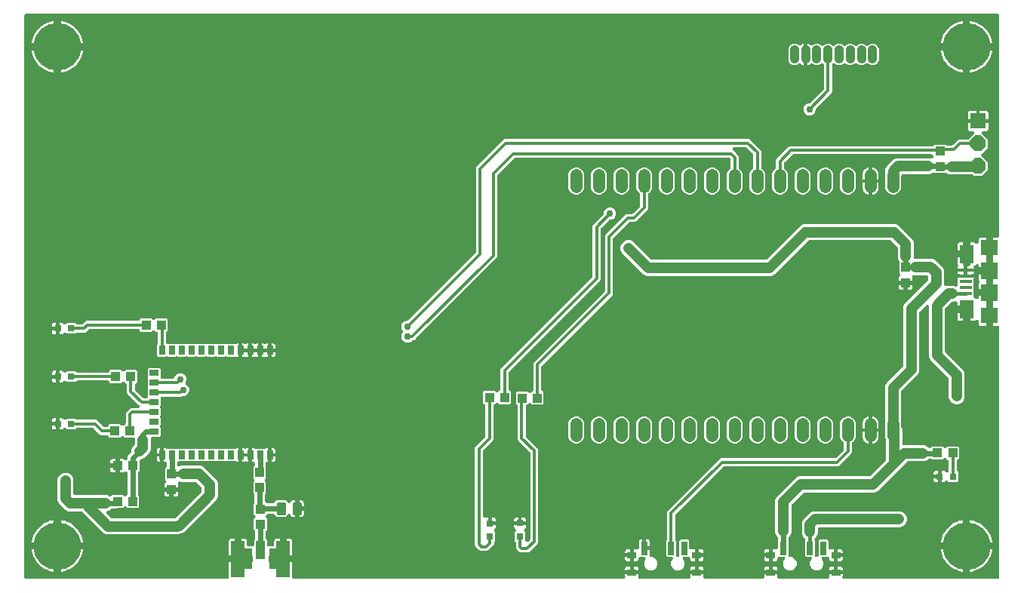
<source format=gbr>
G04 EAGLE Gerber RS-274X export*
G75*
%MOMM*%
%FSLAX34Y34*%
%LPD*%
%INTop Copper*%
%IPPOS*%
%AMOC8*
5,1,8,0,0,1.08239X$1,22.5*%
G01*
%ADD10R,1.350000X0.400000*%
%ADD11R,1.600000X2.100000*%
%ADD12R,1.900000X1.800000*%
%ADD13R,1.900000X1.900000*%
%ADD14R,1.000000X1.100000*%
%ADD15C,1.008000*%
%ADD16R,1.778000X1.778000*%
%ADD17P,1.924489X8X22.500000*%
%ADD18C,1.320800*%
%ADD19R,0.800000X0.800000*%
%ADD20R,1.100000X1.000000*%
%ADD21C,5.334000*%
%ADD22R,0.700000X1.500000*%
%ADD23R,1.000000X0.800000*%
%ADD24R,0.700000X1.000000*%
%ADD25R,1.000000X0.700000*%
%ADD26C,0.254000*%
%ADD27R,1.524000X4.064000*%
%ADD28R,1.016000X2.032000*%
%ADD29C,0.756400*%
%ADD30C,0.400000*%
%ADD31C,0.600000*%
%ADD32C,1.200000*%
%ADD33C,0.300000*%

G36*
X230470Y3004D02*
X230470Y3004D01*
X230500Y3002D01*
X230669Y3024D01*
X230837Y3041D01*
X230866Y3050D01*
X230896Y3054D01*
X231057Y3109D01*
X231219Y3159D01*
X231246Y3173D01*
X231274Y3183D01*
X231420Y3269D01*
X231569Y3350D01*
X231593Y3370D01*
X231619Y3385D01*
X231745Y3498D01*
X231875Y3608D01*
X231894Y3631D01*
X231916Y3652D01*
X232017Y3788D01*
X232123Y3921D01*
X232137Y3948D01*
X232155Y3972D01*
X232227Y4125D01*
X232304Y4277D01*
X232312Y4306D01*
X232325Y4333D01*
X232365Y4499D01*
X232410Y4662D01*
X232413Y4692D01*
X232420Y4721D01*
X232439Y5000D01*
X232439Y21511D01*
X235235Y21511D01*
X235235Y15160D01*
X235243Y15102D01*
X235241Y15044D01*
X235263Y14962D01*
X235275Y14879D01*
X235299Y14825D01*
X235313Y14769D01*
X235356Y14696D01*
X235391Y14619D01*
X235429Y14574D01*
X235459Y14524D01*
X235520Y14466D01*
X235575Y14402D01*
X235623Y14370D01*
X235666Y14330D01*
X235741Y14291D01*
X235811Y14245D01*
X235867Y14227D01*
X235919Y14200D01*
X235987Y14189D01*
X236082Y14159D01*
X236182Y14156D01*
X236250Y14145D01*
X257348Y14145D01*
X257406Y14153D01*
X257464Y14151D01*
X257546Y14173D01*
X257630Y14185D01*
X257683Y14209D01*
X257739Y14223D01*
X257812Y14266D01*
X257889Y14301D01*
X257934Y14339D01*
X257984Y14369D01*
X258042Y14430D01*
X258106Y14485D01*
X258138Y14533D01*
X258178Y14576D01*
X258217Y14651D01*
X258264Y14721D01*
X258281Y14777D01*
X258308Y14829D01*
X258319Y14897D01*
X258349Y14992D01*
X258352Y15092D01*
X258363Y15160D01*
X258363Y21789D01*
X258493Y21860D01*
X258517Y21880D01*
X258543Y21895D01*
X258669Y22008D01*
X258799Y22118D01*
X258818Y22141D01*
X258840Y22162D01*
X258941Y22298D01*
X259047Y22431D01*
X259061Y22458D01*
X259079Y22482D01*
X259151Y22635D01*
X259228Y22787D01*
X259236Y22816D01*
X259249Y22843D01*
X259289Y23009D01*
X259334Y23172D01*
X259337Y23202D01*
X259344Y23231D01*
X259363Y23510D01*
X259363Y27130D01*
X259360Y27160D01*
X259362Y27190D01*
X259340Y27359D01*
X259323Y27527D01*
X259314Y27556D01*
X259310Y27586D01*
X259255Y27747D01*
X259205Y27909D01*
X259191Y27936D01*
X259181Y27964D01*
X259095Y28110D01*
X259014Y28259D01*
X258994Y28283D01*
X258979Y28309D01*
X258866Y28435D01*
X258756Y28565D01*
X258733Y28584D01*
X258712Y28606D01*
X258576Y28707D01*
X258443Y28813D01*
X258416Y28827D01*
X258392Y28845D01*
X258363Y28858D01*
X258363Y35988D01*
X258355Y36046D01*
X258357Y36104D01*
X258335Y36186D01*
X258323Y36270D01*
X258300Y36323D01*
X258285Y36379D01*
X258242Y36452D01*
X258207Y36529D01*
X258169Y36574D01*
X258140Y36624D01*
X258078Y36682D01*
X258024Y36746D01*
X257975Y36778D01*
X257932Y36818D01*
X257857Y36857D01*
X257787Y36904D01*
X257731Y36921D01*
X257679Y36948D01*
X257611Y36959D01*
X257516Y36989D01*
X257416Y36992D01*
X257348Y37003D01*
X246409Y37003D01*
X246409Y48181D01*
X250554Y48181D01*
X251201Y48008D01*
X251780Y47673D01*
X252253Y47200D01*
X252588Y46621D01*
X252761Y45974D01*
X252761Y41544D01*
X252764Y41514D01*
X252762Y41484D01*
X252784Y41315D01*
X252801Y41147D01*
X252810Y41118D01*
X252814Y41088D01*
X252869Y40927D01*
X252919Y40765D01*
X252933Y40738D01*
X252943Y40710D01*
X253029Y40564D01*
X253110Y40415D01*
X253130Y40391D01*
X253145Y40365D01*
X253258Y40239D01*
X253368Y40109D01*
X253391Y40090D01*
X253412Y40068D01*
X253548Y39967D01*
X253681Y39861D01*
X253708Y39847D01*
X253732Y39829D01*
X253885Y39757D01*
X254037Y39680D01*
X254066Y39672D01*
X254093Y39659D01*
X254259Y39619D01*
X254422Y39574D01*
X254452Y39571D01*
X254481Y39564D01*
X254760Y39545D01*
X257816Y39545D01*
X258403Y39388D01*
X258493Y39373D01*
X258582Y39348D01*
X258690Y39341D01*
X258797Y39323D01*
X258889Y39327D01*
X258980Y39320D01*
X259088Y39334D01*
X259196Y39339D01*
X259285Y39360D01*
X259376Y39372D01*
X259479Y39407D01*
X259584Y39433D01*
X259667Y39472D01*
X259754Y39502D01*
X259848Y39557D01*
X259946Y39603D01*
X260019Y39657D01*
X260099Y39704D01*
X260179Y39776D01*
X260266Y39841D01*
X260328Y39909D01*
X260396Y39970D01*
X260461Y40057D01*
X260533Y40138D01*
X260580Y40217D01*
X260635Y40291D01*
X260681Y40389D01*
X260736Y40482D01*
X260766Y40569D01*
X260805Y40652D01*
X260831Y40757D01*
X260866Y40860D01*
X260878Y40951D01*
X260900Y41040D01*
X260911Y41201D01*
X260918Y41256D01*
X260917Y41280D01*
X260919Y41319D01*
X260919Y46469D01*
X261414Y46963D01*
X261442Y46998D01*
X261476Y47029D01*
X261568Y47153D01*
X261667Y47272D01*
X261688Y47313D01*
X261715Y47349D01*
X261781Y47489D01*
X261853Y47626D01*
X261866Y47669D01*
X261885Y47710D01*
X261922Y47861D01*
X261965Y48009D01*
X261969Y48054D01*
X261980Y48098D01*
X261999Y48377D01*
X261999Y56343D01*
X261995Y56388D01*
X261997Y56434D01*
X261975Y56587D01*
X261959Y56741D01*
X261946Y56784D01*
X261939Y56829D01*
X261887Y56974D01*
X261841Y57122D01*
X261820Y57162D01*
X261804Y57205D01*
X261724Y57337D01*
X261650Y57473D01*
X261620Y57507D01*
X261597Y57546D01*
X261414Y57757D01*
X260499Y58671D01*
X260499Y70329D01*
X261757Y71586D01*
X261776Y71610D01*
X261799Y71630D01*
X261902Y71764D01*
X262010Y71896D01*
X262024Y71922D01*
X262042Y71946D01*
X262117Y72099D01*
X262196Y72249D01*
X262204Y72278D01*
X262218Y72305D01*
X262260Y72469D01*
X262308Y72632D01*
X262311Y72662D01*
X262318Y72692D01*
X262328Y72860D01*
X262342Y73030D01*
X262339Y73060D01*
X262340Y73090D01*
X262316Y73257D01*
X262296Y73427D01*
X262287Y73456D01*
X262283Y73486D01*
X262225Y73646D01*
X262172Y73807D01*
X262158Y73833D01*
X262147Y73861D01*
X262059Y74007D01*
X261976Y74154D01*
X261956Y74177D01*
X261940Y74203D01*
X261757Y74414D01*
X260499Y75671D01*
X260499Y87340D01*
X260568Y87433D01*
X260667Y87552D01*
X260688Y87593D01*
X260715Y87629D01*
X260781Y87769D01*
X260853Y87906D01*
X260866Y87949D01*
X260885Y87990D01*
X260922Y88141D01*
X260965Y88289D01*
X260969Y88334D01*
X260980Y88378D01*
X260999Y88657D01*
X260999Y97343D01*
X260995Y97388D01*
X260997Y97434D01*
X260975Y97586D01*
X260959Y97741D01*
X260946Y97784D01*
X260939Y97829D01*
X260887Y97974D01*
X260841Y98122D01*
X260819Y98162D01*
X260804Y98205D01*
X260724Y98337D01*
X260650Y98473D01*
X260620Y98507D01*
X260597Y98546D01*
X260414Y98757D01*
X259999Y99171D01*
X259999Y111829D01*
X260757Y112586D01*
X260776Y112610D01*
X260799Y112630D01*
X260902Y112764D01*
X261010Y112896D01*
X261024Y112922D01*
X261042Y112946D01*
X261117Y113099D01*
X261196Y113249D01*
X261204Y113278D01*
X261218Y113305D01*
X261260Y113469D01*
X261308Y113632D01*
X261311Y113662D01*
X261318Y113692D01*
X261328Y113860D01*
X261342Y114030D01*
X261339Y114060D01*
X261340Y114090D01*
X261316Y114258D01*
X261296Y114427D01*
X261287Y114456D01*
X261283Y114486D01*
X261225Y114645D01*
X261172Y114807D01*
X261157Y114833D01*
X261147Y114862D01*
X261059Y115007D01*
X260976Y115154D01*
X260956Y115177D01*
X260940Y115203D01*
X260757Y115414D01*
X259999Y116171D01*
X259999Y128829D01*
X260914Y129743D01*
X260942Y129778D01*
X260976Y129809D01*
X261069Y129933D01*
X261166Y130052D01*
X261188Y130093D01*
X261215Y130129D01*
X261281Y130269D01*
X261353Y130406D01*
X261366Y130449D01*
X261385Y130490D01*
X261422Y130640D01*
X261465Y130789D01*
X261469Y130834D01*
X261480Y130878D01*
X261499Y131157D01*
X261499Y132460D01*
X261496Y132490D01*
X261498Y132520D01*
X261476Y132689D01*
X261459Y132857D01*
X261450Y132886D01*
X261446Y132916D01*
X261391Y133077D01*
X261341Y133239D01*
X261327Y133266D01*
X261317Y133294D01*
X261231Y133440D01*
X261150Y133589D01*
X261130Y133613D01*
X261115Y133639D01*
X261002Y133765D01*
X260892Y133895D01*
X260869Y133914D01*
X260848Y133936D01*
X260712Y134037D01*
X260579Y134143D01*
X260552Y134157D01*
X260528Y134175D01*
X260375Y134247D01*
X260223Y134324D01*
X260194Y134332D01*
X260167Y134345D01*
X260001Y134385D01*
X259838Y134430D01*
X259808Y134433D01*
X259779Y134440D01*
X259500Y134459D01*
X258499Y134459D01*
X258499Y142000D01*
X258499Y149541D01*
X260334Y149541D01*
X260981Y149368D01*
X261273Y149199D01*
X261427Y149129D01*
X261579Y149055D01*
X261609Y149047D01*
X261638Y149034D01*
X261802Y148997D01*
X261965Y148955D01*
X261996Y148953D01*
X262027Y148946D01*
X262196Y148942D01*
X262364Y148933D01*
X262395Y148937D01*
X262426Y148937D01*
X262593Y148966D01*
X262759Y148991D01*
X262787Y149001D01*
X272226Y149001D01*
X272297Y148977D01*
X272329Y148974D01*
X272359Y148965D01*
X272527Y148951D01*
X272694Y148931D01*
X272725Y148934D01*
X272757Y148931D01*
X272924Y148950D01*
X273092Y148964D01*
X273122Y148973D01*
X273153Y148977D01*
X273314Y149029D01*
X273476Y149076D01*
X273510Y149093D01*
X273533Y149100D01*
X273581Y149128D01*
X273727Y149199D01*
X274019Y149368D01*
X274666Y149541D01*
X276501Y149541D01*
X276501Y142000D01*
X276501Y134459D01*
X275500Y134459D01*
X275470Y134456D01*
X275440Y134458D01*
X275271Y134436D01*
X275103Y134419D01*
X275074Y134410D01*
X275044Y134406D01*
X274883Y134351D01*
X274721Y134301D01*
X274694Y134287D01*
X274666Y134277D01*
X274520Y134191D01*
X274371Y134110D01*
X274347Y134090D01*
X274321Y134075D01*
X274195Y133962D01*
X274065Y133852D01*
X274046Y133829D01*
X274024Y133808D01*
X273923Y133672D01*
X273817Y133539D01*
X273803Y133512D01*
X273785Y133488D01*
X273713Y133335D01*
X273636Y133183D01*
X273628Y133154D01*
X273615Y133127D01*
X273575Y132961D01*
X273530Y132798D01*
X273527Y132768D01*
X273520Y132739D01*
X273501Y132460D01*
X273501Y130157D01*
X273505Y130112D01*
X273503Y130066D01*
X273525Y129913D01*
X273541Y129759D01*
X273554Y129716D01*
X273561Y129671D01*
X273613Y129526D01*
X273659Y129378D01*
X273681Y129338D01*
X273696Y129295D01*
X273776Y129163D01*
X273850Y129027D01*
X273880Y128993D01*
X273903Y128954D01*
X274001Y128842D01*
X274001Y116171D01*
X273243Y115414D01*
X273224Y115390D01*
X273201Y115370D01*
X273097Y115235D01*
X272990Y115104D01*
X272976Y115078D01*
X272958Y115054D01*
X272883Y114901D01*
X272804Y114751D01*
X272796Y114722D01*
X272782Y114695D01*
X272740Y114531D01*
X272692Y114368D01*
X272689Y114338D01*
X272682Y114308D01*
X272672Y114140D01*
X272658Y113970D01*
X272661Y113940D01*
X272660Y113910D01*
X272684Y113742D01*
X272704Y113573D01*
X272713Y113544D01*
X272717Y113514D01*
X272775Y113354D01*
X272828Y113193D01*
X272842Y113167D01*
X272853Y113139D01*
X272941Y112993D01*
X273024Y112846D01*
X273044Y112823D01*
X273060Y112797D01*
X273243Y112586D01*
X274001Y111829D01*
X274001Y99171D01*
X273586Y98757D01*
X273558Y98722D01*
X273524Y98691D01*
X273431Y98567D01*
X273334Y98448D01*
X273312Y98407D01*
X273285Y98371D01*
X273219Y98231D01*
X273147Y98094D01*
X273134Y98051D01*
X273115Y98010D01*
X273078Y97860D01*
X273035Y97711D01*
X273031Y97666D01*
X273020Y97622D01*
X273001Y97343D01*
X273001Y90500D01*
X273004Y90470D01*
X273002Y90440D01*
X273024Y90271D01*
X273041Y90103D01*
X273050Y90074D01*
X273054Y90044D01*
X273109Y89883D01*
X273159Y89721D01*
X273173Y89694D01*
X273183Y89666D01*
X273269Y89520D01*
X273350Y89371D01*
X273370Y89347D01*
X273385Y89321D01*
X273498Y89195D01*
X273608Y89065D01*
X273631Y89046D01*
X273652Y89024D01*
X273788Y88923D01*
X273921Y88817D01*
X273948Y88803D01*
X273972Y88785D01*
X274108Y88721D01*
X274243Y88586D01*
X274278Y88558D01*
X274309Y88524D01*
X274433Y88432D01*
X274552Y88333D01*
X274593Y88312D01*
X274629Y88285D01*
X274769Y88219D01*
X274906Y88147D01*
X274949Y88134D01*
X274990Y88115D01*
X275141Y88078D01*
X275289Y88035D01*
X275334Y88031D01*
X275378Y88020D01*
X275657Y88001D01*
X282132Y88001D01*
X282177Y88005D01*
X282223Y88003D01*
X282376Y88025D01*
X282530Y88041D01*
X282573Y88054D01*
X282618Y88061D01*
X282764Y88113D01*
X282911Y88159D01*
X282951Y88180D01*
X282994Y88196D01*
X283126Y88276D01*
X283262Y88350D01*
X283296Y88380D01*
X283335Y88403D01*
X283546Y88586D01*
X285945Y90986D01*
X296275Y90986D01*
X298427Y88834D01*
X298444Y88820D01*
X298459Y88802D01*
X298598Y88693D01*
X298736Y88581D01*
X298756Y88570D01*
X298774Y88557D01*
X298932Y88478D01*
X299089Y88395D01*
X299111Y88388D01*
X299131Y88378D01*
X299302Y88332D01*
X299472Y88282D01*
X299495Y88280D01*
X299517Y88275D01*
X299694Y88264D01*
X299870Y88249D01*
X299893Y88251D01*
X299916Y88250D01*
X300091Y88274D01*
X300267Y88294D01*
X300289Y88301D01*
X300311Y88305D01*
X300479Y88363D01*
X300647Y88418D01*
X300667Y88429D01*
X300688Y88437D01*
X300840Y88528D01*
X300995Y88615D01*
X301012Y88630D01*
X301031Y88642D01*
X301162Y88761D01*
X301296Y88877D01*
X301310Y88895D01*
X301327Y88910D01*
X301432Y89054D01*
X301539Y89194D01*
X301549Y89214D01*
X301563Y89233D01*
X301687Y89482D01*
X301703Y89520D01*
X302120Y90144D01*
X302651Y90675D01*
X303275Y91092D01*
X303968Y91379D01*
X304705Y91526D01*
X306351Y91526D01*
X306351Y82540D01*
X306354Y82510D01*
X306352Y82480D01*
X306374Y82311D01*
X306391Y82143D01*
X306400Y82114D01*
X306403Y82084D01*
X306433Y81997D01*
X306425Y81961D01*
X306380Y81798D01*
X306377Y81768D01*
X306370Y81738D01*
X306351Y81460D01*
X306351Y72474D01*
X304705Y72474D01*
X303968Y72621D01*
X303275Y72908D01*
X302651Y73325D01*
X302120Y73856D01*
X301703Y74480D01*
X301687Y74518D01*
X301677Y74538D01*
X301670Y74559D01*
X301582Y74713D01*
X301498Y74869D01*
X301484Y74887D01*
X301473Y74907D01*
X301357Y75040D01*
X301243Y75177D01*
X301225Y75191D01*
X301211Y75208D01*
X301070Y75316D01*
X300932Y75427D01*
X300912Y75438D01*
X300894Y75452D01*
X300735Y75529D01*
X300577Y75611D01*
X300556Y75617D01*
X300535Y75627D01*
X300364Y75672D01*
X300193Y75720D01*
X300171Y75722D01*
X300149Y75728D01*
X299973Y75737D01*
X299795Y75751D01*
X299772Y75748D01*
X299750Y75750D01*
X299575Y75724D01*
X299399Y75702D01*
X299377Y75695D01*
X299355Y75692D01*
X299187Y75632D01*
X299020Y75576D01*
X299000Y75564D01*
X298979Y75557D01*
X298828Y75465D01*
X298674Y75376D01*
X298657Y75361D01*
X298637Y75349D01*
X298427Y75166D01*
X296275Y73014D01*
X285945Y73014D01*
X283546Y75414D01*
X283511Y75442D01*
X283480Y75476D01*
X283357Y75568D01*
X283237Y75667D01*
X283196Y75688D01*
X283160Y75715D01*
X283020Y75781D01*
X282883Y75853D01*
X282840Y75866D01*
X282799Y75885D01*
X282648Y75922D01*
X282500Y75965D01*
X282455Y75969D01*
X282411Y75980D01*
X282132Y75999D01*
X276657Y75999D01*
X276612Y75995D01*
X276566Y75997D01*
X276413Y75975D01*
X276259Y75959D01*
X276216Y75946D01*
X276171Y75939D01*
X276026Y75887D01*
X275878Y75841D01*
X275838Y75820D01*
X275795Y75804D01*
X275663Y75724D01*
X275527Y75650D01*
X275493Y75620D01*
X275454Y75597D01*
X275243Y75414D01*
X274243Y74414D01*
X274224Y74390D01*
X274201Y74370D01*
X274098Y74236D01*
X273990Y74104D01*
X273976Y74078D01*
X273958Y74054D01*
X273883Y73901D01*
X273804Y73751D01*
X273796Y73722D01*
X273782Y73695D01*
X273740Y73531D01*
X273692Y73368D01*
X273689Y73338D01*
X273682Y73308D01*
X273672Y73140D01*
X273658Y72970D01*
X273661Y72940D01*
X273660Y72910D01*
X273684Y72742D01*
X273704Y72573D01*
X273713Y72544D01*
X273717Y72514D01*
X273775Y72355D01*
X273828Y72193D01*
X273843Y72167D01*
X273853Y72138D01*
X273941Y71994D01*
X274024Y71846D01*
X274044Y71823D01*
X274060Y71797D01*
X274243Y71586D01*
X275501Y70329D01*
X275501Y58671D01*
X274586Y57757D01*
X274558Y57722D01*
X274524Y57691D01*
X274432Y57567D01*
X274333Y57448D01*
X274312Y57407D01*
X274285Y57371D01*
X274219Y57231D01*
X274147Y57094D01*
X274134Y57051D01*
X274115Y57010D01*
X274078Y56859D01*
X274035Y56711D01*
X274031Y56666D01*
X274020Y56622D01*
X274001Y56343D01*
X274001Y48377D01*
X274005Y48332D01*
X274003Y48286D01*
X274025Y48133D01*
X274041Y47979D01*
X274054Y47936D01*
X274061Y47891D01*
X274113Y47746D01*
X274159Y47598D01*
X274180Y47558D01*
X274196Y47515D01*
X274276Y47383D01*
X274350Y47247D01*
X274380Y47213D01*
X274403Y47174D01*
X274586Y46963D01*
X275081Y46469D01*
X275081Y41319D01*
X275090Y41227D01*
X275089Y41135D01*
X275110Y41029D01*
X275121Y40921D01*
X275148Y40833D01*
X275165Y40743D01*
X275207Y40643D01*
X275239Y40540D01*
X275283Y40459D01*
X275318Y40374D01*
X275378Y40284D01*
X275430Y40189D01*
X275490Y40119D01*
X275541Y40043D01*
X275618Y39967D01*
X275688Y39884D01*
X275760Y39827D01*
X275825Y39762D01*
X275916Y39703D01*
X276001Y39636D01*
X276083Y39594D01*
X276160Y39544D01*
X276260Y39504D01*
X276357Y39455D01*
X276445Y39430D01*
X276531Y39396D01*
X276638Y39377D01*
X276742Y39348D01*
X276833Y39342D01*
X276924Y39326D01*
X277032Y39328D01*
X277140Y39320D01*
X277232Y39332D01*
X277323Y39334D01*
X277482Y39365D01*
X277536Y39372D01*
X277560Y39380D01*
X277597Y39388D01*
X278184Y39545D01*
X281240Y39545D01*
X281270Y39548D01*
X281300Y39546D01*
X281469Y39568D01*
X281637Y39585D01*
X281666Y39594D01*
X281696Y39598D01*
X281857Y39653D01*
X282019Y39703D01*
X282046Y39717D01*
X282074Y39727D01*
X282220Y39813D01*
X282369Y39894D01*
X282393Y39914D01*
X282419Y39929D01*
X282545Y40042D01*
X282675Y40152D01*
X282694Y40175D01*
X282716Y40196D01*
X282817Y40332D01*
X282923Y40465D01*
X282937Y40492D01*
X282955Y40516D01*
X283027Y40669D01*
X283104Y40821D01*
X283112Y40850D01*
X283125Y40877D01*
X283165Y41043D01*
X283210Y41206D01*
X283213Y41236D01*
X283220Y41265D01*
X283239Y41544D01*
X283239Y45974D01*
X283412Y46621D01*
X283747Y47200D01*
X284220Y47673D01*
X284799Y48008D01*
X285445Y48181D01*
X289591Y48181D01*
X289591Y37003D01*
X278652Y37003D01*
X278594Y36995D01*
X278536Y36997D01*
X278454Y36975D01*
X278371Y36963D01*
X278317Y36940D01*
X278261Y36925D01*
X278188Y36882D01*
X278111Y36847D01*
X278066Y36809D01*
X278016Y36780D01*
X277958Y36718D01*
X277894Y36664D01*
X277862Y36615D01*
X277822Y36572D01*
X277783Y36497D01*
X277737Y36427D01*
X277719Y36371D01*
X277692Y36319D01*
X277681Y36251D01*
X277651Y36156D01*
X277648Y36056D01*
X277637Y35988D01*
X277637Y28851D01*
X277507Y28780D01*
X277483Y28760D01*
X277457Y28745D01*
X277331Y28632D01*
X277201Y28522D01*
X277182Y28499D01*
X277160Y28478D01*
X277059Y28342D01*
X276953Y28209D01*
X276939Y28182D01*
X276921Y28158D01*
X276849Y28005D01*
X276772Y27853D01*
X276764Y27824D01*
X276751Y27797D01*
X276711Y27631D01*
X276666Y27468D01*
X276663Y27438D01*
X276656Y27409D01*
X276637Y27130D01*
X276637Y23510D01*
X276640Y23480D01*
X276638Y23450D01*
X276660Y23281D01*
X276677Y23113D01*
X276686Y23084D01*
X276690Y23054D01*
X276745Y22893D01*
X276795Y22731D01*
X276809Y22704D01*
X276819Y22676D01*
X276905Y22530D01*
X276986Y22380D01*
X277006Y22357D01*
X277021Y22331D01*
X277134Y22205D01*
X277244Y22075D01*
X277267Y22056D01*
X277288Y22034D01*
X277424Y21933D01*
X277557Y21827D01*
X277584Y21813D01*
X277608Y21795D01*
X277637Y21782D01*
X277637Y15160D01*
X277645Y15102D01*
X277643Y15044D01*
X277665Y14962D01*
X277677Y14879D01*
X277701Y14825D01*
X277715Y14769D01*
X277758Y14696D01*
X277793Y14619D01*
X277831Y14574D01*
X277861Y14524D01*
X277922Y14466D01*
X277977Y14402D01*
X278025Y14370D01*
X278068Y14330D01*
X278143Y14291D01*
X278213Y14245D01*
X278269Y14227D01*
X278321Y14200D01*
X278389Y14189D01*
X278484Y14159D01*
X278584Y14156D01*
X278652Y14145D01*
X299750Y14145D01*
X299808Y14153D01*
X299866Y14151D01*
X299948Y14173D01*
X300032Y14185D01*
X300085Y14209D01*
X300141Y14223D01*
X300214Y14266D01*
X300291Y14301D01*
X300336Y14339D01*
X300386Y14369D01*
X300444Y14430D01*
X300508Y14485D01*
X300540Y14533D01*
X300580Y14576D01*
X300619Y14651D01*
X300666Y14721D01*
X300683Y14777D01*
X300710Y14829D01*
X300721Y14897D01*
X300751Y14992D01*
X300754Y15092D01*
X300765Y15160D01*
X300765Y21511D01*
X303561Y21511D01*
X303561Y5000D01*
X303564Y4970D01*
X303562Y4940D01*
X303584Y4771D01*
X303601Y4603D01*
X303610Y4574D01*
X303614Y4544D01*
X303669Y4383D01*
X303719Y4221D01*
X303733Y4194D01*
X303743Y4166D01*
X303829Y4020D01*
X303910Y3871D01*
X303930Y3847D01*
X303945Y3821D01*
X304058Y3695D01*
X304168Y3565D01*
X304191Y3546D01*
X304212Y3524D01*
X304348Y3423D01*
X304481Y3317D01*
X304508Y3303D01*
X304532Y3285D01*
X304685Y3213D01*
X304837Y3136D01*
X304866Y3128D01*
X304893Y3115D01*
X305059Y3075D01*
X305222Y3030D01*
X305252Y3027D01*
X305281Y3020D01*
X305560Y3001D01*
X675162Y3001D01*
X675253Y3010D01*
X675345Y3009D01*
X675451Y3030D01*
X675559Y3041D01*
X675647Y3068D01*
X675737Y3085D01*
X675837Y3127D01*
X675941Y3159D01*
X676021Y3203D01*
X676106Y3238D01*
X676196Y3298D01*
X676291Y3350D01*
X676361Y3410D01*
X676438Y3461D01*
X676514Y3538D01*
X676596Y3608D01*
X676654Y3680D01*
X676718Y3745D01*
X676777Y3836D01*
X676845Y3921D01*
X676886Y4003D01*
X676936Y4080D01*
X676976Y4180D01*
X677026Y4277D01*
X677050Y4365D01*
X677084Y4451D01*
X677103Y4558D01*
X677132Y4662D01*
X677138Y4754D01*
X677155Y4844D01*
X677152Y4952D01*
X677160Y5060D01*
X677148Y5152D01*
X677146Y5243D01*
X677115Y5402D01*
X677108Y5456D01*
X677100Y5480D01*
X677093Y5517D01*
X676959Y6016D01*
X676959Y8351D01*
X684500Y8351D01*
X692041Y8351D01*
X692041Y6016D01*
X691907Y5517D01*
X691892Y5427D01*
X691868Y5338D01*
X691860Y5230D01*
X691843Y5123D01*
X691846Y5031D01*
X691840Y4940D01*
X691854Y4832D01*
X691858Y4724D01*
X691880Y4635D01*
X691892Y4544D01*
X691927Y4441D01*
X691953Y4336D01*
X691992Y4253D01*
X692021Y4166D01*
X692076Y4072D01*
X692122Y3974D01*
X692177Y3901D01*
X692224Y3821D01*
X692296Y3741D01*
X692360Y3654D01*
X692429Y3592D01*
X692490Y3524D01*
X692577Y3459D01*
X692657Y3387D01*
X692737Y3340D01*
X692810Y3285D01*
X692908Y3239D01*
X693002Y3184D01*
X693089Y3154D01*
X693172Y3115D01*
X693277Y3089D01*
X693379Y3054D01*
X693470Y3042D01*
X693560Y3020D01*
X693721Y3009D01*
X693775Y3002D01*
X693800Y3003D01*
X693838Y3001D01*
X748162Y3001D01*
X748253Y3010D01*
X748345Y3009D01*
X748451Y3030D01*
X748559Y3041D01*
X748647Y3068D01*
X748737Y3085D01*
X748837Y3127D01*
X748941Y3159D01*
X749021Y3203D01*
X749106Y3238D01*
X749196Y3298D01*
X749291Y3350D01*
X749361Y3410D01*
X749438Y3461D01*
X749514Y3538D01*
X749596Y3608D01*
X749654Y3680D01*
X749718Y3745D01*
X749777Y3836D01*
X749845Y3921D01*
X749886Y4003D01*
X749936Y4080D01*
X749976Y4180D01*
X750026Y4277D01*
X750050Y4365D01*
X750084Y4451D01*
X750103Y4558D01*
X750132Y4662D01*
X750138Y4754D01*
X750155Y4844D01*
X750152Y4952D01*
X750160Y5060D01*
X750148Y5152D01*
X750146Y5243D01*
X750115Y5402D01*
X750108Y5456D01*
X750100Y5480D01*
X750093Y5517D01*
X749959Y6016D01*
X749959Y8351D01*
X757500Y8351D01*
X765041Y8351D01*
X765041Y6016D01*
X764907Y5517D01*
X764892Y5427D01*
X764868Y5338D01*
X764860Y5230D01*
X764843Y5123D01*
X764846Y5031D01*
X764840Y4940D01*
X764854Y4832D01*
X764858Y4724D01*
X764880Y4635D01*
X764892Y4544D01*
X764927Y4441D01*
X764953Y4336D01*
X764992Y4253D01*
X765021Y4166D01*
X765076Y4072D01*
X765122Y3974D01*
X765177Y3901D01*
X765224Y3821D01*
X765296Y3741D01*
X765360Y3654D01*
X765429Y3592D01*
X765490Y3524D01*
X765577Y3459D01*
X765657Y3387D01*
X765737Y3340D01*
X765810Y3285D01*
X765908Y3239D01*
X766002Y3184D01*
X766089Y3154D01*
X766172Y3115D01*
X766277Y3089D01*
X766379Y3054D01*
X766470Y3042D01*
X766560Y3020D01*
X766721Y3009D01*
X766775Y3002D01*
X766800Y3003D01*
X766838Y3001D01*
X831162Y3001D01*
X831253Y3010D01*
X831345Y3009D01*
X831451Y3030D01*
X831559Y3041D01*
X831647Y3068D01*
X831737Y3085D01*
X831837Y3127D01*
X831941Y3159D01*
X832021Y3203D01*
X832106Y3238D01*
X832196Y3298D01*
X832291Y3350D01*
X832361Y3410D01*
X832438Y3461D01*
X832514Y3538D01*
X832596Y3608D01*
X832654Y3680D01*
X832718Y3745D01*
X832777Y3836D01*
X832845Y3921D01*
X832886Y4003D01*
X832936Y4080D01*
X832976Y4180D01*
X833026Y4277D01*
X833050Y4365D01*
X833084Y4451D01*
X833103Y4558D01*
X833132Y4662D01*
X833138Y4754D01*
X833155Y4844D01*
X833152Y4952D01*
X833160Y5060D01*
X833148Y5152D01*
X833146Y5243D01*
X833115Y5402D01*
X833108Y5456D01*
X833100Y5480D01*
X833093Y5517D01*
X832959Y6016D01*
X832959Y8351D01*
X840500Y8351D01*
X848041Y8351D01*
X848041Y6016D01*
X847907Y5517D01*
X847892Y5427D01*
X847868Y5338D01*
X847860Y5230D01*
X847843Y5123D01*
X847846Y5031D01*
X847840Y4940D01*
X847854Y4832D01*
X847858Y4724D01*
X847880Y4635D01*
X847892Y4544D01*
X847927Y4441D01*
X847953Y4336D01*
X847992Y4253D01*
X848021Y4166D01*
X848076Y4072D01*
X848122Y3974D01*
X848177Y3901D01*
X848224Y3821D01*
X848296Y3741D01*
X848360Y3654D01*
X848429Y3592D01*
X848490Y3524D01*
X848577Y3459D01*
X848657Y3387D01*
X848737Y3340D01*
X848810Y3285D01*
X848908Y3239D01*
X849002Y3184D01*
X849089Y3154D01*
X849172Y3115D01*
X849277Y3089D01*
X849379Y3054D01*
X849470Y3042D01*
X849560Y3020D01*
X849721Y3009D01*
X849775Y3002D01*
X849800Y3003D01*
X849838Y3001D01*
X904162Y3001D01*
X904253Y3010D01*
X904345Y3009D01*
X904451Y3030D01*
X904559Y3041D01*
X904647Y3068D01*
X904737Y3085D01*
X904837Y3127D01*
X904941Y3159D01*
X905021Y3203D01*
X905106Y3238D01*
X905196Y3298D01*
X905291Y3350D01*
X905361Y3410D01*
X905438Y3461D01*
X905514Y3538D01*
X905596Y3608D01*
X905654Y3680D01*
X905718Y3745D01*
X905777Y3836D01*
X905845Y3921D01*
X905886Y4003D01*
X905936Y4080D01*
X905976Y4180D01*
X906026Y4277D01*
X906050Y4365D01*
X906084Y4451D01*
X906103Y4558D01*
X906132Y4662D01*
X906138Y4754D01*
X906155Y4844D01*
X906152Y4952D01*
X906160Y5060D01*
X906148Y5152D01*
X906146Y5243D01*
X906115Y5402D01*
X906108Y5456D01*
X906100Y5480D01*
X906093Y5517D01*
X905959Y6016D01*
X905959Y8351D01*
X913500Y8351D01*
X921041Y8351D01*
X921041Y6016D01*
X920907Y5517D01*
X920892Y5427D01*
X920868Y5338D01*
X920860Y5230D01*
X920843Y5123D01*
X920846Y5031D01*
X920840Y4940D01*
X920854Y4832D01*
X920858Y4724D01*
X920880Y4635D01*
X920892Y4544D01*
X920927Y4441D01*
X920953Y4336D01*
X920992Y4253D01*
X921021Y4166D01*
X921076Y4072D01*
X921122Y3974D01*
X921177Y3901D01*
X921224Y3821D01*
X921296Y3741D01*
X921360Y3654D01*
X921429Y3592D01*
X921490Y3524D01*
X921577Y3459D01*
X921657Y3387D01*
X921737Y3340D01*
X921810Y3285D01*
X921908Y3239D01*
X922002Y3184D01*
X922089Y3154D01*
X922172Y3115D01*
X922277Y3089D01*
X922379Y3054D01*
X922470Y3042D01*
X922560Y3020D01*
X922721Y3009D01*
X922775Y3002D01*
X922800Y3003D01*
X922838Y3001D01*
X1095000Y3001D01*
X1095030Y3004D01*
X1095060Y3002D01*
X1095229Y3024D01*
X1095397Y3041D01*
X1095426Y3050D01*
X1095456Y3054D01*
X1095617Y3109D01*
X1095779Y3159D01*
X1095806Y3173D01*
X1095834Y3183D01*
X1095980Y3269D01*
X1096129Y3350D01*
X1096153Y3370D01*
X1096179Y3385D01*
X1096305Y3498D01*
X1096435Y3608D01*
X1096454Y3631D01*
X1096476Y3652D01*
X1096577Y3788D01*
X1096683Y3921D01*
X1096697Y3948D01*
X1096715Y3972D01*
X1096787Y4125D01*
X1096864Y4277D01*
X1096872Y4306D01*
X1096885Y4333D01*
X1096925Y4499D01*
X1096970Y4662D01*
X1096973Y4692D01*
X1096980Y4721D01*
X1096999Y5000D01*
X1096999Y284960D01*
X1096996Y284990D01*
X1096998Y285020D01*
X1096976Y285189D01*
X1096959Y285357D01*
X1096950Y285386D01*
X1096946Y285416D01*
X1096891Y285577D01*
X1096841Y285739D01*
X1096827Y285766D01*
X1096817Y285794D01*
X1096731Y285940D01*
X1096650Y286089D01*
X1096630Y286113D01*
X1096615Y286139D01*
X1096502Y286265D01*
X1096392Y286395D01*
X1096369Y286414D01*
X1096348Y286436D01*
X1096212Y286537D01*
X1096079Y286643D01*
X1096052Y286657D01*
X1096028Y286675D01*
X1095875Y286747D01*
X1095723Y286824D01*
X1095694Y286832D01*
X1095667Y286845D01*
X1095501Y286885D01*
X1095338Y286930D01*
X1095308Y286933D01*
X1095279Y286940D01*
X1095000Y286959D01*
X1089849Y286959D01*
X1089849Y296500D01*
X1089846Y296530D01*
X1089848Y296560D01*
X1089826Y296729D01*
X1089809Y296897D01*
X1089800Y296926D01*
X1089796Y296956D01*
X1089741Y297117D01*
X1089691Y297279D01*
X1089677Y297305D01*
X1089667Y297334D01*
X1089581Y297480D01*
X1089500Y297629D01*
X1089480Y297653D01*
X1089465Y297679D01*
X1089352Y297805D01*
X1089242Y297935D01*
X1089218Y297954D01*
X1089198Y297976D01*
X1089062Y298077D01*
X1088929Y298183D01*
X1088902Y298197D01*
X1088878Y298215D01*
X1088725Y298287D01*
X1088573Y298364D01*
X1088544Y298372D01*
X1088516Y298385D01*
X1088351Y298425D01*
X1088188Y298470D01*
X1088158Y298472D01*
X1088128Y298480D01*
X1087850Y298499D01*
X1083850Y298499D01*
X1083820Y298496D01*
X1083790Y298498D01*
X1083621Y298476D01*
X1083453Y298459D01*
X1083424Y298450D01*
X1083394Y298446D01*
X1083233Y298391D01*
X1083071Y298341D01*
X1083044Y298327D01*
X1083016Y298317D01*
X1082870Y298231D01*
X1082721Y298150D01*
X1082697Y298130D01*
X1082671Y298115D01*
X1082545Y298002D01*
X1082415Y297892D01*
X1082396Y297868D01*
X1082374Y297848D01*
X1082273Y297712D01*
X1082167Y297579D01*
X1082153Y297552D01*
X1082135Y297528D01*
X1082063Y297375D01*
X1081986Y297223D01*
X1081978Y297194D01*
X1081965Y297166D01*
X1081925Y297001D01*
X1081880Y296838D01*
X1081877Y296808D01*
X1081870Y296778D01*
X1081851Y296500D01*
X1081851Y286959D01*
X1076016Y286959D01*
X1075369Y287132D01*
X1074790Y287467D01*
X1074317Y287940D01*
X1073982Y288519D01*
X1073809Y289166D01*
X1073809Y292040D01*
X1073808Y292055D01*
X1073809Y292070D01*
X1073788Y292254D01*
X1073769Y292437D01*
X1073765Y292451D01*
X1073763Y292467D01*
X1073706Y292641D01*
X1073651Y292819D01*
X1073644Y292832D01*
X1073639Y292846D01*
X1073549Y293005D01*
X1073460Y293169D01*
X1073450Y293181D01*
X1073442Y293194D01*
X1073322Y293333D01*
X1073202Y293474D01*
X1073190Y293484D01*
X1073180Y293495D01*
X1073034Y293608D01*
X1072889Y293723D01*
X1072876Y293729D01*
X1072864Y293739D01*
X1072698Y293819D01*
X1072533Y293903D01*
X1072519Y293907D01*
X1072505Y293914D01*
X1072325Y293961D01*
X1072148Y294010D01*
X1072133Y294011D01*
X1072118Y294015D01*
X1071934Y294025D01*
X1071750Y294038D01*
X1071735Y294036D01*
X1071720Y294037D01*
X1071537Y294010D01*
X1071354Y293986D01*
X1071339Y293981D01*
X1071324Y293979D01*
X1071151Y293916D01*
X1070976Y293856D01*
X1070963Y293849D01*
X1070948Y293844D01*
X1070791Y293748D01*
X1070631Y293654D01*
X1070620Y293644D01*
X1070607Y293636D01*
X1070396Y293453D01*
X1069910Y292967D01*
X1069331Y292632D01*
X1068684Y292459D01*
X1064349Y292459D01*
X1064349Y303500D01*
X1064346Y303530D01*
X1064348Y303560D01*
X1064326Y303729D01*
X1064309Y303897D01*
X1064300Y303926D01*
X1064296Y303956D01*
X1064241Y304117D01*
X1064191Y304279D01*
X1064177Y304305D01*
X1064167Y304334D01*
X1064081Y304480D01*
X1064000Y304629D01*
X1063980Y304653D01*
X1063965Y304679D01*
X1063852Y304805D01*
X1063742Y304935D01*
X1063718Y304954D01*
X1063698Y304976D01*
X1063562Y305077D01*
X1063429Y305183D01*
X1063402Y305197D01*
X1063378Y305215D01*
X1063225Y305287D01*
X1063073Y305364D01*
X1063044Y305372D01*
X1063016Y305385D01*
X1062851Y305425D01*
X1062688Y305470D01*
X1062658Y305472D01*
X1062628Y305480D01*
X1062350Y305499D01*
X1060349Y305499D01*
X1060349Y307500D01*
X1060346Y307530D01*
X1060348Y307560D01*
X1060326Y307729D01*
X1060309Y307897D01*
X1060300Y307926D01*
X1060296Y307956D01*
X1060241Y308117D01*
X1060191Y308279D01*
X1060177Y308306D01*
X1060167Y308334D01*
X1060081Y308480D01*
X1060000Y308629D01*
X1059980Y308653D01*
X1059965Y308679D01*
X1059852Y308805D01*
X1059742Y308935D01*
X1059718Y308954D01*
X1059698Y308976D01*
X1059562Y309077D01*
X1059429Y309183D01*
X1059402Y309197D01*
X1059378Y309215D01*
X1059225Y309287D01*
X1059073Y309364D01*
X1059044Y309372D01*
X1059016Y309385D01*
X1058851Y309425D01*
X1058688Y309470D01*
X1058658Y309472D01*
X1058628Y309480D01*
X1058350Y309499D01*
X1049809Y309499D01*
X1049809Y312672D01*
X1049807Y312694D01*
X1049809Y312717D01*
X1049787Y312893D01*
X1049769Y313069D01*
X1049763Y313091D01*
X1049760Y313114D01*
X1049704Y313281D01*
X1049651Y313451D01*
X1049640Y313471D01*
X1049633Y313492D01*
X1049545Y313645D01*
X1049460Y313801D01*
X1049445Y313819D01*
X1049434Y313838D01*
X1049316Y313971D01*
X1049202Y314107D01*
X1049184Y314121D01*
X1049169Y314138D01*
X1049028Y314245D01*
X1048889Y314355D01*
X1048869Y314365D01*
X1048851Y314379D01*
X1048691Y314455D01*
X1048533Y314536D01*
X1048511Y314542D01*
X1048491Y314552D01*
X1048319Y314595D01*
X1048148Y314642D01*
X1048126Y314644D01*
X1048103Y314649D01*
X1047926Y314658D01*
X1047750Y314670D01*
X1047727Y314667D01*
X1047704Y314668D01*
X1047529Y314641D01*
X1047354Y314618D01*
X1047332Y314611D01*
X1047310Y314608D01*
X1047045Y314519D01*
X1045790Y313999D01*
X1044556Y313999D01*
X1044511Y313995D01*
X1044466Y313997D01*
X1044313Y313975D01*
X1044159Y313959D01*
X1044116Y313946D01*
X1044071Y313939D01*
X1043925Y313887D01*
X1043777Y313841D01*
X1043738Y313820D01*
X1043695Y313804D01*
X1043563Y313724D01*
X1043427Y313650D01*
X1043392Y313620D01*
X1043353Y313597D01*
X1043143Y313414D01*
X1036586Y306857D01*
X1036558Y306822D01*
X1036524Y306792D01*
X1036432Y306668D01*
X1036333Y306548D01*
X1036312Y306508D01*
X1036285Y306472D01*
X1036219Y306332D01*
X1036147Y306195D01*
X1036134Y306151D01*
X1036115Y306110D01*
X1036078Y305960D01*
X1036035Y305812D01*
X1036031Y305766D01*
X1036020Y305722D01*
X1036001Y305444D01*
X1036001Y258556D01*
X1036005Y258511D01*
X1036003Y258466D01*
X1036025Y258313D01*
X1036041Y258159D01*
X1036054Y258116D01*
X1036061Y258071D01*
X1036113Y257925D01*
X1036159Y257777D01*
X1036180Y257738D01*
X1036196Y257695D01*
X1036276Y257563D01*
X1036350Y257427D01*
X1036380Y257392D01*
X1036403Y257353D01*
X1036586Y257143D01*
X1056630Y237098D01*
X1058001Y233790D01*
X1058001Y206210D01*
X1056630Y202902D01*
X1054098Y200370D01*
X1050790Y198999D01*
X1047210Y198999D01*
X1043902Y200370D01*
X1041370Y202902D01*
X1039999Y206210D01*
X1039999Y227444D01*
X1039995Y227489D01*
X1039997Y227534D01*
X1039975Y227687D01*
X1039959Y227841D01*
X1039946Y227884D01*
X1039939Y227929D01*
X1039887Y228075D01*
X1039841Y228223D01*
X1039820Y228262D01*
X1039804Y228305D01*
X1039724Y228437D01*
X1039650Y228573D01*
X1039620Y228608D01*
X1039597Y228647D01*
X1039414Y228857D01*
X1019370Y248902D01*
X1017999Y252210D01*
X1017999Y308444D01*
X1017998Y308459D01*
X1017999Y308474D01*
X1017978Y308658D01*
X1017959Y308841D01*
X1017955Y308856D01*
X1017953Y308871D01*
X1017896Y309046D01*
X1017841Y309223D01*
X1017834Y309236D01*
X1017829Y309250D01*
X1017739Y309410D01*
X1017650Y309573D01*
X1017640Y309585D01*
X1017632Y309598D01*
X1017512Y309737D01*
X1017392Y309879D01*
X1017380Y309888D01*
X1017370Y309899D01*
X1017224Y310012D01*
X1017079Y310127D01*
X1017066Y310134D01*
X1017054Y310143D01*
X1016888Y310224D01*
X1016723Y310308D01*
X1016708Y310312D01*
X1016695Y310318D01*
X1016516Y310365D01*
X1016338Y310414D01*
X1016323Y310415D01*
X1016308Y310419D01*
X1016125Y310429D01*
X1015940Y310442D01*
X1015925Y310440D01*
X1015910Y310441D01*
X1015727Y310414D01*
X1015544Y310390D01*
X1015529Y310385D01*
X1015514Y310383D01*
X1015340Y310320D01*
X1015166Y310261D01*
X1015153Y310253D01*
X1015139Y310248D01*
X1014981Y310152D01*
X1014821Y310059D01*
X1014810Y310048D01*
X1014797Y310041D01*
X1014586Y309857D01*
X1007586Y302857D01*
X1007558Y302822D01*
X1007524Y302792D01*
X1007432Y302668D01*
X1007333Y302548D01*
X1007312Y302508D01*
X1007285Y302472D01*
X1007219Y302332D01*
X1007147Y302195D01*
X1007134Y302151D01*
X1007115Y302110D01*
X1007078Y301960D01*
X1007035Y301811D01*
X1007031Y301766D01*
X1007020Y301722D01*
X1007001Y301444D01*
X1007001Y236210D01*
X1005630Y232902D01*
X987386Y214657D01*
X987358Y214622D01*
X987324Y214592D01*
X987232Y214468D01*
X987133Y214348D01*
X987112Y214308D01*
X987085Y214272D01*
X987019Y214132D01*
X986947Y213995D01*
X986934Y213951D01*
X986915Y213910D01*
X986878Y213760D01*
X986835Y213611D01*
X986831Y213566D01*
X986820Y213522D01*
X986801Y213244D01*
X986801Y173885D01*
X986806Y173832D01*
X986804Y173780D01*
X986826Y173634D01*
X986841Y173488D01*
X986856Y173437D01*
X986864Y173385D01*
X986953Y173120D01*
X988001Y170590D01*
X988001Y155000D01*
X988004Y154970D01*
X988002Y154940D01*
X988024Y154771D01*
X988041Y154603D01*
X988050Y154574D01*
X988054Y154544D01*
X988109Y154383D01*
X988159Y154221D01*
X988173Y154194D01*
X988183Y154166D01*
X988269Y154020D01*
X988350Y153871D01*
X988370Y153847D01*
X988385Y153821D01*
X988498Y153695D01*
X988608Y153565D01*
X988631Y153546D01*
X988652Y153524D01*
X988788Y153423D01*
X988921Y153317D01*
X988948Y153303D01*
X988972Y153285D01*
X989125Y153213D01*
X989277Y153136D01*
X989306Y153128D01*
X989333Y153115D01*
X989499Y153075D01*
X989662Y153030D01*
X989692Y153027D01*
X989721Y153020D01*
X990000Y153001D01*
X1012790Y153001D01*
X1016098Y151630D01*
X1017143Y150586D01*
X1017178Y150558D01*
X1017208Y150524D01*
X1017332Y150432D01*
X1017452Y150333D01*
X1017492Y150312D01*
X1017528Y150285D01*
X1017668Y150219D01*
X1017805Y150147D01*
X1017849Y150134D01*
X1017890Y150115D01*
X1018040Y150078D01*
X1018189Y150035D01*
X1018234Y150031D01*
X1018278Y150020D01*
X1018556Y150001D01*
X1019143Y150001D01*
X1019188Y150005D01*
X1019234Y150003D01*
X1019387Y150025D01*
X1019541Y150041D01*
X1019584Y150054D01*
X1019629Y150061D01*
X1019774Y150113D01*
X1019922Y150159D01*
X1019962Y150180D01*
X1020005Y150196D01*
X1020137Y150276D01*
X1020273Y150350D01*
X1020307Y150380D01*
X1020346Y150403D01*
X1020557Y150586D01*
X1021771Y151801D01*
X1033429Y151801D01*
X1034686Y150543D01*
X1034710Y150524D01*
X1034730Y150501D01*
X1034864Y150398D01*
X1034996Y150290D01*
X1035022Y150276D01*
X1035046Y150258D01*
X1035199Y150183D01*
X1035349Y150104D01*
X1035378Y150096D01*
X1035405Y150082D01*
X1035569Y150040D01*
X1035732Y149992D01*
X1035762Y149989D01*
X1035792Y149982D01*
X1035960Y149972D01*
X1036130Y149958D01*
X1036160Y149961D01*
X1036190Y149960D01*
X1036358Y149984D01*
X1036527Y150004D01*
X1036556Y150013D01*
X1036586Y150017D01*
X1036745Y150075D01*
X1036907Y150128D01*
X1036933Y150143D01*
X1036962Y150153D01*
X1037106Y150241D01*
X1037254Y150324D01*
X1037277Y150344D01*
X1037303Y150360D01*
X1037514Y150543D01*
X1038771Y151801D01*
X1050429Y151801D01*
X1051601Y150629D01*
X1051601Y137971D01*
X1050219Y136589D01*
X1050120Y136531D01*
X1049971Y136450D01*
X1049947Y136430D01*
X1049921Y136415D01*
X1049795Y136302D01*
X1049665Y136192D01*
X1049646Y136169D01*
X1049624Y136148D01*
X1049523Y136012D01*
X1049417Y135879D01*
X1049403Y135852D01*
X1049385Y135828D01*
X1049313Y135675D01*
X1049236Y135523D01*
X1049228Y135494D01*
X1049215Y135467D01*
X1049175Y135301D01*
X1049130Y135138D01*
X1049127Y135108D01*
X1049120Y135079D01*
X1049101Y134800D01*
X1049101Y125357D01*
X1049105Y125312D01*
X1049103Y125266D01*
X1049125Y125113D01*
X1049141Y124959D01*
X1049154Y124916D01*
X1049161Y124871D01*
X1049213Y124726D01*
X1049259Y124578D01*
X1049281Y124538D01*
X1049296Y124495D01*
X1049376Y124364D01*
X1049450Y124227D01*
X1049480Y124193D01*
X1049503Y124154D01*
X1049686Y123943D01*
X1050901Y122729D01*
X1050901Y113071D01*
X1049729Y111899D01*
X1040071Y111899D01*
X1039129Y112842D01*
X1039058Y112900D01*
X1038993Y112966D01*
X1038903Y113026D01*
X1038820Y113095D01*
X1038738Y113137D01*
X1038662Y113189D01*
X1038562Y113230D01*
X1038466Y113281D01*
X1038378Y113307D01*
X1038293Y113342D01*
X1038187Y113363D01*
X1038083Y113393D01*
X1037991Y113401D01*
X1037901Y113419D01*
X1037793Y113418D01*
X1037685Y113427D01*
X1037594Y113416D01*
X1037502Y113416D01*
X1037396Y113394D01*
X1037288Y113381D01*
X1037201Y113353D01*
X1037111Y113334D01*
X1037011Y113291D01*
X1036908Y113257D01*
X1036828Y113212D01*
X1036744Y113176D01*
X1036655Y113114D01*
X1036561Y113060D01*
X1036491Y113000D01*
X1036416Y112948D01*
X1036341Y112870D01*
X1036259Y112798D01*
X1036203Y112725D01*
X1036140Y112659D01*
X1036050Y112526D01*
X1036016Y112482D01*
X1036005Y112460D01*
X1035984Y112428D01*
X1035933Y112340D01*
X1035460Y111867D01*
X1034881Y111532D01*
X1034234Y111359D01*
X1031899Y111359D01*
X1031899Y117900D01*
X1031899Y124441D01*
X1034234Y124441D01*
X1034881Y124268D01*
X1035460Y123933D01*
X1035933Y123460D01*
X1035984Y123372D01*
X1036037Y123298D01*
X1036083Y123218D01*
X1036154Y123136D01*
X1036217Y123048D01*
X1036284Y122986D01*
X1036345Y122916D01*
X1036430Y122850D01*
X1036510Y122777D01*
X1036589Y122729D01*
X1036661Y122673D01*
X1036759Y122625D01*
X1036851Y122569D01*
X1036938Y122538D01*
X1037020Y122497D01*
X1037125Y122470D01*
X1037227Y122433D01*
X1037318Y122420D01*
X1037407Y122397D01*
X1037515Y122391D01*
X1037622Y122375D01*
X1037713Y122380D01*
X1037805Y122375D01*
X1037913Y122390D01*
X1038021Y122396D01*
X1038110Y122419D01*
X1038201Y122433D01*
X1038303Y122469D01*
X1038407Y122496D01*
X1038490Y122537D01*
X1038577Y122568D01*
X1038669Y122624D01*
X1038766Y122671D01*
X1038839Y122727D01*
X1038918Y122775D01*
X1039040Y122881D01*
X1039083Y122914D01*
X1039100Y122933D01*
X1039129Y122958D01*
X1039514Y123343D01*
X1039542Y123378D01*
X1039576Y123409D01*
X1039669Y123533D01*
X1039766Y123652D01*
X1039788Y123692D01*
X1039815Y123729D01*
X1039881Y123869D01*
X1039953Y124006D01*
X1039966Y124049D01*
X1039985Y124090D01*
X1040022Y124241D01*
X1040065Y124389D01*
X1040069Y124434D01*
X1040080Y124478D01*
X1040099Y124757D01*
X1040099Y134800D01*
X1040096Y134830D01*
X1040098Y134860D01*
X1040076Y135029D01*
X1040059Y135197D01*
X1040050Y135226D01*
X1040046Y135256D01*
X1039991Y135417D01*
X1039941Y135579D01*
X1039927Y135606D01*
X1039917Y135634D01*
X1039831Y135780D01*
X1039750Y135929D01*
X1039730Y135953D01*
X1039715Y135979D01*
X1039602Y136105D01*
X1039492Y136235D01*
X1039469Y136254D01*
X1039448Y136276D01*
X1039312Y136377D01*
X1039179Y136483D01*
X1039152Y136497D01*
X1039128Y136515D01*
X1038992Y136579D01*
X1037514Y138057D01*
X1037490Y138076D01*
X1037470Y138099D01*
X1037335Y138203D01*
X1037204Y138310D01*
X1037178Y138324D01*
X1037154Y138342D01*
X1037001Y138417D01*
X1036851Y138496D01*
X1036822Y138504D01*
X1036795Y138518D01*
X1036631Y138560D01*
X1036468Y138608D01*
X1036438Y138611D01*
X1036408Y138618D01*
X1036240Y138628D01*
X1036070Y138642D01*
X1036040Y138639D01*
X1036010Y138640D01*
X1035842Y138616D01*
X1035673Y138596D01*
X1035644Y138587D01*
X1035614Y138583D01*
X1035454Y138525D01*
X1035293Y138472D01*
X1035267Y138458D01*
X1035239Y138447D01*
X1035093Y138359D01*
X1034946Y138276D01*
X1034923Y138256D01*
X1034897Y138240D01*
X1034686Y138057D01*
X1033429Y136799D01*
X1021771Y136799D01*
X1021157Y137414D01*
X1021122Y137442D01*
X1021091Y137476D01*
X1020967Y137568D01*
X1020848Y137667D01*
X1020807Y137688D01*
X1020771Y137715D01*
X1020631Y137781D01*
X1020494Y137853D01*
X1020451Y137866D01*
X1020410Y137885D01*
X1020259Y137922D01*
X1020111Y137965D01*
X1020066Y137969D01*
X1020022Y137980D01*
X1019743Y137999D01*
X1018556Y137999D01*
X1018511Y137995D01*
X1018466Y137997D01*
X1018313Y137975D01*
X1018159Y137959D01*
X1018116Y137946D01*
X1018071Y137939D01*
X1017925Y137887D01*
X1017777Y137841D01*
X1017738Y137820D01*
X1017695Y137804D01*
X1017563Y137724D01*
X1017427Y137650D01*
X1017392Y137620D01*
X1017353Y137597D01*
X1017143Y137414D01*
X1016098Y136370D01*
X1012790Y134999D01*
X994556Y134999D01*
X994511Y134995D01*
X994466Y134997D01*
X994313Y134975D01*
X994159Y134959D01*
X994116Y134946D01*
X994071Y134939D01*
X993925Y134887D01*
X993777Y134841D01*
X993738Y134820D01*
X993695Y134804D01*
X993563Y134724D01*
X993427Y134650D01*
X993392Y134620D01*
X993353Y134597D01*
X993143Y134414D01*
X983818Y125089D01*
X983817Y125088D01*
X962912Y104183D01*
X960098Y101370D01*
X956790Y99999D01*
X878556Y99999D01*
X878511Y99995D01*
X878466Y99997D01*
X878313Y99975D01*
X878159Y99959D01*
X878116Y99946D01*
X878071Y99939D01*
X877925Y99887D01*
X877777Y99841D01*
X877738Y99820D01*
X877695Y99804D01*
X877563Y99724D01*
X877427Y99650D01*
X877392Y99620D01*
X877353Y99597D01*
X877143Y99414D01*
X864086Y86357D01*
X864058Y86322D01*
X864024Y86292D01*
X863932Y86168D01*
X863833Y86048D01*
X863812Y86008D01*
X863785Y85972D01*
X863719Y85832D01*
X863647Y85695D01*
X863634Y85651D01*
X863615Y85610D01*
X863578Y85460D01*
X863535Y85311D01*
X863531Y85266D01*
X863520Y85222D01*
X863501Y84944D01*
X863501Y54710D01*
X862130Y51402D01*
X861086Y50357D01*
X861058Y50322D01*
X861024Y50292D01*
X860932Y50168D01*
X860833Y50048D01*
X860812Y50008D01*
X860785Y49972D01*
X860719Y49832D01*
X860647Y49695D01*
X860634Y49651D01*
X860615Y49610D01*
X860578Y49460D01*
X860535Y49311D01*
X860531Y49266D01*
X860520Y49222D01*
X860501Y48944D01*
X860501Y36306D01*
X860153Y35467D01*
X860138Y35416D01*
X860115Y35368D01*
X860080Y35225D01*
X860038Y35084D01*
X860033Y35032D01*
X860020Y34980D01*
X860001Y34702D01*
X860001Y29500D01*
X860004Y29470D01*
X860002Y29440D01*
X860024Y29271D01*
X860041Y29103D01*
X860050Y29074D01*
X860054Y29044D01*
X860109Y28883D01*
X860159Y28721D01*
X860173Y28694D01*
X860183Y28666D01*
X860269Y28520D01*
X860350Y28371D01*
X860370Y28347D01*
X860385Y28321D01*
X860498Y28195D01*
X860608Y28065D01*
X860631Y28046D01*
X860652Y28024D01*
X860788Y27923D01*
X860921Y27817D01*
X860948Y27803D01*
X860972Y27785D01*
X861125Y27713D01*
X861277Y27636D01*
X861306Y27628D01*
X861333Y27615D01*
X861499Y27575D01*
X861662Y27530D01*
X861692Y27527D01*
X861721Y27520D01*
X862000Y27501D01*
X863492Y27501D01*
X866249Y26359D01*
X868359Y24249D01*
X869501Y21492D01*
X869501Y18508D01*
X868359Y15751D01*
X866249Y13641D01*
X863492Y12499D01*
X860508Y12499D01*
X857751Y13641D01*
X855641Y15751D01*
X854499Y18508D01*
X854499Y21492D01*
X855641Y24249D01*
X855979Y24586D01*
X855988Y24598D01*
X856000Y24608D01*
X856114Y24752D01*
X856231Y24896D01*
X856239Y24909D01*
X856248Y24921D01*
X856332Y25086D01*
X856418Y25249D01*
X856422Y25263D01*
X856429Y25277D01*
X856478Y25455D01*
X856530Y25632D01*
X856531Y25647D01*
X856535Y25662D01*
X856548Y25845D01*
X856564Y26030D01*
X856562Y26045D01*
X856563Y26060D01*
X856539Y26243D01*
X856518Y26427D01*
X856513Y26441D01*
X856511Y26456D01*
X856452Y26631D01*
X856394Y26807D01*
X856387Y26820D01*
X856382Y26834D01*
X856288Y26993D01*
X856197Y27154D01*
X856187Y27166D01*
X856180Y27179D01*
X856058Y27315D01*
X855935Y27456D01*
X855923Y27465D01*
X855913Y27476D01*
X855766Y27586D01*
X855619Y27699D01*
X855605Y27706D01*
X855593Y27715D01*
X855427Y27793D01*
X855260Y27875D01*
X855245Y27878D01*
X855232Y27885D01*
X855052Y27929D01*
X854873Y27975D01*
X854858Y27976D01*
X854844Y27980D01*
X854565Y27999D01*
X850040Y27999D01*
X850010Y27996D01*
X849980Y27998D01*
X849811Y27976D01*
X849643Y27959D01*
X849614Y27950D01*
X849584Y27946D01*
X849423Y27891D01*
X849261Y27841D01*
X849234Y27827D01*
X849206Y27817D01*
X849060Y27731D01*
X848910Y27650D01*
X848887Y27630D01*
X848861Y27615D01*
X848735Y27502D01*
X848605Y27392D01*
X848586Y27368D01*
X848564Y27348D01*
X848462Y27212D01*
X848357Y27079D01*
X848343Y27052D01*
X848325Y27028D01*
X848253Y26874D01*
X848176Y26723D01*
X848168Y26694D01*
X848155Y26666D01*
X848115Y26501D01*
X848070Y26338D01*
X848067Y26308D01*
X848060Y26278D01*
X848041Y26000D01*
X848041Y25315D01*
X847868Y24669D01*
X847533Y24090D01*
X847060Y23617D01*
X846481Y23282D01*
X845834Y23109D01*
X842499Y23109D01*
X842499Y29650D01*
X842499Y36191D01*
X845834Y36191D01*
X845983Y36151D01*
X846073Y36136D01*
X846162Y36112D01*
X846270Y36104D01*
X846377Y36087D01*
X846469Y36090D01*
X846560Y36084D01*
X846668Y36098D01*
X846776Y36102D01*
X846865Y36124D01*
X846956Y36136D01*
X847059Y36171D01*
X847164Y36196D01*
X847247Y36235D01*
X847334Y36265D01*
X847428Y36320D01*
X847526Y36366D01*
X847599Y36421D01*
X847679Y36467D01*
X847759Y36540D01*
X847846Y36604D01*
X847908Y36673D01*
X847976Y36734D01*
X848041Y36821D01*
X848113Y36901D01*
X848160Y36981D01*
X848215Y37054D01*
X848261Y37152D01*
X848316Y37246D01*
X848346Y37332D01*
X848385Y37416D01*
X848411Y37521D01*
X848446Y37623D01*
X848458Y37714D01*
X848480Y37804D01*
X848491Y37964D01*
X848498Y38019D01*
X848497Y38044D01*
X848499Y38082D01*
X848499Y48944D01*
X848495Y48989D01*
X848497Y49034D01*
X848475Y49187D01*
X848459Y49341D01*
X848446Y49384D01*
X848439Y49429D01*
X848387Y49575D01*
X848341Y49723D01*
X848320Y49762D01*
X848304Y49805D01*
X848224Y49937D01*
X848150Y50073D01*
X848120Y50108D01*
X848097Y50147D01*
X847914Y50357D01*
X846870Y51402D01*
X845499Y54710D01*
X845499Y91290D01*
X846870Y94598D01*
X868902Y116630D01*
X872210Y118001D01*
X950444Y118001D01*
X950489Y118005D01*
X950534Y118003D01*
X950687Y118025D01*
X950841Y118041D01*
X950884Y118054D01*
X950929Y118061D01*
X951075Y118113D01*
X951223Y118159D01*
X951262Y118180D01*
X951305Y118196D01*
X951437Y118276D01*
X951573Y118350D01*
X951608Y118380D01*
X951647Y118403D01*
X951857Y118586D01*
X969414Y136143D01*
X969442Y136178D01*
X969476Y136208D01*
X969568Y136332D01*
X969667Y136452D01*
X969688Y136492D01*
X969715Y136528D01*
X969781Y136668D01*
X969853Y136805D01*
X969866Y136849D01*
X969885Y136890D01*
X969922Y137040D01*
X969965Y137189D01*
X969969Y137234D01*
X969980Y137278D01*
X969999Y137556D01*
X969999Y159346D01*
X969994Y159398D01*
X969996Y159451D01*
X969974Y159597D01*
X969959Y159743D01*
X969944Y159794D01*
X969936Y159846D01*
X969847Y160111D01*
X969195Y161684D01*
X969195Y166856D01*
X969190Y166909D01*
X969192Y166961D01*
X969170Y167107D01*
X969155Y167253D01*
X969140Y167304D01*
X969132Y167356D01*
X969043Y167621D01*
X968799Y168210D01*
X968799Y219590D01*
X970170Y222898D01*
X988414Y241143D01*
X988442Y241178D01*
X988476Y241208D01*
X988568Y241332D01*
X988667Y241452D01*
X988688Y241492D01*
X988715Y241528D01*
X988781Y241668D01*
X988853Y241805D01*
X988866Y241849D01*
X988885Y241890D01*
X988922Y242040D01*
X988965Y242189D01*
X988969Y242234D01*
X988980Y242278D01*
X988999Y242556D01*
X988999Y307790D01*
X990370Y311098D01*
X1016414Y337143D01*
X1016442Y337178D01*
X1016476Y337208D01*
X1016568Y337332D01*
X1016667Y337452D01*
X1016688Y337492D01*
X1016715Y337528D01*
X1016781Y337668D01*
X1016853Y337805D01*
X1016866Y337849D01*
X1016885Y337890D01*
X1016922Y338040D01*
X1016965Y338189D01*
X1016969Y338234D01*
X1016980Y338278D01*
X1016999Y338556D01*
X1016999Y342000D01*
X1016996Y342030D01*
X1016998Y342060D01*
X1016976Y342229D01*
X1016959Y342397D01*
X1016950Y342426D01*
X1016946Y342456D01*
X1016891Y342617D01*
X1016841Y342779D01*
X1016827Y342806D01*
X1016817Y342834D01*
X1016731Y342980D01*
X1016650Y343129D01*
X1016630Y343153D01*
X1016615Y343179D01*
X1016502Y343305D01*
X1016392Y343435D01*
X1016369Y343454D01*
X1016348Y343476D01*
X1016212Y343577D01*
X1016079Y343683D01*
X1016052Y343697D01*
X1016028Y343715D01*
X1015875Y343787D01*
X1015723Y343864D01*
X1015694Y343872D01*
X1015667Y343885D01*
X1015501Y343925D01*
X1015338Y343970D01*
X1015308Y343973D01*
X1015279Y343980D01*
X1015000Y343999D01*
X1001232Y343999D01*
X1001141Y343990D01*
X1001049Y343991D01*
X1000942Y343970D01*
X1000835Y343959D01*
X1000747Y343932D01*
X1000657Y343915D01*
X1000557Y343873D01*
X1000453Y343841D01*
X1000372Y343797D01*
X1000288Y343762D01*
X1000198Y343702D01*
X1000103Y343650D01*
X1000032Y343590D01*
X999956Y343539D01*
X999880Y343462D01*
X999797Y343392D01*
X999740Y343320D01*
X999676Y343255D01*
X999616Y343164D01*
X999549Y343079D01*
X999508Y342997D01*
X999457Y342920D01*
X999417Y342820D01*
X999368Y342723D01*
X999344Y342634D01*
X999310Y342549D01*
X999291Y342442D01*
X999262Y342338D01*
X999255Y342246D01*
X999239Y342156D01*
X999241Y342048D01*
X999234Y341940D01*
X999246Y341848D01*
X999248Y341757D01*
X999279Y341598D01*
X999286Y341544D01*
X999294Y341520D01*
X999301Y341483D01*
X999341Y341334D01*
X999341Y337999D01*
X992300Y337999D01*
X992270Y337996D01*
X992240Y337998D01*
X992071Y337976D01*
X991903Y337959D01*
X991874Y337950D01*
X991844Y337946D01*
X991791Y337928D01*
X991638Y337970D01*
X991608Y337973D01*
X991578Y337980D01*
X991300Y337999D01*
X984259Y337999D01*
X984259Y341334D01*
X984432Y341981D01*
X984767Y342560D01*
X985175Y342968D01*
X985194Y342992D01*
X985217Y343011D01*
X985320Y343146D01*
X985428Y343277D01*
X985442Y343304D01*
X985460Y343328D01*
X985535Y343481D01*
X985614Y343631D01*
X985623Y343660D01*
X985636Y343687D01*
X985679Y343851D01*
X985726Y344014D01*
X985729Y344044D01*
X985737Y344073D01*
X985746Y344243D01*
X985760Y344412D01*
X985757Y344442D01*
X985759Y344472D01*
X985734Y344639D01*
X985715Y344809D01*
X985705Y344838D01*
X985701Y344868D01*
X985643Y345027D01*
X985591Y345188D01*
X985576Y345215D01*
X985565Y345243D01*
X985477Y345388D01*
X985394Y345536D01*
X985374Y345559D01*
X985358Y345585D01*
X985175Y345796D01*
X984799Y346171D01*
X984799Y358244D01*
X984795Y358289D01*
X984797Y358334D01*
X984775Y358487D01*
X984759Y358641D01*
X984746Y358685D01*
X984739Y358729D01*
X984687Y358875D01*
X984641Y359023D01*
X984619Y359063D01*
X984604Y359105D01*
X984524Y359237D01*
X984450Y359373D01*
X984420Y359408D01*
X984397Y359447D01*
X984214Y359657D01*
X984170Y359702D01*
X982799Y363010D01*
X982799Y374644D01*
X982795Y374689D01*
X982797Y374734D01*
X982775Y374887D01*
X982759Y375041D01*
X982746Y375084D01*
X982739Y375129D01*
X982687Y375275D01*
X982641Y375423D01*
X982620Y375462D01*
X982604Y375505D01*
X982524Y375637D01*
X982450Y375773D01*
X982420Y375808D01*
X982397Y375847D01*
X982214Y376057D01*
X975857Y382414D01*
X975822Y382442D01*
X975792Y382476D01*
X975668Y382568D01*
X975548Y382667D01*
X975508Y382688D01*
X975472Y382715D01*
X975332Y382781D01*
X975195Y382853D01*
X975151Y382866D01*
X975110Y382885D01*
X974960Y382922D01*
X974811Y382965D01*
X974766Y382969D01*
X974722Y382980D01*
X974444Y382999D01*
X883556Y382999D01*
X883511Y382995D01*
X883466Y382997D01*
X883313Y382975D01*
X883159Y382959D01*
X883116Y382946D01*
X883071Y382939D01*
X882925Y382887D01*
X882777Y382841D01*
X882738Y382820D01*
X882695Y382804D01*
X882563Y382724D01*
X882427Y382650D01*
X882392Y382620D01*
X882353Y382597D01*
X882143Y382414D01*
X844098Y344370D01*
X840790Y342999D01*
X701210Y342999D01*
X697902Y344370D01*
X673370Y368902D01*
X671999Y372210D01*
X671999Y375790D01*
X673370Y379098D01*
X675902Y381630D01*
X679210Y383001D01*
X682790Y383001D01*
X686098Y381630D01*
X706143Y361586D01*
X706178Y361558D01*
X706208Y361524D01*
X706332Y361432D01*
X706452Y361333D01*
X706492Y361312D01*
X706528Y361285D01*
X706668Y361219D01*
X706805Y361147D01*
X706849Y361134D01*
X706890Y361115D01*
X707040Y361078D01*
X707189Y361035D01*
X707234Y361031D01*
X707278Y361020D01*
X707556Y361001D01*
X834444Y361001D01*
X834489Y361005D01*
X834534Y361003D01*
X834687Y361025D01*
X834841Y361041D01*
X834884Y361054D01*
X834929Y361061D01*
X835075Y361113D01*
X835223Y361159D01*
X835262Y361180D01*
X835305Y361196D01*
X835437Y361276D01*
X835573Y361350D01*
X835608Y361380D01*
X835647Y361403D01*
X835857Y361586D01*
X873902Y399630D01*
X877210Y401001D01*
X980790Y401001D01*
X984098Y399630D01*
X999430Y384298D01*
X1000801Y380990D01*
X1000801Y364000D01*
X1000804Y363970D01*
X1000802Y363940D01*
X1000824Y363771D01*
X1000841Y363603D01*
X1000850Y363574D01*
X1000854Y363544D01*
X1000909Y363383D01*
X1000959Y363221D01*
X1000973Y363194D01*
X1000983Y363166D01*
X1001069Y363020D01*
X1001150Y362871D01*
X1001170Y362847D01*
X1001185Y362821D01*
X1001298Y362695D01*
X1001408Y362565D01*
X1001431Y362546D01*
X1001452Y362524D01*
X1001588Y362423D01*
X1001721Y362317D01*
X1001748Y362303D01*
X1001772Y362285D01*
X1001925Y362213D01*
X1002077Y362136D01*
X1002106Y362128D01*
X1002133Y362115D01*
X1002299Y362075D01*
X1002462Y362030D01*
X1002492Y362027D01*
X1002521Y362020D01*
X1002800Y362001D01*
X1021790Y362001D01*
X1025098Y360630D01*
X1033630Y352098D01*
X1035001Y348790D01*
X1035001Y333664D01*
X1035003Y333641D01*
X1035001Y333618D01*
X1035023Y333442D01*
X1035041Y333266D01*
X1035047Y333244D01*
X1035050Y333222D01*
X1035106Y333054D01*
X1035159Y332885D01*
X1035170Y332865D01*
X1035177Y332843D01*
X1035265Y332690D01*
X1035350Y332534D01*
X1035365Y332517D01*
X1035376Y332497D01*
X1035494Y332364D01*
X1035608Y332229D01*
X1035626Y332215D01*
X1035641Y332198D01*
X1035782Y332091D01*
X1035921Y331981D01*
X1035941Y331970D01*
X1035959Y331957D01*
X1036119Y331880D01*
X1036277Y331800D01*
X1036299Y331794D01*
X1036319Y331784D01*
X1036491Y331740D01*
X1036662Y331693D01*
X1036684Y331692D01*
X1036707Y331686D01*
X1036884Y331678D01*
X1037060Y331665D01*
X1037083Y331668D01*
X1037106Y331667D01*
X1037281Y331694D01*
X1037456Y331717D01*
X1037478Y331725D01*
X1037500Y331728D01*
X1037765Y331817D01*
X1038210Y332001D01*
X1045790Y332001D01*
X1047585Y331257D01*
X1047607Y331251D01*
X1047627Y331241D01*
X1047797Y331193D01*
X1047967Y331142D01*
X1047990Y331140D01*
X1048012Y331134D01*
X1048189Y331122D01*
X1048365Y331105D01*
X1048388Y331108D01*
X1048410Y331106D01*
X1048586Y331129D01*
X1048762Y331148D01*
X1048784Y331155D01*
X1048806Y331158D01*
X1048974Y331215D01*
X1049143Y331269D01*
X1049163Y331280D01*
X1049184Y331288D01*
X1049337Y331377D01*
X1049492Y331463D01*
X1049509Y331478D01*
X1049529Y331490D01*
X1049661Y331608D01*
X1049795Y331723D01*
X1049809Y331741D01*
X1049826Y331756D01*
X1049932Y331898D01*
X1050041Y332038D01*
X1050051Y332058D01*
X1050065Y332077D01*
X1050140Y332237D01*
X1050219Y332395D01*
X1050225Y332417D01*
X1050235Y332438D01*
X1050277Y332610D01*
X1050323Y332781D01*
X1050324Y332804D01*
X1050330Y332826D01*
X1050349Y333104D01*
X1050349Y338848D01*
X1050331Y339031D01*
X1050316Y339213D01*
X1050311Y339229D01*
X1050309Y339246D01*
X1050255Y339422D01*
X1050204Y339597D01*
X1050195Y339614D01*
X1050191Y339627D01*
X1050170Y339666D01*
X1050157Y339692D01*
X1050152Y339709D01*
X1050137Y339733D01*
X1050081Y339848D01*
X1049982Y340019D01*
X1049809Y340666D01*
X1049809Y341001D01*
X1051604Y341001D01*
X1051764Y341017D01*
X1051924Y341026D01*
X1051962Y341037D01*
X1052001Y341040D01*
X1052155Y341088D01*
X1052310Y341130D01*
X1052345Y341147D01*
X1052383Y341159D01*
X1052524Y341236D01*
X1052668Y341307D01*
X1052699Y341331D01*
X1052733Y341350D01*
X1052856Y341454D01*
X1052983Y341553D01*
X1053009Y341582D01*
X1053039Y341608D01*
X1053139Y341734D01*
X1053243Y341856D01*
X1053262Y341890D01*
X1053287Y341921D01*
X1053360Y342064D01*
X1053438Y342204D01*
X1053450Y342242D01*
X1053468Y342277D01*
X1053511Y342431D01*
X1053560Y342585D01*
X1053564Y342624D01*
X1053574Y342662D01*
X1053586Y342822D01*
X1053603Y342982D01*
X1053599Y343021D01*
X1053602Y343060D01*
X1053581Y343220D01*
X1053567Y343380D01*
X1053555Y343417D01*
X1053550Y343456D01*
X1053498Y343608D01*
X1053452Y343762D01*
X1053433Y343797D01*
X1053421Y343834D01*
X1053339Y343973D01*
X1053264Y344114D01*
X1053238Y344145D01*
X1053219Y344179D01*
X1053111Y344298D01*
X1053009Y344422D01*
X1052978Y344447D01*
X1052952Y344476D01*
X1052823Y344572D01*
X1052698Y344673D01*
X1052663Y344691D01*
X1052632Y344715D01*
X1052486Y344783D01*
X1052344Y344857D01*
X1052298Y344872D01*
X1052270Y344885D01*
X1052215Y344898D01*
X1052078Y344942D01*
X1052076Y344942D01*
X1051978Y344956D01*
X1051965Y344959D01*
X1051881Y344980D01*
X1051737Y344990D01*
X1051681Y344998D01*
X1051651Y344996D01*
X1051603Y344999D01*
X1049809Y344999D01*
X1049809Y345334D01*
X1049916Y345732D01*
X1049946Y345914D01*
X1049978Y346094D01*
X1049978Y346110D01*
X1049980Y346127D01*
X1049973Y346310D01*
X1049969Y346493D01*
X1049965Y346513D01*
X1049965Y346526D01*
X1049955Y346568D01*
X1049916Y346767D01*
X1049809Y347165D01*
X1049809Y347501D01*
X1051602Y347501D01*
X1051707Y347511D01*
X1051812Y347512D01*
X1051943Y347535D01*
X1052000Y347540D01*
X1052001Y347541D01*
X1052033Y347551D01*
X1052087Y347560D01*
X1052089Y347561D01*
X1052235Y347613D01*
X1052383Y347659D01*
X1052422Y347680D01*
X1052464Y347696D01*
X1052597Y347776D01*
X1052733Y347850D01*
X1052768Y347879D01*
X1052806Y347903D01*
X1052920Y348008D01*
X1053039Y348108D01*
X1053066Y348143D01*
X1053100Y348174D01*
X1053190Y348300D01*
X1053287Y348421D01*
X1053307Y348461D01*
X1053333Y348498D01*
X1053397Y348639D01*
X1053468Y348777D01*
X1053480Y348820D01*
X1053498Y348861D01*
X1053533Y349013D01*
X1053574Y349162D01*
X1053577Y349207D01*
X1053587Y349251D01*
X1053591Y349406D01*
X1053602Y349560D01*
X1053596Y349605D01*
X1053597Y349650D01*
X1053570Y349803D01*
X1053550Y349956D01*
X1053536Y349999D01*
X1053528Y350043D01*
X1053471Y350188D01*
X1053421Y350334D01*
X1053398Y350373D01*
X1053381Y350415D01*
X1053297Y350545D01*
X1053219Y350679D01*
X1053189Y350712D01*
X1053164Y350750D01*
X1053056Y350861D01*
X1052952Y350976D01*
X1052916Y351003D01*
X1052884Y351035D01*
X1052756Y351122D01*
X1052632Y351215D01*
X1052591Y351234D01*
X1052554Y351259D01*
X1052410Y351319D01*
X1052270Y351385D01*
X1052227Y351396D01*
X1052185Y351413D01*
X1052033Y351443D01*
X1051882Y351480D01*
X1051827Y351484D01*
X1051793Y351490D01*
X1051736Y351490D01*
X1051604Y351499D01*
X1049809Y351499D01*
X1049809Y351834D01*
X1049982Y352481D01*
X1050427Y353250D01*
X1050471Y353348D01*
X1050524Y353441D01*
X1050553Y353529D01*
X1050591Y353614D01*
X1050615Y353719D01*
X1050648Y353820D01*
X1050659Y353913D01*
X1050679Y354004D01*
X1050682Y354111D01*
X1050694Y354217D01*
X1050687Y354310D01*
X1050689Y354403D01*
X1050670Y354509D01*
X1050661Y354615D01*
X1050635Y354705D01*
X1050619Y354796D01*
X1050579Y354896D01*
X1050549Y354999D01*
X1050492Y355115D01*
X1050472Y355168D01*
X1050452Y355197D01*
X1050427Y355250D01*
X1049982Y356019D01*
X1049809Y356666D01*
X1049809Y363501D01*
X1056351Y363501D01*
X1056351Y356040D01*
X1056354Y356010D01*
X1056352Y355980D01*
X1056374Y355811D01*
X1056391Y355643D01*
X1056400Y355614D01*
X1056404Y355584D01*
X1056459Y355423D01*
X1056509Y355261D01*
X1056523Y355234D01*
X1056533Y355206D01*
X1056619Y355060D01*
X1056700Y354911D01*
X1056720Y354887D01*
X1056735Y354861D01*
X1056848Y354735D01*
X1056958Y354605D01*
X1056982Y354586D01*
X1057002Y354564D01*
X1057101Y354490D01*
X1057101Y349500D01*
X1057101Y343000D01*
X1057104Y342970D01*
X1057101Y342940D01*
X1057124Y342772D01*
X1057140Y342603D01*
X1057149Y342574D01*
X1057153Y342544D01*
X1057208Y342384D01*
X1057259Y342221D01*
X1057273Y342195D01*
X1057283Y342166D01*
X1057369Y342020D01*
X1057450Y341871D01*
X1057470Y341848D01*
X1057485Y341822D01*
X1057598Y341695D01*
X1057708Y341565D01*
X1057731Y341547D01*
X1057752Y341524D01*
X1057887Y341423D01*
X1058021Y341317D01*
X1058048Y341304D01*
X1058072Y341286D01*
X1058225Y341213D01*
X1058377Y341136D01*
X1058406Y341128D01*
X1058433Y341115D01*
X1058598Y341075D01*
X1058762Y341030D01*
X1058792Y341028D01*
X1058821Y341021D01*
X1059100Y341001D01*
X1059130Y341004D01*
X1059160Y341002D01*
X1059329Y341024D01*
X1059498Y341041D01*
X1059526Y341050D01*
X1059556Y341054D01*
X1059717Y341109D01*
X1059879Y341159D01*
X1059906Y341174D01*
X1059934Y341183D01*
X1060080Y341269D01*
X1060230Y341351D01*
X1060253Y341370D01*
X1060279Y341386D01*
X1060405Y341499D01*
X1060535Y341608D01*
X1060554Y341632D01*
X1060576Y341652D01*
X1060678Y341788D01*
X1060783Y341921D01*
X1060797Y341948D01*
X1060815Y341972D01*
X1060887Y342126D01*
X1060964Y342277D01*
X1060972Y342306D01*
X1060985Y342334D01*
X1061025Y342499D01*
X1061071Y342662D01*
X1061073Y342692D01*
X1061080Y342722D01*
X1061099Y343000D01*
X1061099Y349500D01*
X1061099Y354041D01*
X1062350Y354041D01*
X1062380Y354044D01*
X1062410Y354042D01*
X1062579Y354064D01*
X1062747Y354081D01*
X1062776Y354090D01*
X1062806Y354094D01*
X1062967Y354149D01*
X1063129Y354199D01*
X1063156Y354213D01*
X1063184Y354223D01*
X1063330Y354309D01*
X1063479Y354390D01*
X1063503Y354410D01*
X1063529Y354425D01*
X1063655Y354538D01*
X1063785Y354648D01*
X1063804Y354671D01*
X1063826Y354692D01*
X1063927Y354828D01*
X1064033Y354961D01*
X1064047Y354988D01*
X1064065Y355012D01*
X1064137Y355165D01*
X1064214Y355317D01*
X1064222Y355346D01*
X1064235Y355373D01*
X1064275Y355539D01*
X1064320Y355702D01*
X1064322Y355732D01*
X1064330Y355761D01*
X1064349Y356040D01*
X1064349Y365500D01*
X1064346Y365530D01*
X1064348Y365560D01*
X1064326Y365729D01*
X1064309Y365897D01*
X1064300Y365926D01*
X1064296Y365956D01*
X1064241Y366117D01*
X1064191Y366279D01*
X1064177Y366305D01*
X1064167Y366334D01*
X1064081Y366480D01*
X1064000Y366629D01*
X1063980Y366653D01*
X1063965Y366679D01*
X1063852Y366805D01*
X1063742Y366935D01*
X1063718Y366954D01*
X1063698Y366976D01*
X1063562Y367077D01*
X1063429Y367183D01*
X1063402Y367197D01*
X1063378Y367215D01*
X1063225Y367287D01*
X1063073Y367364D01*
X1063044Y367372D01*
X1063016Y367385D01*
X1062851Y367425D01*
X1062688Y367470D01*
X1062658Y367472D01*
X1062628Y367480D01*
X1062350Y367499D01*
X1060349Y367499D01*
X1060349Y367501D01*
X1062350Y367501D01*
X1062380Y367504D01*
X1062410Y367502D01*
X1062579Y367524D01*
X1062747Y367541D01*
X1062776Y367550D01*
X1062806Y367554D01*
X1062967Y367609D01*
X1063129Y367659D01*
X1063156Y367673D01*
X1063184Y367683D01*
X1063330Y367769D01*
X1063479Y367850D01*
X1063503Y367870D01*
X1063529Y367885D01*
X1063655Y367998D01*
X1063785Y368108D01*
X1063804Y368132D01*
X1063826Y368152D01*
X1063927Y368288D01*
X1064033Y368421D01*
X1064047Y368448D01*
X1064065Y368472D01*
X1064137Y368625D01*
X1064214Y368777D01*
X1064222Y368806D01*
X1064235Y368834D01*
X1064275Y368999D01*
X1064320Y369162D01*
X1064322Y369192D01*
X1064330Y369222D01*
X1064349Y369500D01*
X1064349Y380541D01*
X1068684Y380541D01*
X1069331Y380368D01*
X1069910Y380033D01*
X1070396Y379547D01*
X1070408Y379537D01*
X1070418Y379526D01*
X1070562Y379411D01*
X1070706Y379294D01*
X1070719Y379287D01*
X1070731Y379277D01*
X1070895Y379194D01*
X1071059Y379108D01*
X1071073Y379103D01*
X1071087Y379097D01*
X1071264Y379048D01*
X1071442Y378995D01*
X1071457Y378994D01*
X1071472Y378990D01*
X1071655Y378977D01*
X1071840Y378961D01*
X1071855Y378963D01*
X1071870Y378962D01*
X1072053Y378986D01*
X1072237Y379007D01*
X1072251Y379012D01*
X1072266Y379014D01*
X1072440Y379074D01*
X1072617Y379131D01*
X1072630Y379139D01*
X1072644Y379144D01*
X1072803Y379237D01*
X1072964Y379328D01*
X1072976Y379338D01*
X1072989Y379346D01*
X1073126Y379469D01*
X1073266Y379590D01*
X1073275Y379602D01*
X1073286Y379612D01*
X1073396Y379760D01*
X1073509Y379907D01*
X1073516Y379920D01*
X1073525Y379933D01*
X1073603Y380099D01*
X1073685Y380266D01*
X1073688Y380280D01*
X1073695Y380294D01*
X1073739Y380473D01*
X1073785Y380652D01*
X1073786Y380667D01*
X1073790Y380682D01*
X1073809Y380960D01*
X1073809Y383834D01*
X1073982Y384481D01*
X1074317Y385060D01*
X1074790Y385533D01*
X1075369Y385868D01*
X1076016Y386041D01*
X1081851Y386041D01*
X1081851Y376500D01*
X1081854Y376470D01*
X1081852Y376440D01*
X1081874Y376271D01*
X1081891Y376103D01*
X1081900Y376074D01*
X1081904Y376044D01*
X1081959Y375883D01*
X1082009Y375721D01*
X1082023Y375695D01*
X1082033Y375666D01*
X1082119Y375520D01*
X1082200Y375371D01*
X1082220Y375347D01*
X1082235Y375321D01*
X1082348Y375195D01*
X1082458Y375065D01*
X1082482Y375046D01*
X1082502Y375024D01*
X1082638Y374923D01*
X1082771Y374817D01*
X1082798Y374803D01*
X1082822Y374785D01*
X1082975Y374713D01*
X1083127Y374636D01*
X1083156Y374628D01*
X1083184Y374615D01*
X1083349Y374575D01*
X1083512Y374530D01*
X1083542Y374528D01*
X1083572Y374520D01*
X1083850Y374501D01*
X1087850Y374501D01*
X1087880Y374504D01*
X1087910Y374502D01*
X1088079Y374524D01*
X1088247Y374541D01*
X1088276Y374550D01*
X1088306Y374554D01*
X1088467Y374609D01*
X1088629Y374659D01*
X1088656Y374673D01*
X1088684Y374683D01*
X1088830Y374769D01*
X1088979Y374850D01*
X1089003Y374870D01*
X1089029Y374885D01*
X1089155Y374998D01*
X1089285Y375108D01*
X1089304Y375132D01*
X1089326Y375152D01*
X1089427Y375288D01*
X1089533Y375421D01*
X1089547Y375448D01*
X1089565Y375472D01*
X1089637Y375625D01*
X1089714Y375777D01*
X1089722Y375806D01*
X1089735Y375834D01*
X1089775Y375999D01*
X1089820Y376162D01*
X1089822Y376192D01*
X1089830Y376222D01*
X1089849Y376500D01*
X1089849Y386041D01*
X1095000Y386041D01*
X1095030Y386044D01*
X1095060Y386042D01*
X1095229Y386064D01*
X1095397Y386081D01*
X1095426Y386090D01*
X1095456Y386094D01*
X1095617Y386149D01*
X1095779Y386199D01*
X1095806Y386213D01*
X1095834Y386223D01*
X1095980Y386309D01*
X1096129Y386390D01*
X1096153Y386410D01*
X1096179Y386425D01*
X1096305Y386538D01*
X1096435Y386648D01*
X1096454Y386671D01*
X1096476Y386692D01*
X1096577Y386828D01*
X1096683Y386961D01*
X1096697Y386988D01*
X1096715Y387012D01*
X1096787Y387165D01*
X1096864Y387317D01*
X1096872Y387346D01*
X1096885Y387373D01*
X1096925Y387539D01*
X1096970Y387702D01*
X1096973Y387732D01*
X1096980Y387761D01*
X1096999Y388040D01*
X1096999Y635000D01*
X1096996Y635030D01*
X1096998Y635060D01*
X1096976Y635229D01*
X1096959Y635397D01*
X1096950Y635426D01*
X1096946Y635456D01*
X1096891Y635617D01*
X1096841Y635779D01*
X1096827Y635806D01*
X1096817Y635834D01*
X1096731Y635980D01*
X1096650Y636129D01*
X1096630Y636153D01*
X1096615Y636179D01*
X1096502Y636305D01*
X1096392Y636435D01*
X1096369Y636454D01*
X1096348Y636476D01*
X1096212Y636577D01*
X1096079Y636683D01*
X1096052Y636697D01*
X1096028Y636715D01*
X1095875Y636787D01*
X1095723Y636864D01*
X1095694Y636872D01*
X1095667Y636885D01*
X1095501Y636925D01*
X1095338Y636970D01*
X1095308Y636973D01*
X1095279Y636980D01*
X1095000Y636999D01*
X5000Y636999D01*
X4970Y636996D01*
X4940Y636998D01*
X4771Y636976D01*
X4603Y636959D01*
X4574Y636950D01*
X4544Y636946D01*
X4383Y636891D01*
X4221Y636841D01*
X4194Y636827D01*
X4166Y636817D01*
X4020Y636731D01*
X3871Y636650D01*
X3847Y636630D01*
X3821Y636615D01*
X3695Y636502D01*
X3565Y636392D01*
X3546Y636369D01*
X3524Y636348D01*
X3423Y636212D01*
X3317Y636079D01*
X3303Y636052D01*
X3285Y636028D01*
X3213Y635875D01*
X3136Y635723D01*
X3128Y635694D01*
X3115Y635667D01*
X3075Y635501D01*
X3030Y635338D01*
X3027Y635308D01*
X3020Y635279D01*
X3001Y635000D01*
X3001Y5000D01*
X3004Y4970D01*
X3002Y4940D01*
X3024Y4771D01*
X3041Y4603D01*
X3050Y4574D01*
X3054Y4544D01*
X3109Y4383D01*
X3159Y4221D01*
X3173Y4194D01*
X3183Y4166D01*
X3269Y4020D01*
X3350Y3871D01*
X3370Y3847D01*
X3385Y3821D01*
X3498Y3695D01*
X3608Y3565D01*
X3631Y3546D01*
X3652Y3524D01*
X3788Y3423D01*
X3921Y3317D01*
X3948Y3303D01*
X3972Y3285D01*
X4125Y3213D01*
X4277Y3136D01*
X4306Y3128D01*
X4333Y3115D01*
X4499Y3075D01*
X4662Y3030D01*
X4692Y3027D01*
X4721Y3020D01*
X5000Y3001D01*
X230440Y3001D01*
X230470Y3004D01*
G37*
%LPC*%
G36*
X95210Y52999D02*
X95210Y52999D01*
X91902Y54370D01*
X67857Y78414D01*
X67833Y78434D01*
X67819Y78449D01*
X67811Y78455D01*
X67792Y78476D01*
X67668Y78568D01*
X67548Y78667D01*
X67508Y78688D01*
X67472Y78715D01*
X67332Y78781D01*
X67195Y78853D01*
X67151Y78866D01*
X67110Y78885D01*
X66960Y78922D01*
X66811Y78965D01*
X66766Y78969D01*
X66722Y78980D01*
X66444Y78999D01*
X52210Y78999D01*
X48902Y80370D01*
X41370Y87902D01*
X39999Y91210D01*
X39999Y114790D01*
X41370Y118098D01*
X43902Y120630D01*
X47210Y122001D01*
X50790Y122001D01*
X54098Y120630D01*
X56630Y118098D01*
X58001Y114790D01*
X58001Y99000D01*
X58004Y98970D01*
X58002Y98940D01*
X58024Y98771D01*
X58041Y98603D01*
X58050Y98574D01*
X58054Y98544D01*
X58109Y98383D01*
X58159Y98221D01*
X58173Y98194D01*
X58183Y98166D01*
X58269Y98020D01*
X58350Y97871D01*
X58370Y97847D01*
X58385Y97821D01*
X58498Y97695D01*
X58608Y97565D01*
X58631Y97546D01*
X58652Y97524D01*
X58788Y97423D01*
X58921Y97317D01*
X58948Y97303D01*
X58972Y97285D01*
X59125Y97213D01*
X59277Y97136D01*
X59306Y97128D01*
X59333Y97115D01*
X59499Y97075D01*
X59662Y97030D01*
X59692Y97027D01*
X59721Y97020D01*
X60000Y97001D01*
X95790Y97001D01*
X98361Y95936D01*
X98397Y95925D01*
X98431Y95908D01*
X98588Y95868D01*
X98743Y95821D01*
X98781Y95817D01*
X98818Y95808D01*
X98979Y95799D01*
X99141Y95784D01*
X99179Y95788D01*
X99217Y95786D01*
X99377Y95809D01*
X99538Y95827D01*
X99575Y95838D01*
X99612Y95844D01*
X99764Y95898D01*
X99919Y95948D01*
X99952Y95966D01*
X99988Y95979D01*
X100126Y96063D01*
X100268Y96142D01*
X100297Y96166D01*
X100329Y96186D01*
X100540Y96369D01*
X101671Y97501D01*
X113329Y97501D01*
X114586Y96243D01*
X114610Y96224D01*
X114630Y96201D01*
X114765Y96097D01*
X114896Y95990D01*
X114922Y95976D01*
X114946Y95958D01*
X115099Y95883D01*
X115249Y95804D01*
X115278Y95796D01*
X115305Y95782D01*
X115469Y95740D01*
X115632Y95692D01*
X115662Y95689D01*
X115692Y95682D01*
X115860Y95672D01*
X116030Y95658D01*
X116060Y95661D01*
X116090Y95660D01*
X116258Y95684D01*
X116427Y95704D01*
X116456Y95713D01*
X116486Y95717D01*
X116646Y95775D01*
X116807Y95828D01*
X116833Y95842D01*
X116861Y95853D01*
X117007Y95941D01*
X117154Y96024D01*
X117177Y96044D01*
X117203Y96060D01*
X117414Y96243D01*
X117914Y96743D01*
X117942Y96778D01*
X117976Y96809D01*
X118068Y96933D01*
X118167Y97052D01*
X118188Y97093D01*
X118215Y97129D01*
X118281Y97269D01*
X118353Y97406D01*
X118366Y97449D01*
X118385Y97490D01*
X118422Y97641D01*
X118465Y97789D01*
X118469Y97834D01*
X118480Y97878D01*
X118499Y98157D01*
X118499Y121843D01*
X118495Y121888D01*
X118497Y121933D01*
X118475Y122087D01*
X118459Y122241D01*
X118446Y122284D01*
X118439Y122329D01*
X118387Y122474D01*
X118341Y122622D01*
X118320Y122662D01*
X118304Y122704D01*
X118224Y122836D01*
X118150Y122973D01*
X118120Y123007D01*
X118097Y123046D01*
X117914Y123257D01*
X117796Y123375D01*
X117772Y123394D01*
X117752Y123417D01*
X117618Y123520D01*
X117486Y123628D01*
X117460Y123642D01*
X117435Y123660D01*
X117283Y123735D01*
X117133Y123814D01*
X117104Y123823D01*
X117077Y123836D01*
X116912Y123879D01*
X116750Y123926D01*
X116720Y123929D01*
X116690Y123937D01*
X116521Y123946D01*
X116352Y123960D01*
X116322Y123957D01*
X116291Y123959D01*
X116124Y123934D01*
X115955Y123915D01*
X115926Y123905D01*
X115896Y123901D01*
X115737Y123843D01*
X115575Y123791D01*
X115549Y123776D01*
X115520Y123765D01*
X115375Y123677D01*
X115228Y123594D01*
X115205Y123574D01*
X115179Y123558D01*
X114968Y123375D01*
X114560Y122967D01*
X113981Y122632D01*
X113334Y122459D01*
X109999Y122459D01*
X109999Y129500D01*
X109996Y129530D01*
X109998Y129560D01*
X109976Y129729D01*
X109959Y129897D01*
X109950Y129926D01*
X109946Y129956D01*
X109928Y130009D01*
X109970Y130162D01*
X109973Y130192D01*
X109980Y130222D01*
X109999Y130500D01*
X109999Y137541D01*
X113334Y137541D01*
X113981Y137368D01*
X114560Y137033D01*
X114968Y136625D01*
X114992Y136606D01*
X115012Y136583D01*
X115146Y136480D01*
X115277Y136372D01*
X115304Y136358D01*
X115328Y136339D01*
X115481Y136265D01*
X115631Y136186D01*
X115660Y136177D01*
X115687Y136164D01*
X115851Y136121D01*
X116014Y136074D01*
X116044Y136071D01*
X116074Y136063D01*
X116243Y136054D01*
X116412Y136040D01*
X116442Y136043D01*
X116473Y136041D01*
X116640Y136066D01*
X116809Y136085D01*
X116838Y136095D01*
X116868Y136099D01*
X117027Y136157D01*
X117188Y136209D01*
X117215Y136224D01*
X117244Y136235D01*
X117388Y136323D01*
X117536Y136406D01*
X117559Y136426D01*
X117585Y136442D01*
X117796Y136625D01*
X117914Y136743D01*
X117943Y136778D01*
X117976Y136809D01*
X118069Y136933D01*
X118167Y137053D01*
X118188Y137093D01*
X118215Y137129D01*
X118281Y137269D01*
X118353Y137406D01*
X118366Y137449D01*
X118385Y137490D01*
X118422Y137641D01*
X118465Y137789D01*
X118469Y137834D01*
X118480Y137878D01*
X118499Y138157D01*
X118499Y139694D01*
X119413Y141899D01*
X122414Y144900D01*
X122442Y144935D01*
X122476Y144965D01*
X122568Y145089D01*
X122667Y145209D01*
X122688Y145249D01*
X122715Y145286D01*
X122781Y145426D01*
X122853Y145563D01*
X122866Y145606D01*
X122885Y145647D01*
X122922Y145798D01*
X122965Y145946D01*
X122969Y145991D01*
X122980Y146035D01*
X122999Y146314D01*
X122999Y147790D01*
X124370Y151098D01*
X126414Y153143D01*
X126442Y153178D01*
X126476Y153208D01*
X126568Y153332D01*
X126667Y153452D01*
X126688Y153492D01*
X126715Y153528D01*
X126781Y153668D01*
X126853Y153805D01*
X126866Y153849D01*
X126885Y153890D01*
X126922Y154040D01*
X126965Y154189D01*
X126969Y154234D01*
X126980Y154278D01*
X126999Y154556D01*
X126999Y159500D01*
X126996Y159530D01*
X126998Y159560D01*
X126976Y159729D01*
X126959Y159897D01*
X126950Y159926D01*
X126946Y159956D01*
X126891Y160117D01*
X126841Y160279D01*
X126827Y160306D01*
X126817Y160334D01*
X126731Y160480D01*
X126650Y160629D01*
X126630Y160653D01*
X126615Y160679D01*
X126502Y160805D01*
X126392Y160935D01*
X126369Y160954D01*
X126348Y160976D01*
X126212Y161077D01*
X126079Y161183D01*
X126052Y161197D01*
X126028Y161215D01*
X125875Y161287D01*
X125723Y161364D01*
X125694Y161372D01*
X125667Y161385D01*
X125501Y161425D01*
X125338Y161470D01*
X125308Y161473D01*
X125279Y161480D01*
X125000Y161499D01*
X115671Y161499D01*
X114414Y162757D01*
X114390Y162776D01*
X114370Y162799D01*
X114235Y162903D01*
X114104Y163010D01*
X114078Y163024D01*
X114054Y163042D01*
X113901Y163117D01*
X113751Y163196D01*
X113722Y163204D01*
X113695Y163218D01*
X113531Y163260D01*
X113368Y163308D01*
X113338Y163311D01*
X113308Y163318D01*
X113140Y163328D01*
X112970Y163342D01*
X112940Y163339D01*
X112910Y163340D01*
X112742Y163316D01*
X112573Y163296D01*
X112544Y163287D01*
X112514Y163283D01*
X112354Y163225D01*
X112193Y163172D01*
X112167Y163158D01*
X112139Y163147D01*
X111993Y163059D01*
X111846Y162976D01*
X111823Y162956D01*
X111797Y162940D01*
X111586Y162757D01*
X110329Y161499D01*
X98671Y161499D01*
X97482Y162689D01*
X97476Y162729D01*
X97459Y162897D01*
X97450Y162926D01*
X97446Y162956D01*
X97391Y163117D01*
X97341Y163279D01*
X97327Y163306D01*
X97317Y163334D01*
X97231Y163480D01*
X97150Y163629D01*
X97130Y163653D01*
X97115Y163679D01*
X97002Y163805D01*
X96892Y163935D01*
X96869Y163954D01*
X96848Y163976D01*
X96712Y164077D01*
X96579Y164183D01*
X96552Y164197D01*
X96528Y164215D01*
X96375Y164287D01*
X96223Y164364D01*
X96194Y164372D01*
X96167Y164385D01*
X96001Y164425D01*
X95838Y164470D01*
X95808Y164473D01*
X95779Y164480D01*
X95500Y164499D01*
X89105Y164499D01*
X87451Y165184D01*
X80721Y171914D01*
X80686Y171942D01*
X80656Y171976D01*
X80532Y172068D01*
X80412Y172167D01*
X80372Y172188D01*
X80336Y172215D01*
X80196Y172281D01*
X80059Y172353D01*
X80015Y172366D01*
X79974Y172385D01*
X79824Y172422D01*
X79675Y172465D01*
X79630Y172469D01*
X79586Y172480D01*
X79308Y172499D01*
X62657Y172499D01*
X62612Y172495D01*
X62566Y172497D01*
X62414Y172475D01*
X62259Y172459D01*
X62216Y172446D01*
X62171Y172439D01*
X62026Y172387D01*
X61878Y172341D01*
X61838Y172319D01*
X61795Y172304D01*
X61663Y172224D01*
X61527Y172150D01*
X61493Y172120D01*
X61454Y172097D01*
X61243Y171914D01*
X60329Y170999D01*
X50671Y170999D01*
X49729Y171942D01*
X49658Y172000D01*
X49593Y172065D01*
X49503Y172126D01*
X49420Y172195D01*
X49338Y172237D01*
X49262Y172289D01*
X49162Y172330D01*
X49066Y172381D01*
X48978Y172407D01*
X48893Y172442D01*
X48787Y172463D01*
X48683Y172493D01*
X48591Y172501D01*
X48501Y172519D01*
X48393Y172518D01*
X48285Y172527D01*
X48194Y172517D01*
X48102Y172516D01*
X47996Y172494D01*
X47888Y172481D01*
X47801Y172453D01*
X47711Y172434D01*
X47611Y172391D01*
X47508Y172357D01*
X47429Y172312D01*
X47344Y172276D01*
X47255Y172214D01*
X47161Y172160D01*
X47092Y172100D01*
X47016Y172048D01*
X46941Y171970D01*
X46859Y171898D01*
X46803Y171825D01*
X46740Y171759D01*
X46650Y171626D01*
X46616Y171582D01*
X46605Y171560D01*
X46584Y171528D01*
X46533Y171440D01*
X46060Y170967D01*
X45481Y170632D01*
X44834Y170459D01*
X42499Y170459D01*
X42499Y177000D01*
X42499Y183541D01*
X44834Y183541D01*
X45481Y183368D01*
X46060Y183033D01*
X46533Y182560D01*
X46584Y182472D01*
X46637Y182398D01*
X46683Y182318D01*
X46754Y182236D01*
X46817Y182148D01*
X46885Y182086D01*
X46945Y182016D01*
X47031Y181950D01*
X47110Y181877D01*
X47189Y181829D01*
X47261Y181773D01*
X47359Y181725D01*
X47451Y181669D01*
X47538Y181638D01*
X47620Y181597D01*
X47725Y181570D01*
X47827Y181533D01*
X47918Y181520D01*
X48007Y181497D01*
X48115Y181491D01*
X48222Y181475D01*
X48314Y181480D01*
X48406Y181475D01*
X48513Y181490D01*
X48621Y181496D01*
X48710Y181519D01*
X48801Y181533D01*
X48903Y181569D01*
X49008Y181596D01*
X49090Y181637D01*
X49177Y181668D01*
X49269Y181724D01*
X49367Y181772D01*
X49440Y181827D01*
X49518Y181875D01*
X49640Y181981D01*
X49684Y182014D01*
X49700Y182033D01*
X49729Y182058D01*
X50671Y183001D01*
X60329Y183001D01*
X61243Y182086D01*
X61278Y182058D01*
X61309Y182024D01*
X61433Y181931D01*
X61552Y181834D01*
X61593Y181812D01*
X61629Y181785D01*
X61769Y181719D01*
X61906Y181647D01*
X61949Y181634D01*
X61990Y181615D01*
X62140Y181578D01*
X62289Y181535D01*
X62334Y181531D01*
X62378Y181520D01*
X62657Y181501D01*
X82895Y181501D01*
X84549Y180816D01*
X91279Y174086D01*
X91314Y174058D01*
X91344Y174024D01*
X91468Y173932D01*
X91588Y173833D01*
X91628Y173812D01*
X91664Y173785D01*
X91804Y173719D01*
X91941Y173647D01*
X91985Y173634D01*
X92026Y173615D01*
X92176Y173578D01*
X92325Y173535D01*
X92370Y173531D01*
X92414Y173520D01*
X92692Y173501D01*
X95500Y173501D01*
X95530Y173504D01*
X95560Y173502D01*
X95729Y173524D01*
X95897Y173541D01*
X95926Y173550D01*
X95956Y173554D01*
X96117Y173609D01*
X96279Y173659D01*
X96306Y173673D01*
X96334Y173683D01*
X96480Y173769D01*
X96629Y173850D01*
X96653Y173870D01*
X96679Y173885D01*
X96805Y173998D01*
X96935Y174108D01*
X96954Y174131D01*
X96976Y174152D01*
X97077Y174288D01*
X97183Y174421D01*
X97197Y174448D01*
X97215Y174472D01*
X97287Y174625D01*
X97364Y174777D01*
X97372Y174806D01*
X97385Y174833D01*
X97425Y174999D01*
X97470Y175162D01*
X97473Y175192D01*
X97480Y175221D01*
X97486Y175316D01*
X98671Y176501D01*
X110329Y176501D01*
X111586Y175243D01*
X111610Y175224D01*
X111630Y175201D01*
X111764Y175098D01*
X111896Y174990D01*
X111922Y174976D01*
X111946Y174958D01*
X112099Y174883D01*
X112249Y174804D01*
X112278Y174796D01*
X112305Y174782D01*
X112469Y174740D01*
X112632Y174692D01*
X112662Y174689D01*
X112692Y174682D01*
X112860Y174672D01*
X113030Y174658D01*
X113060Y174661D01*
X113090Y174660D01*
X113258Y174684D01*
X113427Y174704D01*
X113456Y174713D01*
X113486Y174717D01*
X113645Y174775D01*
X113807Y174828D01*
X113833Y174843D01*
X113862Y174853D01*
X114006Y174941D01*
X114154Y175024D01*
X114177Y175044D01*
X114203Y175060D01*
X114414Y175243D01*
X115881Y176711D01*
X115980Y176769D01*
X116129Y176850D01*
X116153Y176870D01*
X116179Y176885D01*
X116305Y176998D01*
X116435Y177108D01*
X116454Y177131D01*
X116476Y177152D01*
X116577Y177288D01*
X116683Y177421D01*
X116697Y177448D01*
X116715Y177472D01*
X116787Y177625D01*
X116864Y177777D01*
X116872Y177806D01*
X116885Y177833D01*
X116925Y177999D01*
X116970Y178162D01*
X116973Y178192D01*
X116980Y178221D01*
X116999Y178500D01*
X116999Y188395D01*
X117684Y190049D01*
X121651Y194016D01*
X123305Y194701D01*
X130108Y194701D01*
X130123Y194702D01*
X130138Y194701D01*
X130322Y194722D01*
X130505Y194741D01*
X130520Y194745D01*
X130535Y194747D01*
X130710Y194804D01*
X130887Y194859D01*
X130900Y194866D01*
X130914Y194871D01*
X131074Y194961D01*
X131237Y195050D01*
X131249Y195060D01*
X131262Y195068D01*
X131401Y195189D01*
X131543Y195308D01*
X131552Y195320D01*
X131563Y195330D01*
X131676Y195476D01*
X131791Y195621D01*
X131798Y195634D01*
X131807Y195646D01*
X131888Y195812D01*
X131972Y195977D01*
X131976Y195992D01*
X131982Y196005D01*
X132029Y196184D01*
X132078Y196362D01*
X132079Y196377D01*
X132083Y196392D01*
X132093Y196575D01*
X132106Y196760D01*
X132104Y196775D01*
X132105Y196790D01*
X132078Y196973D01*
X132054Y197156D01*
X132049Y197171D01*
X132047Y197186D01*
X131984Y197360D01*
X131925Y197534D01*
X131917Y197547D01*
X131912Y197561D01*
X131816Y197719D01*
X131722Y197879D01*
X131712Y197890D01*
X131705Y197903D01*
X131521Y198114D01*
X118684Y210951D01*
X117999Y212605D01*
X117999Y220500D01*
X117996Y220530D01*
X117998Y220560D01*
X117976Y220729D01*
X117959Y220897D01*
X117950Y220926D01*
X117946Y220956D01*
X117891Y221117D01*
X117841Y221279D01*
X117827Y221306D01*
X117817Y221334D01*
X117731Y221480D01*
X117650Y221629D01*
X117630Y221653D01*
X117615Y221679D01*
X117502Y221805D01*
X117392Y221935D01*
X117369Y221954D01*
X117348Y221976D01*
X117212Y222077D01*
X117079Y222183D01*
X117052Y222197D01*
X117028Y222215D01*
X116892Y222279D01*
X115414Y223757D01*
X115390Y223776D01*
X115370Y223799D01*
X115235Y223903D01*
X115104Y224010D01*
X115078Y224024D01*
X115054Y224042D01*
X114901Y224117D01*
X114751Y224196D01*
X114722Y224204D01*
X114695Y224218D01*
X114531Y224260D01*
X114368Y224308D01*
X114338Y224311D01*
X114308Y224318D01*
X114140Y224328D01*
X113970Y224342D01*
X113940Y224339D01*
X113910Y224340D01*
X113742Y224316D01*
X113573Y224296D01*
X113544Y224287D01*
X113514Y224283D01*
X113354Y224225D01*
X113193Y224172D01*
X113167Y224158D01*
X113139Y224147D01*
X112993Y224059D01*
X112846Y223976D01*
X112823Y223956D01*
X112797Y223940D01*
X112586Y223757D01*
X111329Y222499D01*
X99671Y222499D01*
X98482Y223689D01*
X98476Y223729D01*
X98459Y223897D01*
X98450Y223926D01*
X98446Y223956D01*
X98391Y224117D01*
X98341Y224279D01*
X98327Y224306D01*
X98317Y224334D01*
X98231Y224480D01*
X98150Y224629D01*
X98130Y224653D01*
X98115Y224679D01*
X98002Y224805D01*
X97892Y224935D01*
X97869Y224954D01*
X97848Y224976D01*
X97712Y225077D01*
X97579Y225183D01*
X97552Y225197D01*
X97528Y225215D01*
X97375Y225287D01*
X97223Y225364D01*
X97194Y225372D01*
X97167Y225385D01*
X97001Y225425D01*
X96838Y225470D01*
X96808Y225473D01*
X96779Y225480D01*
X96500Y225499D01*
X62657Y225499D01*
X62612Y225495D01*
X62566Y225497D01*
X62413Y225475D01*
X62259Y225459D01*
X62216Y225446D01*
X62171Y225439D01*
X62026Y225387D01*
X61878Y225341D01*
X61838Y225320D01*
X61795Y225304D01*
X61663Y225224D01*
X61527Y225150D01*
X61493Y225120D01*
X61454Y225097D01*
X61243Y224914D01*
X60329Y223999D01*
X50671Y223999D01*
X49729Y224942D01*
X49658Y225000D01*
X49593Y225066D01*
X49503Y225126D01*
X49420Y225195D01*
X49338Y225237D01*
X49262Y225289D01*
X49162Y225330D01*
X49066Y225381D01*
X48978Y225407D01*
X48893Y225442D01*
X48787Y225463D01*
X48683Y225493D01*
X48591Y225501D01*
X48501Y225519D01*
X48393Y225518D01*
X48285Y225527D01*
X48194Y225517D01*
X48102Y225516D01*
X47996Y225494D01*
X47888Y225481D01*
X47801Y225453D01*
X47711Y225434D01*
X47611Y225391D01*
X47508Y225357D01*
X47428Y225312D01*
X47344Y225276D01*
X47255Y225214D01*
X47161Y225161D01*
X47091Y225100D01*
X47016Y225048D01*
X46941Y224969D01*
X46859Y224898D01*
X46803Y224825D01*
X46740Y224759D01*
X46650Y224626D01*
X46616Y224582D01*
X46605Y224560D01*
X46584Y224528D01*
X46533Y224440D01*
X46060Y223967D01*
X45481Y223632D01*
X44834Y223459D01*
X42499Y223459D01*
X42499Y230000D01*
X42499Y236541D01*
X44834Y236541D01*
X45481Y236368D01*
X46060Y236033D01*
X46533Y235560D01*
X46584Y235472D01*
X46637Y235398D01*
X46683Y235318D01*
X46754Y235236D01*
X46817Y235148D01*
X46884Y235086D01*
X46945Y235016D01*
X47031Y234950D01*
X47110Y234877D01*
X47189Y234829D01*
X47261Y234773D01*
X47359Y234725D01*
X47451Y234669D01*
X47538Y234638D01*
X47620Y234597D01*
X47725Y234570D01*
X47827Y234533D01*
X47918Y234520D01*
X48007Y234497D01*
X48115Y234491D01*
X48222Y234475D01*
X48314Y234480D01*
X48406Y234475D01*
X48513Y234490D01*
X48621Y234496D01*
X48710Y234519D01*
X48801Y234533D01*
X48903Y234569D01*
X49007Y234596D01*
X49090Y234637D01*
X49177Y234668D01*
X49269Y234724D01*
X49366Y234771D01*
X49440Y234827D01*
X49518Y234875D01*
X49639Y234981D01*
X49683Y235014D01*
X49700Y235033D01*
X49729Y235058D01*
X50671Y236001D01*
X60329Y236001D01*
X61243Y235086D01*
X61278Y235058D01*
X61309Y235024D01*
X61433Y234932D01*
X61552Y234833D01*
X61593Y234812D01*
X61629Y234785D01*
X61769Y234719D01*
X61906Y234647D01*
X61949Y234634D01*
X61990Y234615D01*
X62141Y234578D01*
X62289Y234535D01*
X62334Y234531D01*
X62378Y234520D01*
X62657Y234501D01*
X96500Y234501D01*
X96530Y234504D01*
X96560Y234502D01*
X96729Y234524D01*
X96897Y234541D01*
X96926Y234550D01*
X96956Y234554D01*
X97117Y234609D01*
X97279Y234659D01*
X97306Y234673D01*
X97334Y234683D01*
X97480Y234769D01*
X97629Y234850D01*
X97653Y234870D01*
X97679Y234885D01*
X97805Y234998D01*
X97935Y235108D01*
X97954Y235131D01*
X97976Y235152D01*
X98077Y235288D01*
X98183Y235421D01*
X98197Y235448D01*
X98215Y235472D01*
X98287Y235625D01*
X98364Y235777D01*
X98372Y235806D01*
X98385Y235833D01*
X98425Y235999D01*
X98470Y236162D01*
X98473Y236192D01*
X98480Y236221D01*
X98486Y236316D01*
X99671Y237501D01*
X111329Y237501D01*
X112586Y236243D01*
X112610Y236224D01*
X112630Y236201D01*
X112764Y236098D01*
X112896Y235990D01*
X112922Y235976D01*
X112946Y235958D01*
X113099Y235883D01*
X113249Y235804D01*
X113278Y235796D01*
X113305Y235782D01*
X113469Y235740D01*
X113632Y235692D01*
X113662Y235689D01*
X113692Y235682D01*
X113860Y235672D01*
X114030Y235658D01*
X114060Y235661D01*
X114090Y235660D01*
X114258Y235684D01*
X114427Y235704D01*
X114456Y235713D01*
X114486Y235717D01*
X114645Y235775D01*
X114807Y235828D01*
X114833Y235843D01*
X114862Y235853D01*
X115006Y235941D01*
X115154Y236024D01*
X115177Y236044D01*
X115203Y236060D01*
X115414Y236243D01*
X116671Y237501D01*
X128329Y237501D01*
X129501Y236329D01*
X129501Y223671D01*
X128119Y222289D01*
X128020Y222231D01*
X127871Y222150D01*
X127847Y222130D01*
X127821Y222115D01*
X127695Y222002D01*
X127565Y221892D01*
X127546Y221869D01*
X127524Y221848D01*
X127423Y221712D01*
X127317Y221579D01*
X127303Y221552D01*
X127285Y221528D01*
X127213Y221375D01*
X127136Y221223D01*
X127128Y221194D01*
X127115Y221167D01*
X127075Y221001D01*
X127030Y220838D01*
X127027Y220808D01*
X127020Y220779D01*
X127001Y220500D01*
X127001Y216192D01*
X127005Y216147D01*
X127003Y216102D01*
X127025Y215949D01*
X127041Y215795D01*
X127054Y215752D01*
X127061Y215707D01*
X127113Y215561D01*
X127159Y215413D01*
X127180Y215374D01*
X127196Y215331D01*
X127276Y215199D01*
X127350Y215063D01*
X127380Y215028D01*
X127403Y214989D01*
X127586Y214779D01*
X136079Y206286D01*
X136114Y206258D01*
X136144Y206224D01*
X136268Y206132D01*
X136388Y206033D01*
X136428Y206012D01*
X136464Y205985D01*
X136604Y205919D01*
X136741Y205847D01*
X136785Y205834D01*
X136826Y205815D01*
X136976Y205778D01*
X137125Y205735D01*
X137170Y205731D01*
X137214Y205720D01*
X137492Y205701D01*
X139600Y205701D01*
X139630Y205704D01*
X139660Y205702D01*
X139829Y205724D01*
X139997Y205741D01*
X140026Y205750D01*
X140056Y205754D01*
X140217Y205809D01*
X140379Y205859D01*
X140406Y205873D01*
X140434Y205883D01*
X140580Y205969D01*
X140729Y206050D01*
X140753Y206070D01*
X140779Y206085D01*
X140905Y206198D01*
X141035Y206308D01*
X141054Y206331D01*
X141076Y206352D01*
X141177Y206488D01*
X141283Y206621D01*
X141297Y206648D01*
X141315Y206672D01*
X141387Y206825D01*
X141464Y206977D01*
X141472Y207006D01*
X141485Y207033D01*
X141525Y207199D01*
X141570Y207362D01*
X141573Y207392D01*
X141580Y207421D01*
X141599Y207700D01*
X141599Y216583D01*
X141610Y216596D01*
X141624Y216622D01*
X141642Y216646D01*
X141717Y216799D01*
X141796Y216949D01*
X141804Y216978D01*
X141818Y217005D01*
X141861Y217169D01*
X141908Y217332D01*
X141911Y217362D01*
X141919Y217392D01*
X141928Y217561D01*
X141942Y217730D01*
X141939Y217760D01*
X141940Y217791D01*
X141916Y217958D01*
X141896Y218127D01*
X141887Y218156D01*
X141883Y218186D01*
X141825Y218345D01*
X141772Y218507D01*
X141757Y218533D01*
X141747Y218562D01*
X141659Y218706D01*
X141599Y218812D01*
X141599Y227583D01*
X141610Y227596D01*
X141624Y227622D01*
X141642Y227646D01*
X141717Y227799D01*
X141796Y227949D01*
X141804Y227978D01*
X141818Y228005D01*
X141861Y228169D01*
X141908Y228332D01*
X141911Y228362D01*
X141919Y228392D01*
X141928Y228561D01*
X141942Y228730D01*
X141939Y228760D01*
X141940Y228791D01*
X141916Y228958D01*
X141896Y229127D01*
X141887Y229156D01*
X141883Y229186D01*
X141825Y229345D01*
X141772Y229507D01*
X141757Y229533D01*
X141747Y229562D01*
X141659Y229706D01*
X141599Y229812D01*
X141599Y238529D01*
X142771Y239701D01*
X154429Y239701D01*
X155601Y238529D01*
X155601Y229700D01*
X155604Y229670D01*
X155602Y229640D01*
X155624Y229471D01*
X155641Y229303D01*
X155650Y229274D01*
X155654Y229244D01*
X155709Y229083D01*
X155759Y228921D01*
X155773Y228894D01*
X155783Y228866D01*
X155869Y228720D01*
X155950Y228571D01*
X155970Y228547D01*
X155985Y228521D01*
X156098Y228395D01*
X156208Y228265D01*
X156231Y228246D01*
X156252Y228224D01*
X156388Y228123D01*
X156521Y228017D01*
X156548Y228003D01*
X156572Y227985D01*
X156725Y227913D01*
X156877Y227836D01*
X156906Y227828D01*
X156933Y227815D01*
X157099Y227775D01*
X157262Y227730D01*
X157292Y227727D01*
X157321Y227720D01*
X157600Y227701D01*
X169613Y227701D01*
X169651Y227705D01*
X169688Y227702D01*
X169849Y227724D01*
X170010Y227741D01*
X170046Y227752D01*
X170084Y227757D01*
X170237Y227811D01*
X170392Y227859D01*
X170425Y227877D01*
X170461Y227889D01*
X170600Y227972D01*
X170742Y228050D01*
X170771Y228075D01*
X170804Y228094D01*
X170924Y228203D01*
X171048Y228308D01*
X171071Y228337D01*
X171099Y228363D01*
X171195Y228494D01*
X171296Y228621D01*
X171313Y228655D01*
X171335Y228685D01*
X171460Y228935D01*
X172250Y230842D01*
X174158Y232750D01*
X176651Y233783D01*
X179349Y233783D01*
X181842Y232750D01*
X183750Y230842D01*
X184783Y228349D01*
X184783Y225651D01*
X183824Y223336D01*
X183815Y223307D01*
X183802Y223280D01*
X183758Y223116D01*
X183709Y222953D01*
X183706Y222923D01*
X183698Y222894D01*
X183687Y222725D01*
X183672Y222556D01*
X183675Y222526D01*
X183673Y222495D01*
X183696Y222327D01*
X183715Y222159D01*
X183724Y222130D01*
X183728Y222100D01*
X183784Y221939D01*
X183836Y221778D01*
X183850Y221751D01*
X183860Y221723D01*
X183947Y221577D01*
X184030Y221429D01*
X184050Y221406D01*
X184065Y221380D01*
X184179Y221254D01*
X184290Y221125D01*
X184313Y221107D01*
X184334Y221084D01*
X184471Y220984D01*
X184604Y220880D01*
X184632Y220866D01*
X184656Y220848D01*
X184831Y220761D01*
X186750Y218842D01*
X187783Y216349D01*
X187783Y213651D01*
X186750Y211158D01*
X184842Y209250D01*
X182349Y208217D01*
X180743Y208217D01*
X180691Y208212D01*
X180638Y208214D01*
X180492Y208192D01*
X180346Y208177D01*
X180295Y208162D01*
X180243Y208154D01*
X179978Y208065D01*
X179095Y207699D01*
X157600Y207699D01*
X157570Y207696D01*
X157540Y207698D01*
X157371Y207676D01*
X157203Y207659D01*
X157174Y207650D01*
X157144Y207646D01*
X156983Y207591D01*
X156821Y207541D01*
X156794Y207527D01*
X156766Y207517D01*
X156620Y207431D01*
X156471Y207350D01*
X156447Y207330D01*
X156421Y207315D01*
X156295Y207202D01*
X156165Y207092D01*
X156146Y207069D01*
X156124Y207048D01*
X156023Y206912D01*
X155917Y206779D01*
X155903Y206752D01*
X155885Y206728D01*
X155813Y206575D01*
X155736Y206423D01*
X155728Y206394D01*
X155715Y206367D01*
X155675Y206201D01*
X155630Y206038D01*
X155627Y206008D01*
X155620Y205979D01*
X155601Y205700D01*
X155601Y196817D01*
X155590Y196805D01*
X155576Y196778D01*
X155558Y196754D01*
X155483Y196601D01*
X155404Y196451D01*
X155396Y196422D01*
X155382Y196395D01*
X155339Y196231D01*
X155292Y196068D01*
X155289Y196038D01*
X155282Y196008D01*
X155272Y195839D01*
X155258Y195670D01*
X155261Y195640D01*
X155260Y195610D01*
X155284Y195442D01*
X155304Y195273D01*
X155313Y195244D01*
X155317Y195214D01*
X155375Y195054D01*
X155428Y194893D01*
X155442Y194867D01*
X155453Y194839D01*
X155541Y194693D01*
X155601Y194588D01*
X155601Y185817D01*
X155590Y185805D01*
X155576Y185778D01*
X155558Y185754D01*
X155483Y185601D01*
X155404Y185451D01*
X155396Y185422D01*
X155382Y185395D01*
X155339Y185231D01*
X155292Y185068D01*
X155289Y185038D01*
X155282Y185008D01*
X155272Y184839D01*
X155258Y184670D01*
X155261Y184640D01*
X155260Y184610D01*
X155284Y184442D01*
X155304Y184273D01*
X155313Y184244D01*
X155317Y184214D01*
X155375Y184054D01*
X155428Y183893D01*
X155442Y183867D01*
X155453Y183839D01*
X155541Y183693D01*
X155601Y183588D01*
X155601Y174817D01*
X155590Y174805D01*
X155576Y174778D01*
X155558Y174754D01*
X155483Y174601D01*
X155404Y174451D01*
X155396Y174422D01*
X155382Y174395D01*
X155339Y174231D01*
X155292Y174068D01*
X155289Y174038D01*
X155282Y174008D01*
X155272Y173839D01*
X155258Y173670D01*
X155261Y173640D01*
X155260Y173610D01*
X155284Y173442D01*
X155304Y173273D01*
X155313Y173244D01*
X155317Y173214D01*
X155375Y173054D01*
X155428Y172893D01*
X155442Y172867D01*
X155453Y172839D01*
X155541Y172693D01*
X155601Y172588D01*
X155601Y163871D01*
X154429Y162699D01*
X151398Y162699D01*
X151346Y162694D01*
X151293Y162696D01*
X151147Y162674D01*
X151001Y162659D01*
X150950Y162644D01*
X150898Y162636D01*
X150633Y162547D01*
X149794Y162199D01*
X147000Y162199D01*
X146970Y162196D01*
X146940Y162198D01*
X146771Y162176D01*
X146603Y162159D01*
X146574Y162150D01*
X146544Y162146D01*
X146383Y162091D01*
X146221Y162041D01*
X146194Y162027D01*
X146166Y162017D01*
X146020Y161931D01*
X145871Y161850D01*
X145847Y161830D01*
X145821Y161815D01*
X145695Y161702D01*
X145565Y161592D01*
X145546Y161569D01*
X145524Y161548D01*
X145423Y161412D01*
X145317Y161279D01*
X145303Y161252D01*
X145285Y161228D01*
X145213Y161075D01*
X145136Y160923D01*
X145128Y160894D01*
X145115Y160867D01*
X145075Y160701D01*
X145030Y160538D01*
X145027Y160508D01*
X145020Y160479D01*
X145001Y160200D01*
X145001Y148210D01*
X143630Y144902D01*
X137098Y138370D01*
X133723Y136971D01*
X133603Y136959D01*
X133574Y136950D01*
X133544Y136946D01*
X133383Y136891D01*
X133221Y136841D01*
X133194Y136827D01*
X133166Y136817D01*
X133020Y136731D01*
X132871Y136650D01*
X132847Y136630D01*
X132821Y136615D01*
X132695Y136502D01*
X132565Y136392D01*
X132546Y136369D01*
X132524Y136348D01*
X132423Y136212D01*
X132317Y136079D01*
X132303Y136052D01*
X132285Y136028D01*
X132213Y135875D01*
X132136Y135723D01*
X132128Y135694D01*
X132115Y135667D01*
X132075Y135501D01*
X132030Y135338D01*
X132027Y135308D01*
X132020Y135279D01*
X132001Y135000D01*
X132001Y124171D01*
X131086Y123257D01*
X131058Y123222D01*
X131024Y123191D01*
X130932Y123067D01*
X130833Y122948D01*
X130812Y122907D01*
X130785Y122871D01*
X130719Y122731D01*
X130647Y122594D01*
X130634Y122551D01*
X130615Y122510D01*
X130578Y122359D01*
X130535Y122211D01*
X130531Y122166D01*
X130520Y122122D01*
X130501Y121843D01*
X130501Y98157D01*
X130505Y98112D01*
X130503Y98066D01*
X130525Y97913D01*
X130541Y97759D01*
X130554Y97716D01*
X130561Y97671D01*
X130613Y97526D01*
X130659Y97378D01*
X130680Y97338D01*
X130696Y97295D01*
X130776Y97163D01*
X130850Y97027D01*
X130880Y96993D01*
X130903Y96954D01*
X131086Y96743D01*
X131501Y96329D01*
X131501Y83671D01*
X130329Y82499D01*
X118671Y82499D01*
X117414Y83757D01*
X117390Y83776D01*
X117370Y83799D01*
X117236Y83902D01*
X117104Y84010D01*
X117078Y84024D01*
X117054Y84042D01*
X116901Y84117D01*
X116751Y84196D01*
X116722Y84204D01*
X116695Y84218D01*
X116531Y84260D01*
X116368Y84308D01*
X116338Y84311D01*
X116308Y84318D01*
X116140Y84328D01*
X115970Y84342D01*
X115940Y84339D01*
X115910Y84340D01*
X115742Y84316D01*
X115573Y84296D01*
X115544Y84287D01*
X115514Y84283D01*
X115355Y84225D01*
X115193Y84172D01*
X115167Y84157D01*
X115138Y84147D01*
X114994Y84059D01*
X114846Y83976D01*
X114823Y83956D01*
X114797Y83940D01*
X114586Y83757D01*
X113329Y82499D01*
X108298Y82499D01*
X108246Y82494D01*
X108193Y82496D01*
X108047Y82474D01*
X107901Y82459D01*
X107850Y82444D01*
X107798Y82436D01*
X107533Y82347D01*
X106694Y81999D01*
X101556Y81999D01*
X101511Y81995D01*
X101466Y81997D01*
X101313Y81975D01*
X101159Y81959D01*
X101115Y81946D01*
X101071Y81939D01*
X100925Y81887D01*
X100777Y81841D01*
X100737Y81819D01*
X100695Y81804D01*
X100563Y81724D01*
X100427Y81650D01*
X100392Y81620D01*
X100353Y81597D01*
X100143Y81414D01*
X99099Y80370D01*
X96390Y79248D01*
X96370Y79237D01*
X96349Y79230D01*
X96195Y79143D01*
X96039Y79059D01*
X96021Y79044D01*
X96001Y79033D01*
X95868Y78917D01*
X95731Y78804D01*
X95717Y78786D01*
X95700Y78771D01*
X95592Y78631D01*
X95481Y78493D01*
X95470Y78472D01*
X95456Y78454D01*
X95379Y78296D01*
X95297Y78138D01*
X95291Y78116D01*
X95281Y78096D01*
X95236Y77925D01*
X95188Y77754D01*
X95186Y77731D01*
X95180Y77709D01*
X95171Y77533D01*
X95157Y77356D01*
X95160Y77333D01*
X95158Y77310D01*
X95184Y77135D01*
X95206Y76959D01*
X95213Y76938D01*
X95216Y76915D01*
X95276Y76748D01*
X95332Y76580D01*
X95344Y76561D01*
X95351Y76539D01*
X95443Y76388D01*
X95532Y76234D01*
X95547Y76217D01*
X95559Y76198D01*
X95742Y75987D01*
X100143Y71586D01*
X100178Y71558D01*
X100208Y71524D01*
X100332Y71432D01*
X100452Y71333D01*
X100492Y71312D01*
X100528Y71285D01*
X100668Y71219D01*
X100805Y71147D01*
X100849Y71134D01*
X100890Y71115D01*
X101040Y71078D01*
X101189Y71035D01*
X101234Y71031D01*
X101278Y71020D01*
X101556Y71001D01*
X171444Y71001D01*
X171489Y71005D01*
X171534Y71003D01*
X171687Y71025D01*
X171841Y71041D01*
X171884Y71054D01*
X171929Y71061D01*
X172075Y71113D01*
X172223Y71159D01*
X172262Y71180D01*
X172305Y71196D01*
X172437Y71276D01*
X172573Y71350D01*
X172608Y71380D01*
X172647Y71403D01*
X172857Y71586D01*
X201414Y100143D01*
X201442Y100178D01*
X201476Y100208D01*
X201568Y100332D01*
X201667Y100452D01*
X201688Y100492D01*
X201715Y100528D01*
X201781Y100668D01*
X201853Y100805D01*
X201866Y100849D01*
X201885Y100890D01*
X201922Y101040D01*
X201965Y101189D01*
X201969Y101234D01*
X201980Y101278D01*
X201999Y101556D01*
X201999Y104444D01*
X201995Y104489D01*
X201997Y104534D01*
X201975Y104688D01*
X201959Y104841D01*
X201946Y104884D01*
X201939Y104929D01*
X201887Y105075D01*
X201841Y105223D01*
X201820Y105262D01*
X201804Y105305D01*
X201724Y105437D01*
X201650Y105573D01*
X201620Y105608D01*
X201597Y105647D01*
X201414Y105857D01*
X195857Y111414D01*
X195822Y111442D01*
X195792Y111476D01*
X195668Y111568D01*
X195548Y111667D01*
X195508Y111688D01*
X195472Y111715D01*
X195332Y111781D01*
X195195Y111853D01*
X195151Y111866D01*
X195110Y111885D01*
X194960Y111922D01*
X194812Y111965D01*
X194766Y111969D01*
X194722Y111980D01*
X194444Y111999D01*
X179210Y111999D01*
X178025Y112490D01*
X177944Y112514D01*
X177867Y112548D01*
X177753Y112572D01*
X177643Y112605D01*
X177559Y112613D01*
X177476Y112630D01*
X177360Y112631D01*
X177245Y112642D01*
X177161Y112633D01*
X177076Y112634D01*
X176963Y112612D01*
X176848Y112599D01*
X176767Y112574D01*
X176684Y112558D01*
X176577Y112513D01*
X176467Y112478D01*
X176393Y112437D01*
X176315Y112405D01*
X176219Y112340D01*
X176118Y112284D01*
X176054Y112229D01*
X175984Y112182D01*
X175903Y112100D01*
X175815Y112024D01*
X175763Y111958D01*
X175703Y111898D01*
X175640Y111800D01*
X175569Y111709D01*
X175531Y111634D01*
X175485Y111563D01*
X175442Y111456D01*
X175391Y111352D01*
X175369Y111270D01*
X175338Y111192D01*
X175317Y111078D01*
X175287Y110966D01*
X175282Y110882D01*
X175267Y110799D01*
X175269Y110683D01*
X175262Y110568D01*
X175274Y110484D01*
X175276Y110400D01*
X175310Y110222D01*
X175317Y110172D01*
X175323Y110154D01*
X175329Y110125D01*
X175541Y109334D01*
X175541Y105999D01*
X168500Y105999D01*
X168470Y105996D01*
X168440Y105998D01*
X168271Y105976D01*
X168103Y105959D01*
X168074Y105950D01*
X168044Y105946D01*
X167991Y105928D01*
X167838Y105970D01*
X167808Y105973D01*
X167778Y105980D01*
X167500Y105999D01*
X160459Y105999D01*
X160459Y109334D01*
X160632Y109981D01*
X160967Y110560D01*
X161375Y110968D01*
X161394Y110992D01*
X161417Y111011D01*
X161520Y111146D01*
X161628Y111277D01*
X161642Y111304D01*
X161660Y111328D01*
X161735Y111481D01*
X161814Y111631D01*
X161823Y111660D01*
X161836Y111687D01*
X161879Y111852D01*
X161926Y112014D01*
X161929Y112044D01*
X161937Y112073D01*
X161946Y112243D01*
X161960Y112412D01*
X161957Y112442D01*
X161959Y112472D01*
X161934Y112639D01*
X161915Y112809D01*
X161905Y112838D01*
X161901Y112868D01*
X161843Y113027D01*
X161791Y113188D01*
X161776Y113215D01*
X161765Y113243D01*
X161677Y113388D01*
X161594Y113536D01*
X161574Y113559D01*
X161558Y113585D01*
X161375Y113796D01*
X160999Y114171D01*
X160999Y126829D01*
X161914Y127743D01*
X161942Y127778D01*
X161976Y127809D01*
X162068Y127933D01*
X162167Y128052D01*
X162188Y128093D01*
X162215Y128129D01*
X162281Y128269D01*
X162353Y128406D01*
X162366Y128449D01*
X162385Y128490D01*
X162422Y128641D01*
X162465Y128789D01*
X162469Y128834D01*
X162480Y128878D01*
X162499Y129157D01*
X162499Y132460D01*
X162496Y132490D01*
X162498Y132520D01*
X162476Y132689D01*
X162459Y132857D01*
X162450Y132886D01*
X162446Y132916D01*
X162391Y133077D01*
X162341Y133239D01*
X162327Y133266D01*
X162317Y133294D01*
X162231Y133440D01*
X162150Y133589D01*
X162130Y133613D01*
X162115Y133639D01*
X162002Y133765D01*
X161892Y133895D01*
X161869Y133914D01*
X161848Y133936D01*
X161712Y134037D01*
X161579Y134143D01*
X161552Y134157D01*
X161528Y134175D01*
X161375Y134247D01*
X161223Y134324D01*
X161194Y134332D01*
X161167Y134345D01*
X161001Y134385D01*
X160838Y134430D01*
X160808Y134433D01*
X160779Y134440D01*
X160500Y134459D01*
X159499Y134459D01*
X159499Y142000D01*
X159499Y149541D01*
X161334Y149541D01*
X161981Y149368D01*
X162273Y149199D01*
X162427Y149129D01*
X162579Y149055D01*
X162609Y149047D01*
X162638Y149034D01*
X162802Y148997D01*
X162965Y148955D01*
X162996Y148953D01*
X163027Y148946D01*
X163196Y148942D01*
X163364Y148933D01*
X163395Y148937D01*
X163426Y148937D01*
X163593Y148966D01*
X163759Y148991D01*
X163787Y149001D01*
X172883Y149001D01*
X172895Y148990D01*
X172922Y148976D01*
X172946Y148958D01*
X173099Y148883D01*
X173249Y148804D01*
X173278Y148796D01*
X173305Y148782D01*
X173469Y148739D01*
X173632Y148692D01*
X173662Y148689D01*
X173692Y148682D01*
X173861Y148672D01*
X174030Y148658D01*
X174060Y148661D01*
X174090Y148660D01*
X174258Y148684D01*
X174427Y148704D01*
X174456Y148713D01*
X174486Y148717D01*
X174646Y148775D01*
X174807Y148828D01*
X174833Y148842D01*
X174861Y148853D01*
X175007Y148941D01*
X175112Y149001D01*
X183883Y149001D01*
X183895Y148990D01*
X183922Y148976D01*
X183946Y148958D01*
X184099Y148883D01*
X184249Y148804D01*
X184278Y148796D01*
X184305Y148782D01*
X184469Y148739D01*
X184632Y148692D01*
X184662Y148689D01*
X184692Y148682D01*
X184861Y148672D01*
X185030Y148658D01*
X185060Y148661D01*
X185090Y148660D01*
X185258Y148684D01*
X185427Y148704D01*
X185456Y148713D01*
X185486Y148717D01*
X185646Y148775D01*
X185807Y148828D01*
X185833Y148842D01*
X185861Y148853D01*
X186007Y148941D01*
X186112Y149001D01*
X194883Y149001D01*
X194896Y148990D01*
X194922Y148976D01*
X194946Y148958D01*
X195099Y148883D01*
X195249Y148804D01*
X195278Y148796D01*
X195305Y148782D01*
X195469Y148739D01*
X195632Y148692D01*
X195662Y148689D01*
X195692Y148681D01*
X195861Y148672D01*
X196030Y148658D01*
X196060Y148661D01*
X196091Y148660D01*
X196258Y148684D01*
X196427Y148704D01*
X196456Y148713D01*
X196486Y148717D01*
X196645Y148775D01*
X196807Y148828D01*
X196833Y148843D01*
X196862Y148853D01*
X197006Y148941D01*
X197112Y149001D01*
X205883Y149001D01*
X205895Y148990D01*
X205922Y148976D01*
X205946Y148958D01*
X206099Y148883D01*
X206249Y148804D01*
X206278Y148796D01*
X206305Y148782D01*
X206469Y148739D01*
X206632Y148692D01*
X206662Y148689D01*
X206692Y148682D01*
X206861Y148672D01*
X207030Y148658D01*
X207060Y148661D01*
X207090Y148660D01*
X207258Y148684D01*
X207427Y148704D01*
X207456Y148713D01*
X207486Y148717D01*
X207646Y148775D01*
X207807Y148828D01*
X207833Y148842D01*
X207861Y148853D01*
X208007Y148941D01*
X208112Y149001D01*
X216883Y149001D01*
X216895Y148990D01*
X216922Y148976D01*
X216946Y148958D01*
X217099Y148883D01*
X217249Y148804D01*
X217278Y148796D01*
X217305Y148782D01*
X217469Y148739D01*
X217632Y148692D01*
X217662Y148689D01*
X217692Y148682D01*
X217861Y148672D01*
X218030Y148658D01*
X218060Y148661D01*
X218090Y148660D01*
X218258Y148684D01*
X218427Y148704D01*
X218456Y148713D01*
X218486Y148717D01*
X218646Y148775D01*
X218807Y148828D01*
X218833Y148842D01*
X218861Y148853D01*
X219007Y148941D01*
X219112Y149001D01*
X227883Y149001D01*
X227895Y148990D01*
X227922Y148976D01*
X227946Y148958D01*
X228099Y148883D01*
X228249Y148804D01*
X228278Y148796D01*
X228305Y148782D01*
X228469Y148739D01*
X228632Y148692D01*
X228662Y148689D01*
X228692Y148682D01*
X228861Y148672D01*
X229030Y148658D01*
X229060Y148661D01*
X229090Y148660D01*
X229258Y148684D01*
X229427Y148704D01*
X229456Y148713D01*
X229486Y148717D01*
X229646Y148775D01*
X229807Y148828D01*
X229833Y148842D01*
X229861Y148853D01*
X230007Y148941D01*
X230112Y149001D01*
X239226Y149001D01*
X239297Y148977D01*
X239329Y148974D01*
X239359Y148965D01*
X239527Y148951D01*
X239694Y148931D01*
X239725Y148934D01*
X239757Y148931D01*
X239924Y148950D01*
X240092Y148964D01*
X240122Y148973D01*
X240153Y148977D01*
X240314Y149029D01*
X240476Y149076D01*
X240510Y149093D01*
X240533Y149100D01*
X240581Y149128D01*
X240727Y149199D01*
X241019Y149368D01*
X241666Y149541D01*
X243501Y149541D01*
X243501Y142000D01*
X243501Y134459D01*
X241666Y134459D01*
X241019Y134632D01*
X240727Y134801D01*
X240573Y134871D01*
X240421Y134945D01*
X240391Y134953D01*
X240362Y134966D01*
X240198Y135003D01*
X240035Y135045D01*
X240004Y135047D01*
X239973Y135054D01*
X239804Y135058D01*
X239636Y135067D01*
X239605Y135063D01*
X239574Y135063D01*
X239407Y135034D01*
X239241Y135009D01*
X239213Y134999D01*
X230117Y134999D01*
X230104Y135010D01*
X230078Y135024D01*
X230054Y135042D01*
X229901Y135117D01*
X229751Y135196D01*
X229722Y135204D01*
X229695Y135218D01*
X229531Y135261D01*
X229368Y135308D01*
X229338Y135311D01*
X229308Y135319D01*
X229139Y135328D01*
X228970Y135342D01*
X228940Y135339D01*
X228909Y135340D01*
X228742Y135316D01*
X228573Y135296D01*
X228544Y135287D01*
X228514Y135283D01*
X228355Y135225D01*
X228193Y135172D01*
X228167Y135157D01*
X228138Y135147D01*
X227994Y135059D01*
X227888Y134999D01*
X219117Y134999D01*
X219104Y135010D01*
X219078Y135024D01*
X219054Y135042D01*
X218901Y135117D01*
X218751Y135196D01*
X218722Y135204D01*
X218695Y135218D01*
X218531Y135261D01*
X218368Y135308D01*
X218338Y135311D01*
X218308Y135319D01*
X218139Y135328D01*
X217970Y135342D01*
X217940Y135339D01*
X217909Y135340D01*
X217742Y135316D01*
X217573Y135296D01*
X217544Y135287D01*
X217514Y135283D01*
X217355Y135225D01*
X217193Y135172D01*
X217167Y135157D01*
X217138Y135147D01*
X216994Y135059D01*
X216888Y134999D01*
X208117Y134999D01*
X208104Y135010D01*
X208078Y135024D01*
X208054Y135042D01*
X207901Y135117D01*
X207751Y135196D01*
X207722Y135204D01*
X207695Y135218D01*
X207531Y135261D01*
X207368Y135308D01*
X207338Y135311D01*
X207308Y135319D01*
X207139Y135328D01*
X206970Y135342D01*
X206940Y135339D01*
X206909Y135340D01*
X206742Y135316D01*
X206573Y135296D01*
X206544Y135287D01*
X206514Y135283D01*
X206355Y135225D01*
X206193Y135172D01*
X206167Y135157D01*
X206138Y135147D01*
X205994Y135059D01*
X205888Y134999D01*
X197117Y134999D01*
X197105Y135010D01*
X197078Y135024D01*
X197054Y135042D01*
X196901Y135117D01*
X196751Y135196D01*
X196722Y135204D01*
X196695Y135218D01*
X196531Y135261D01*
X196368Y135308D01*
X196338Y135311D01*
X196308Y135318D01*
X196139Y135328D01*
X195970Y135342D01*
X195940Y135339D01*
X195910Y135340D01*
X195742Y135316D01*
X195573Y135296D01*
X195544Y135287D01*
X195514Y135283D01*
X195354Y135225D01*
X195193Y135172D01*
X195167Y135158D01*
X195139Y135147D01*
X194993Y135059D01*
X194888Y134999D01*
X186117Y134999D01*
X186104Y135010D01*
X186078Y135024D01*
X186054Y135042D01*
X185901Y135117D01*
X185751Y135196D01*
X185722Y135204D01*
X185695Y135218D01*
X185531Y135261D01*
X185368Y135308D01*
X185338Y135311D01*
X185308Y135319D01*
X185139Y135328D01*
X184970Y135342D01*
X184940Y135339D01*
X184909Y135340D01*
X184742Y135316D01*
X184573Y135296D01*
X184544Y135287D01*
X184514Y135283D01*
X184355Y135225D01*
X184193Y135172D01*
X184167Y135157D01*
X184138Y135147D01*
X183994Y135059D01*
X183888Y134999D01*
X176500Y134999D01*
X176470Y134996D01*
X176440Y134998D01*
X176271Y134976D01*
X176103Y134959D01*
X176074Y134950D01*
X176044Y134946D01*
X175883Y134891D01*
X175721Y134841D01*
X175694Y134827D01*
X175666Y134817D01*
X175520Y134731D01*
X175371Y134650D01*
X175347Y134630D01*
X175321Y134615D01*
X175195Y134502D01*
X175065Y134392D01*
X175046Y134369D01*
X175024Y134348D01*
X174923Y134212D01*
X174817Y134079D01*
X174803Y134052D01*
X174785Y134028D01*
X174713Y133875D01*
X174636Y133723D01*
X174628Y133694D01*
X174615Y133667D01*
X174575Y133501D01*
X174530Y133338D01*
X174527Y133308D01*
X174520Y133279D01*
X174501Y133000D01*
X174501Y131042D01*
X174503Y131020D01*
X174501Y130997D01*
X174523Y130821D01*
X174541Y130645D01*
X174547Y130623D01*
X174550Y130601D01*
X174606Y130433D01*
X174659Y130263D01*
X174670Y130243D01*
X174677Y130222D01*
X174765Y130069D01*
X174850Y129913D01*
X174865Y129895D01*
X174876Y129876D01*
X174994Y129743D01*
X175108Y129607D01*
X175126Y129593D01*
X175141Y129576D01*
X175282Y129469D01*
X175421Y129359D01*
X175441Y129349D01*
X175459Y129335D01*
X175619Y129259D01*
X175777Y129178D01*
X175799Y129172D01*
X175819Y129162D01*
X175992Y129119D01*
X176162Y129072D01*
X176184Y129070D01*
X176207Y129065D01*
X176384Y129056D01*
X176560Y129044D01*
X176583Y129047D01*
X176606Y129046D01*
X176781Y129073D01*
X176956Y129096D01*
X176978Y129103D01*
X177000Y129107D01*
X177265Y129195D01*
X179210Y130001D01*
X200790Y130001D01*
X204098Y128630D01*
X206911Y125818D01*
X206912Y125817D01*
X218630Y114098D01*
X220001Y110790D01*
X220001Y95210D01*
X218630Y91902D01*
X181880Y55152D01*
X180410Y54543D01*
X180364Y54518D01*
X180314Y54500D01*
X180266Y54471D01*
X176714Y52999D01*
X95210Y52999D01*
G37*
%LPD*%
%LPC*%
G36*
X431651Y268217D02*
X431651Y268217D01*
X429158Y269250D01*
X427250Y271158D01*
X426217Y273651D01*
X426217Y276349D01*
X427250Y278842D01*
X427494Y279086D01*
X427513Y279110D01*
X427536Y279130D01*
X427639Y279264D01*
X427747Y279396D01*
X427761Y279422D01*
X427779Y279446D01*
X427854Y279599D01*
X427933Y279749D01*
X427942Y279778D01*
X427955Y279805D01*
X427998Y279970D01*
X428046Y280132D01*
X428048Y280162D01*
X428056Y280192D01*
X428065Y280361D01*
X428079Y280530D01*
X428076Y280560D01*
X428078Y280591D01*
X428053Y280758D01*
X428034Y280927D01*
X428024Y280956D01*
X428020Y280986D01*
X427962Y281145D01*
X427910Y281307D01*
X427895Y281333D01*
X427884Y281362D01*
X427796Y281507D01*
X427713Y281654D01*
X427693Y281677D01*
X427677Y281703D01*
X427494Y281914D01*
X427250Y282158D01*
X426217Y284651D01*
X426217Y287349D01*
X427250Y289842D01*
X429158Y291750D01*
X431651Y292783D01*
X432590Y292783D01*
X432635Y292787D01*
X432680Y292785D01*
X432833Y292807D01*
X432987Y292823D01*
X433030Y292836D01*
X433075Y292843D01*
X433221Y292895D01*
X433369Y292941D01*
X433408Y292962D01*
X433451Y292978D01*
X433583Y293058D01*
X433719Y293132D01*
X433754Y293162D01*
X433793Y293185D01*
X434003Y293368D01*
X508914Y368279D01*
X508942Y368314D01*
X508976Y368344D01*
X509068Y368468D01*
X509167Y368588D01*
X509188Y368628D01*
X509215Y368664D01*
X509281Y368804D01*
X509353Y368941D01*
X509366Y368985D01*
X509385Y369026D01*
X509422Y369176D01*
X509465Y369325D01*
X509469Y369370D01*
X509480Y369414D01*
X509499Y369692D01*
X509499Y463895D01*
X510184Y465549D01*
X540451Y495816D01*
X542105Y496501D01*
X815895Y496501D01*
X817549Y495816D01*
X829216Y484149D01*
X829901Y482495D01*
X829901Y464500D01*
X829905Y464455D01*
X829903Y464410D01*
X829925Y464257D01*
X829941Y464103D01*
X829954Y464060D01*
X829961Y464015D01*
X830013Y463869D01*
X830059Y463721D01*
X830081Y463681D01*
X830096Y463639D01*
X830176Y463507D01*
X830250Y463371D01*
X830280Y463336D01*
X830303Y463297D01*
X830486Y463087D01*
X832695Y460878D01*
X834005Y457716D01*
X834005Y441084D01*
X832695Y437922D01*
X830274Y435501D01*
X827112Y434191D01*
X823688Y434191D01*
X820526Y435501D01*
X818105Y437922D01*
X816795Y441084D01*
X816795Y457716D01*
X818105Y460878D01*
X820314Y463087D01*
X820342Y463122D01*
X820376Y463152D01*
X820468Y463276D01*
X820567Y463396D01*
X820588Y463436D01*
X820615Y463472D01*
X820681Y463612D01*
X820753Y463749D01*
X820766Y463793D01*
X820785Y463834D01*
X820822Y463984D01*
X820865Y464132D01*
X820869Y464178D01*
X820880Y464222D01*
X820899Y464500D01*
X820899Y478908D01*
X820895Y478953D01*
X820897Y478998D01*
X820875Y479151D01*
X820859Y479305D01*
X820846Y479348D01*
X820839Y479393D01*
X820787Y479539D01*
X820741Y479687D01*
X820720Y479726D01*
X820704Y479769D01*
X820624Y479901D01*
X820550Y480037D01*
X820520Y480072D01*
X820497Y480111D01*
X820314Y480321D01*
X813721Y486914D01*
X813686Y486942D01*
X813656Y486976D01*
X813532Y487068D01*
X813412Y487167D01*
X813372Y487188D01*
X813336Y487215D01*
X813196Y487281D01*
X813059Y487353D01*
X813015Y487366D01*
X812974Y487385D01*
X812824Y487422D01*
X812675Y487465D01*
X812630Y487469D01*
X812586Y487480D01*
X812308Y487499D01*
X799692Y487499D01*
X799677Y487498D01*
X799662Y487499D01*
X799478Y487478D01*
X799295Y487459D01*
X799280Y487455D01*
X799265Y487453D01*
X799090Y487396D01*
X798913Y487341D01*
X798900Y487334D01*
X798886Y487329D01*
X798726Y487239D01*
X798563Y487150D01*
X798551Y487140D01*
X798538Y487132D01*
X798399Y487011D01*
X798257Y486892D01*
X798248Y486880D01*
X798237Y486870D01*
X798124Y486724D01*
X798009Y486579D01*
X798002Y486566D01*
X797993Y486554D01*
X797912Y486388D01*
X797828Y486223D01*
X797824Y486209D01*
X797818Y486195D01*
X797771Y486016D01*
X797722Y485838D01*
X797721Y485823D01*
X797717Y485808D01*
X797707Y485625D01*
X797694Y485440D01*
X797696Y485425D01*
X797695Y485410D01*
X797722Y485227D01*
X797746Y485044D01*
X797751Y485029D01*
X797753Y485014D01*
X797816Y484839D01*
X797875Y484666D01*
X797883Y484653D01*
X797888Y484639D01*
X797984Y484481D01*
X798078Y484321D01*
X798088Y484310D01*
X798095Y484297D01*
X798279Y484086D01*
X802268Y480097D01*
X803816Y478549D01*
X804501Y476895D01*
X804501Y464500D01*
X804505Y464455D01*
X804503Y464410D01*
X804525Y464257D01*
X804541Y464103D01*
X804554Y464060D01*
X804561Y464015D01*
X804613Y463869D01*
X804659Y463721D01*
X804681Y463681D01*
X804696Y463639D01*
X804776Y463507D01*
X804850Y463371D01*
X804880Y463336D01*
X804903Y463297D01*
X805086Y463087D01*
X807295Y460878D01*
X808605Y457716D01*
X808605Y441084D01*
X807295Y437922D01*
X804874Y435501D01*
X801712Y434191D01*
X798288Y434191D01*
X795126Y435501D01*
X792705Y437922D01*
X791395Y441084D01*
X791395Y457716D01*
X792705Y460878D01*
X794914Y463087D01*
X794942Y463122D01*
X794976Y463152D01*
X795068Y463276D01*
X795167Y463396D01*
X795188Y463436D01*
X795215Y463472D01*
X795281Y463612D01*
X795353Y463749D01*
X795366Y463793D01*
X795385Y463834D01*
X795422Y463984D01*
X795465Y464132D01*
X795469Y464178D01*
X795480Y464222D01*
X795499Y464500D01*
X795499Y473308D01*
X795495Y473353D01*
X795497Y473398D01*
X795475Y473551D01*
X795459Y473705D01*
X795446Y473749D01*
X795439Y473793D01*
X795387Y473939D01*
X795341Y474087D01*
X795319Y474127D01*
X795304Y474169D01*
X795224Y474301D01*
X795150Y474437D01*
X795120Y474472D01*
X795097Y474511D01*
X794914Y474721D01*
X794721Y474914D01*
X794686Y474943D01*
X794656Y474976D01*
X794532Y475068D01*
X794412Y475167D01*
X794372Y475188D01*
X794336Y475215D01*
X794196Y475281D01*
X794059Y475353D01*
X794015Y475366D01*
X793974Y475385D01*
X793824Y475422D01*
X793675Y475465D01*
X793630Y475469D01*
X793586Y475480D01*
X793308Y475499D01*
X553692Y475499D01*
X553647Y475495D01*
X553602Y475497D01*
X553449Y475475D01*
X553295Y475459D01*
X553252Y475446D01*
X553207Y475439D01*
X553061Y475387D01*
X552913Y475341D01*
X552874Y475320D01*
X552831Y475304D01*
X552699Y475224D01*
X552563Y475150D01*
X552528Y475120D01*
X552489Y475097D01*
X552279Y474914D01*
X534086Y456721D01*
X534058Y456686D01*
X534024Y456656D01*
X533932Y456532D01*
X533833Y456412D01*
X533812Y456372D01*
X533785Y456336D01*
X533719Y456196D01*
X533647Y456059D01*
X533634Y456015D01*
X533615Y455974D01*
X533578Y455824D01*
X533535Y455675D01*
X533531Y455630D01*
X533520Y455586D01*
X533501Y455308D01*
X533501Y365105D01*
X532816Y363451D01*
X531268Y361903D01*
X442097Y272732D01*
X440549Y271184D01*
X438887Y270496D01*
X438874Y270495D01*
X438829Y270497D01*
X438676Y270475D01*
X438522Y270459D01*
X438479Y270446D01*
X438434Y270439D01*
X438288Y270387D01*
X438141Y270341D01*
X438101Y270320D01*
X438058Y270304D01*
X437926Y270224D01*
X437790Y270150D01*
X437755Y270120D01*
X437717Y270097D01*
X437506Y269914D01*
X436842Y269250D01*
X434349Y268217D01*
X431651Y268217D01*
G37*
%LPD*%
%LPC*%
G36*
X849088Y434191D02*
X849088Y434191D01*
X845926Y435501D01*
X843505Y437922D01*
X842195Y441084D01*
X842195Y457716D01*
X843505Y460878D01*
X845714Y463087D01*
X845742Y463122D01*
X845776Y463152D01*
X845868Y463276D01*
X845967Y463396D01*
X845988Y463436D01*
X846015Y463472D01*
X846081Y463612D01*
X846153Y463749D01*
X846166Y463793D01*
X846185Y463834D01*
X846222Y463984D01*
X846265Y464133D01*
X846269Y464178D01*
X846280Y464222D01*
X846299Y464500D01*
X846299Y472695D01*
X846984Y474349D01*
X858903Y486268D01*
X860451Y487816D01*
X862105Y488501D01*
X1021743Y488501D01*
X1021788Y488505D01*
X1021834Y488503D01*
X1021987Y488525D01*
X1022141Y488541D01*
X1022184Y488554D01*
X1022229Y488561D01*
X1022374Y488613D01*
X1022522Y488659D01*
X1022562Y488680D01*
X1022605Y488696D01*
X1022737Y488776D01*
X1022873Y488850D01*
X1022907Y488880D01*
X1022946Y488903D01*
X1023157Y489086D01*
X1023971Y489901D01*
X1026566Y489901D01*
X1026619Y489906D01*
X1026672Y489904D01*
X1026817Y489926D01*
X1026964Y489941D01*
X1027014Y489956D01*
X1027067Y489964D01*
X1027175Y490001D01*
X1029226Y490001D01*
X1029310Y489980D01*
X1029451Y489938D01*
X1029504Y489933D01*
X1029555Y489920D01*
X1029834Y489901D01*
X1036670Y489901D01*
X1036752Y489833D01*
X1036793Y489812D01*
X1036829Y489785D01*
X1036969Y489719D01*
X1037106Y489647D01*
X1037149Y489634D01*
X1037190Y489615D01*
X1037341Y489578D01*
X1037489Y489535D01*
X1037534Y489531D01*
X1037578Y489520D01*
X1037857Y489501D01*
X1043308Y489501D01*
X1043353Y489505D01*
X1043398Y489503D01*
X1043551Y489525D01*
X1043705Y489541D01*
X1043748Y489554D01*
X1043793Y489561D01*
X1043939Y489613D01*
X1044087Y489659D01*
X1044126Y489680D01*
X1044169Y489696D01*
X1044301Y489776D01*
X1044437Y489850D01*
X1044472Y489880D01*
X1044511Y489903D01*
X1044721Y490086D01*
X1049951Y495316D01*
X1051605Y496001D01*
X1061271Y496001D01*
X1061316Y496005D01*
X1061361Y496003D01*
X1061515Y496025D01*
X1061668Y496041D01*
X1061711Y496054D01*
X1061756Y496061D01*
X1061902Y496113D01*
X1062050Y496159D01*
X1062090Y496180D01*
X1062132Y496196D01*
X1062264Y496276D01*
X1062400Y496350D01*
X1062435Y496380D01*
X1062474Y496403D01*
X1062684Y496586D01*
X1068155Y502056D01*
X1068164Y502068D01*
X1068176Y502078D01*
X1068290Y502222D01*
X1068407Y502366D01*
X1068414Y502379D01*
X1068424Y502391D01*
X1068508Y502556D01*
X1068594Y502719D01*
X1068598Y502733D01*
X1068605Y502747D01*
X1068654Y502924D01*
X1068706Y503102D01*
X1068707Y503117D01*
X1068711Y503132D01*
X1068724Y503315D01*
X1068740Y503500D01*
X1068738Y503515D01*
X1068739Y503530D01*
X1068715Y503714D01*
X1068694Y503897D01*
X1068689Y503911D01*
X1068687Y503926D01*
X1068627Y504102D01*
X1068570Y504277D01*
X1068563Y504290D01*
X1068558Y504304D01*
X1068464Y504464D01*
X1068373Y504624D01*
X1068363Y504636D01*
X1068356Y504649D01*
X1068233Y504786D01*
X1068111Y504926D01*
X1068099Y504935D01*
X1068089Y504946D01*
X1067942Y505055D01*
X1067795Y505169D01*
X1067781Y505176D01*
X1067769Y505185D01*
X1067602Y505263D01*
X1067436Y505345D01*
X1067421Y505348D01*
X1067407Y505355D01*
X1067227Y505399D01*
X1067049Y505445D01*
X1067034Y505446D01*
X1067019Y505450D01*
X1066741Y505469D01*
X1063776Y505469D01*
X1063129Y505642D01*
X1062550Y505977D01*
X1062077Y506450D01*
X1061742Y507029D01*
X1061569Y507676D01*
X1061569Y514869D01*
X1072968Y514869D01*
X1072994Y514871D01*
X1073032Y514869D01*
X1084431Y514869D01*
X1084431Y507676D01*
X1084258Y507029D01*
X1083923Y506450D01*
X1083450Y505977D01*
X1082871Y505642D01*
X1082224Y505469D01*
X1079259Y505469D01*
X1079244Y505468D01*
X1079229Y505469D01*
X1079045Y505448D01*
X1078862Y505429D01*
X1078847Y505425D01*
X1078832Y505423D01*
X1078657Y505366D01*
X1078480Y505311D01*
X1078467Y505304D01*
X1078452Y505299D01*
X1078293Y505209D01*
X1078130Y505120D01*
X1078118Y505110D01*
X1078105Y505102D01*
X1077966Y504982D01*
X1077824Y504862D01*
X1077815Y504850D01*
X1077803Y504840D01*
X1077691Y504694D01*
X1077576Y504549D01*
X1077569Y504536D01*
X1077560Y504524D01*
X1077479Y504358D01*
X1077395Y504193D01*
X1077391Y504178D01*
X1077385Y504165D01*
X1077338Y503986D01*
X1077289Y503808D01*
X1077288Y503793D01*
X1077284Y503778D01*
X1077274Y503593D01*
X1077261Y503410D01*
X1077263Y503395D01*
X1077262Y503380D01*
X1077289Y503197D01*
X1077313Y503014D01*
X1077318Y502999D01*
X1077320Y502984D01*
X1077383Y502810D01*
X1077442Y502636D01*
X1077450Y502623D01*
X1077455Y502609D01*
X1077551Y502451D01*
X1077644Y502291D01*
X1077654Y502280D01*
X1077662Y502267D01*
X1077845Y502056D01*
X1083891Y496011D01*
X1083891Y486989D01*
X1077115Y480214D01*
X1077096Y480190D01*
X1077073Y480170D01*
X1076970Y480036D01*
X1076863Y479904D01*
X1076849Y479878D01*
X1076830Y479854D01*
X1076755Y479701D01*
X1076676Y479551D01*
X1076668Y479522D01*
X1076655Y479495D01*
X1076612Y479331D01*
X1076564Y479168D01*
X1076561Y479138D01*
X1076554Y479108D01*
X1076545Y478940D01*
X1076530Y478770D01*
X1076534Y478740D01*
X1076532Y478710D01*
X1076557Y478542D01*
X1076576Y478373D01*
X1076585Y478344D01*
X1076590Y478314D01*
X1076647Y478154D01*
X1076700Y477993D01*
X1076715Y477967D01*
X1076725Y477939D01*
X1076813Y477793D01*
X1076897Y477646D01*
X1076917Y477623D01*
X1076932Y477597D01*
X1077115Y477386D01*
X1083891Y470611D01*
X1083891Y461589D01*
X1077511Y455209D01*
X1068489Y455209D01*
X1067384Y456314D01*
X1067349Y456342D01*
X1067319Y456376D01*
X1067195Y456468D01*
X1067075Y456567D01*
X1067035Y456588D01*
X1066999Y456615D01*
X1066859Y456681D01*
X1066722Y456753D01*
X1066678Y456766D01*
X1066637Y456785D01*
X1066487Y456822D01*
X1066339Y456865D01*
X1066293Y456869D01*
X1066249Y456880D01*
X1065971Y456899D01*
X1041110Y456899D01*
X1037802Y458270D01*
X1037757Y458314D01*
X1037722Y458342D01*
X1037692Y458376D01*
X1037568Y458468D01*
X1037448Y458567D01*
X1037408Y458588D01*
X1037372Y458615D01*
X1037232Y458681D01*
X1037095Y458753D01*
X1037051Y458766D01*
X1037010Y458785D01*
X1036860Y458822D01*
X1036711Y458865D01*
X1036666Y458869D01*
X1036622Y458880D01*
X1036344Y458899D01*
X1023456Y458899D01*
X1023411Y458895D01*
X1023366Y458897D01*
X1023213Y458875D01*
X1023059Y458859D01*
X1023016Y458846D01*
X1022971Y458839D01*
X1022825Y458787D01*
X1022677Y458741D01*
X1022638Y458720D01*
X1022595Y458704D01*
X1022463Y458624D01*
X1022327Y458550D01*
X1022292Y458520D01*
X1022253Y458497D01*
X1022115Y458376D01*
X1018790Y456999D01*
X988800Y456999D01*
X988770Y456996D01*
X988740Y456998D01*
X988571Y456976D01*
X988403Y456959D01*
X988374Y456950D01*
X988344Y456946D01*
X988183Y456891D01*
X988021Y456841D01*
X987994Y456827D01*
X987966Y456817D01*
X987820Y456731D01*
X987671Y456650D01*
X987647Y456630D01*
X987621Y456615D01*
X987495Y456502D01*
X987365Y456392D01*
X987346Y456369D01*
X987324Y456348D01*
X987223Y456212D01*
X987117Y456079D01*
X987103Y456052D01*
X987085Y456028D01*
X987013Y455875D01*
X986936Y455723D01*
X986928Y455694D01*
X986915Y455667D01*
X986875Y455501D01*
X986830Y455338D01*
X986827Y455308D01*
X986820Y455279D01*
X986801Y455000D01*
X986801Y447610D01*
X986557Y447021D01*
X986542Y446970D01*
X986519Y446922D01*
X986484Y446779D01*
X986442Y446639D01*
X986437Y446586D01*
X986424Y446534D01*
X986405Y446256D01*
X986405Y441084D01*
X985095Y437922D01*
X982674Y435501D01*
X979512Y434191D01*
X976088Y434191D01*
X972926Y435501D01*
X970505Y437922D01*
X969195Y441084D01*
X969195Y446256D01*
X969190Y446309D01*
X969192Y446361D01*
X969170Y446507D01*
X969155Y446653D01*
X969140Y446704D01*
X969132Y446756D01*
X969043Y447021D01*
X968799Y447610D01*
X968799Y462590D01*
X970170Y465898D01*
X977902Y473630D01*
X981210Y475001D01*
X1018790Y475001D01*
X1020035Y474485D01*
X1020057Y474479D01*
X1020077Y474468D01*
X1020248Y474421D01*
X1020417Y474370D01*
X1020440Y474368D01*
X1020462Y474362D01*
X1020639Y474349D01*
X1020815Y474333D01*
X1020838Y474336D01*
X1020860Y474334D01*
X1021036Y474357D01*
X1021212Y474376D01*
X1021234Y474383D01*
X1021256Y474386D01*
X1021424Y474443D01*
X1021593Y474497D01*
X1021613Y474508D01*
X1021634Y474515D01*
X1021787Y474605D01*
X1021942Y474691D01*
X1021959Y474706D01*
X1021979Y474717D01*
X1022111Y474836D01*
X1022245Y474951D01*
X1022259Y474969D01*
X1022276Y474984D01*
X1022382Y475126D01*
X1022491Y475266D01*
X1022501Y475286D01*
X1022515Y475304D01*
X1022590Y475465D01*
X1022669Y475623D01*
X1022675Y475645D01*
X1022685Y475666D01*
X1022727Y475838D01*
X1022773Y476009D01*
X1022774Y476032D01*
X1022780Y476054D01*
X1022799Y476332D01*
X1022799Y477500D01*
X1022796Y477530D01*
X1022798Y477560D01*
X1022776Y477729D01*
X1022759Y477897D01*
X1022750Y477926D01*
X1022746Y477956D01*
X1022691Y478117D01*
X1022641Y478279D01*
X1022627Y478306D01*
X1022617Y478334D01*
X1022531Y478480D01*
X1022450Y478629D01*
X1022430Y478653D01*
X1022415Y478679D01*
X1022302Y478805D01*
X1022192Y478935D01*
X1022169Y478954D01*
X1022148Y478976D01*
X1022012Y479077D01*
X1021879Y479183D01*
X1021852Y479197D01*
X1021828Y479215D01*
X1021675Y479287D01*
X1021523Y479364D01*
X1021494Y479372D01*
X1021467Y479385D01*
X1021301Y479425D01*
X1021138Y479470D01*
X1021108Y479473D01*
X1021079Y479480D01*
X1020800Y479499D01*
X865692Y479499D01*
X865647Y479495D01*
X865602Y479497D01*
X865449Y479475D01*
X865295Y479459D01*
X865252Y479446D01*
X865207Y479439D01*
X865061Y479387D01*
X864913Y479341D01*
X864874Y479320D01*
X864831Y479304D01*
X864699Y479224D01*
X864563Y479150D01*
X864528Y479120D01*
X864489Y479097D01*
X864279Y478914D01*
X855886Y470521D01*
X855858Y470486D01*
X855824Y470456D01*
X855732Y470332D01*
X855633Y470212D01*
X855612Y470172D01*
X855585Y470136D01*
X855519Y469996D01*
X855447Y469859D01*
X855434Y469815D01*
X855415Y469774D01*
X855378Y469624D01*
X855335Y469475D01*
X855331Y469430D01*
X855320Y469386D01*
X855301Y469108D01*
X855301Y464500D01*
X855305Y464455D01*
X855303Y464410D01*
X855325Y464257D01*
X855341Y464103D01*
X855354Y464060D01*
X855361Y464015D01*
X855413Y463869D01*
X855459Y463721D01*
X855480Y463682D01*
X855496Y463639D01*
X855576Y463507D01*
X855650Y463371D01*
X855680Y463336D01*
X855703Y463297D01*
X855886Y463087D01*
X858095Y460878D01*
X859405Y457716D01*
X859405Y441084D01*
X858095Y437922D01*
X855674Y435501D01*
X852512Y434191D01*
X849088Y434191D01*
G37*
%LPD*%
%LPC*%
G36*
X560105Y32499D02*
X560105Y32499D01*
X558451Y33184D01*
X555284Y36351D01*
X554599Y38005D01*
X554599Y43343D01*
X554595Y43388D01*
X554597Y43434D01*
X554575Y43586D01*
X554559Y43741D01*
X554546Y43784D01*
X554539Y43829D01*
X554487Y43974D01*
X554441Y44122D01*
X554419Y44162D01*
X554404Y44205D01*
X554324Y44337D01*
X554250Y44473D01*
X554220Y44507D01*
X554197Y44546D01*
X554014Y44757D01*
X553099Y45671D01*
X553099Y55329D01*
X554042Y56271D01*
X554100Y56342D01*
X554166Y56407D01*
X554226Y56497D01*
X554295Y56580D01*
X554337Y56662D01*
X554389Y56738D01*
X554430Y56838D01*
X554481Y56934D01*
X554507Y57022D01*
X554542Y57107D01*
X554563Y57213D01*
X554593Y57317D01*
X554601Y57409D01*
X554619Y57499D01*
X554618Y57607D01*
X554627Y57715D01*
X554617Y57806D01*
X554616Y57898D01*
X554594Y58004D01*
X554581Y58112D01*
X554553Y58199D01*
X554534Y58289D01*
X554491Y58389D01*
X554457Y58492D01*
X554412Y58572D01*
X554376Y58656D01*
X554314Y58745D01*
X554261Y58839D01*
X554200Y58909D01*
X554148Y58984D01*
X554069Y59059D01*
X553998Y59141D01*
X553925Y59197D01*
X553859Y59260D01*
X553726Y59350D01*
X553682Y59384D01*
X553660Y59395D01*
X553628Y59416D01*
X553540Y59467D01*
X553067Y59940D01*
X552732Y60519D01*
X552559Y61166D01*
X552559Y63501D01*
X559100Y63501D01*
X565641Y63501D01*
X565641Y61166D01*
X565468Y60519D01*
X565133Y59940D01*
X564660Y59467D01*
X564572Y59416D01*
X564498Y59363D01*
X564418Y59317D01*
X564336Y59246D01*
X564248Y59183D01*
X564186Y59116D01*
X564116Y59055D01*
X564050Y58969D01*
X563977Y58890D01*
X563929Y58811D01*
X563873Y58739D01*
X563825Y58641D01*
X563769Y58549D01*
X563738Y58462D01*
X563697Y58380D01*
X563670Y58275D01*
X563633Y58173D01*
X563620Y58082D01*
X563597Y57993D01*
X563591Y57885D01*
X563575Y57778D01*
X563580Y57686D01*
X563575Y57594D01*
X563590Y57487D01*
X563596Y57379D01*
X563619Y57290D01*
X563633Y57199D01*
X563669Y57097D01*
X563696Y56993D01*
X563737Y56910D01*
X563768Y56823D01*
X563824Y56731D01*
X563871Y56634D01*
X563927Y56560D01*
X563975Y56482D01*
X564081Y56361D01*
X564114Y56317D01*
X564133Y56300D01*
X564158Y56271D01*
X565101Y55329D01*
X565101Y46292D01*
X565102Y46277D01*
X565101Y46262D01*
X565122Y46078D01*
X565141Y45895D01*
X565145Y45880D01*
X565147Y45865D01*
X565204Y45689D01*
X565259Y45513D01*
X565266Y45500D01*
X565271Y45486D01*
X565361Y45325D01*
X565450Y45163D01*
X565460Y45151D01*
X565468Y45138D01*
X565589Y44999D01*
X565708Y44857D01*
X565720Y44848D01*
X565730Y44837D01*
X565876Y44724D01*
X566021Y44609D01*
X566034Y44602D01*
X566046Y44593D01*
X566212Y44512D01*
X566377Y44428D01*
X566392Y44424D01*
X566405Y44418D01*
X566583Y44371D01*
X566762Y44322D01*
X566777Y44321D01*
X566792Y44317D01*
X566975Y44307D01*
X567160Y44294D01*
X567175Y44296D01*
X567190Y44295D01*
X567372Y44322D01*
X567556Y44346D01*
X567571Y44351D01*
X567586Y44353D01*
X567759Y44415D01*
X567934Y44475D01*
X567947Y44483D01*
X567961Y44488D01*
X568119Y44584D01*
X568279Y44678D01*
X568290Y44688D01*
X568303Y44695D01*
X568514Y44879D01*
X569914Y46279D01*
X569942Y46314D01*
X569976Y46344D01*
X570069Y46468D01*
X570167Y46588D01*
X570188Y46628D01*
X570215Y46664D01*
X570281Y46805D01*
X570353Y46941D01*
X570366Y46985D01*
X570385Y47026D01*
X570422Y47176D01*
X570465Y47325D01*
X570469Y47370D01*
X570480Y47414D01*
X570499Y47692D01*
X570499Y144308D01*
X570495Y144353D01*
X570497Y144398D01*
X570475Y144551D01*
X570459Y144705D01*
X570446Y144748D01*
X570439Y144793D01*
X570387Y144939D01*
X570341Y145087D01*
X570320Y145126D01*
X570304Y145169D01*
X570224Y145301D01*
X570150Y145437D01*
X570120Y145472D01*
X570097Y145511D01*
X569914Y145721D01*
X557184Y158451D01*
X556499Y160105D01*
X556499Y196943D01*
X556497Y196967D01*
X556498Y196988D01*
X556496Y197008D01*
X556497Y197034D01*
X556475Y197187D01*
X556459Y197341D01*
X556447Y197381D01*
X556446Y197384D01*
X556445Y197387D01*
X556439Y197429D01*
X556387Y197574D01*
X556341Y197722D01*
X556319Y197762D01*
X556304Y197805D01*
X556224Y197936D01*
X556150Y198073D01*
X556120Y198107D01*
X556097Y198146D01*
X555914Y198357D01*
X554599Y199671D01*
X554599Y212329D01*
X555771Y213501D01*
X567429Y213501D01*
X568686Y212243D01*
X568710Y212224D01*
X568730Y212201D01*
X568865Y212097D01*
X568996Y211990D01*
X569022Y211976D01*
X569046Y211958D01*
X569199Y211883D01*
X569349Y211804D01*
X569378Y211796D01*
X569405Y211782D01*
X569569Y211740D01*
X569732Y211692D01*
X569762Y211689D01*
X569792Y211682D01*
X569960Y211672D01*
X570130Y211658D01*
X570160Y211661D01*
X570190Y211660D01*
X570358Y211684D01*
X570527Y211704D01*
X570556Y211713D01*
X570586Y211717D01*
X570746Y211775D01*
X570907Y211828D01*
X570933Y211842D01*
X570961Y211853D01*
X571107Y211941D01*
X571254Y212024D01*
X571277Y212044D01*
X571303Y212060D01*
X571514Y212243D01*
X572981Y213711D01*
X573080Y213769D01*
X573229Y213850D01*
X573253Y213870D01*
X573279Y213885D01*
X573405Y213998D01*
X573535Y214108D01*
X573554Y214131D01*
X573576Y214152D01*
X573677Y214288D01*
X573783Y214421D01*
X573797Y214448D01*
X573815Y214472D01*
X573887Y214625D01*
X573964Y214777D01*
X573972Y214806D01*
X573985Y214833D01*
X574025Y214999D01*
X574070Y215162D01*
X574073Y215192D01*
X574080Y215221D01*
X574099Y215500D01*
X574099Y244495D01*
X574784Y246149D01*
X653914Y325279D01*
X653942Y325314D01*
X653976Y325344D01*
X654068Y325468D01*
X654167Y325588D01*
X654188Y325628D01*
X654215Y325664D01*
X654281Y325804D01*
X654353Y325941D01*
X654366Y325985D01*
X654385Y326026D01*
X654422Y326176D01*
X654465Y326325D01*
X654469Y326370D01*
X654480Y326414D01*
X654499Y326692D01*
X654499Y387895D01*
X655184Y389549D01*
X677451Y411816D01*
X679105Y412501D01*
X684308Y412501D01*
X684353Y412505D01*
X684398Y412503D01*
X684551Y412525D01*
X684705Y412541D01*
X684748Y412554D01*
X684793Y412561D01*
X684939Y412613D01*
X685087Y412659D01*
X685126Y412680D01*
X685169Y412696D01*
X685301Y412776D01*
X685437Y412850D01*
X685472Y412880D01*
X685511Y412903D01*
X685721Y413086D01*
X693314Y420679D01*
X693342Y420714D01*
X693376Y420744D01*
X693468Y420868D01*
X693567Y420988D01*
X693588Y421028D01*
X693615Y421064D01*
X693681Y421204D01*
X693753Y421341D01*
X693766Y421385D01*
X693785Y421426D01*
X693822Y421576D01*
X693865Y421725D01*
X693869Y421770D01*
X693880Y421814D01*
X693899Y422092D01*
X693899Y434300D01*
X693895Y434345D01*
X693897Y434390D01*
X693875Y434543D01*
X693859Y434697D01*
X693846Y434740D01*
X693839Y434785D01*
X693787Y434931D01*
X693741Y435079D01*
X693720Y435118D01*
X693704Y435161D01*
X693624Y435293D01*
X693550Y435429D01*
X693520Y435464D01*
X693497Y435503D01*
X693314Y435713D01*
X691105Y437922D01*
X689795Y441084D01*
X689795Y457716D01*
X691105Y460878D01*
X693526Y463299D01*
X696688Y464609D01*
X700112Y464609D01*
X703274Y463299D01*
X705695Y460878D01*
X707005Y457716D01*
X707005Y441084D01*
X705695Y437922D01*
X703486Y435713D01*
X703458Y435678D01*
X703424Y435648D01*
X703332Y435524D01*
X703233Y435404D01*
X703212Y435364D01*
X703185Y435328D01*
X703119Y435188D01*
X703047Y435051D01*
X703034Y435007D01*
X703015Y434966D01*
X702978Y434816D01*
X702935Y434667D01*
X702931Y434622D01*
X702920Y434578D01*
X702901Y434300D01*
X702901Y418505D01*
X702216Y416851D01*
X689549Y404184D01*
X687895Y403499D01*
X682692Y403499D01*
X682647Y403495D01*
X682602Y403497D01*
X682449Y403475D01*
X682295Y403459D01*
X682252Y403446D01*
X682207Y403439D01*
X682061Y403387D01*
X681913Y403341D01*
X681874Y403320D01*
X681831Y403304D01*
X681699Y403224D01*
X681563Y403150D01*
X681528Y403120D01*
X681489Y403097D01*
X681279Y402914D01*
X664086Y385721D01*
X664058Y385686D01*
X664024Y385656D01*
X663932Y385532D01*
X663833Y385412D01*
X663812Y385372D01*
X663785Y385336D01*
X663719Y385196D01*
X663647Y385059D01*
X663634Y385015D01*
X663615Y384974D01*
X663578Y384824D01*
X663535Y384675D01*
X663531Y384630D01*
X663520Y384586D01*
X663501Y384308D01*
X663501Y323105D01*
X662816Y321451D01*
X583686Y242321D01*
X583678Y242311D01*
X583669Y242304D01*
X583649Y242279D01*
X583624Y242256D01*
X583532Y242132D01*
X583433Y242012D01*
X583425Y241996D01*
X583421Y241991D01*
X583409Y241968D01*
X583385Y241936D01*
X583319Y241796D01*
X583247Y241659D01*
X583240Y241635D01*
X583237Y241623D01*
X583234Y241615D01*
X583215Y241574D01*
X583178Y241424D01*
X583135Y241275D01*
X583131Y241230D01*
X583120Y241186D01*
X583101Y240908D01*
X583101Y215500D01*
X583104Y215470D01*
X583102Y215440D01*
X583124Y215271D01*
X583141Y215103D01*
X583150Y215074D01*
X583154Y215044D01*
X583209Y214883D01*
X583259Y214721D01*
X583273Y214694D01*
X583283Y214666D01*
X583369Y214520D01*
X583450Y214371D01*
X583470Y214347D01*
X583485Y214321D01*
X583598Y214195D01*
X583708Y214065D01*
X583731Y214046D01*
X583752Y214024D01*
X583888Y213923D01*
X584021Y213817D01*
X584048Y213803D01*
X584072Y213785D01*
X584208Y213721D01*
X585601Y212329D01*
X585601Y199671D01*
X584429Y198499D01*
X572771Y198499D01*
X571514Y199757D01*
X571490Y199776D01*
X571470Y199799D01*
X571336Y199902D01*
X571204Y200010D01*
X571178Y200024D01*
X571154Y200042D01*
X571001Y200117D01*
X570851Y200196D01*
X570822Y200204D01*
X570795Y200218D01*
X570631Y200260D01*
X570468Y200308D01*
X570438Y200311D01*
X570408Y200318D01*
X570240Y200328D01*
X570070Y200342D01*
X570040Y200339D01*
X570010Y200340D01*
X569842Y200316D01*
X569673Y200296D01*
X569644Y200287D01*
X569614Y200283D01*
X569455Y200225D01*
X569293Y200172D01*
X569267Y200157D01*
X569238Y200147D01*
X569094Y200059D01*
X568946Y199976D01*
X568923Y199956D01*
X568897Y199940D01*
X568686Y199757D01*
X567426Y198497D01*
X567271Y198476D01*
X567103Y198459D01*
X567074Y198450D01*
X567044Y198446D01*
X566883Y198391D01*
X566721Y198341D01*
X566694Y198327D01*
X566666Y198317D01*
X566520Y198231D01*
X566371Y198150D01*
X566347Y198130D01*
X566321Y198115D01*
X566195Y198002D01*
X566065Y197892D01*
X566046Y197869D01*
X566024Y197848D01*
X565923Y197712D01*
X565817Y197579D01*
X565803Y197552D01*
X565785Y197528D01*
X565713Y197375D01*
X565636Y197223D01*
X565628Y197194D01*
X565615Y197167D01*
X565575Y197001D01*
X565530Y196838D01*
X565527Y196808D01*
X565520Y196779D01*
X565501Y196500D01*
X565501Y163692D01*
X565505Y163647D01*
X565503Y163602D01*
X565525Y163449D01*
X565541Y163295D01*
X565554Y163252D01*
X565561Y163207D01*
X565613Y163061D01*
X565659Y162913D01*
X565680Y162874D01*
X565696Y162831D01*
X565776Y162699D01*
X565850Y162563D01*
X565880Y162528D01*
X565903Y162489D01*
X566086Y162279D01*
X578816Y149549D01*
X579501Y147895D01*
X579501Y44105D01*
X578816Y42451D01*
X569549Y33184D01*
X567895Y32499D01*
X560105Y32499D01*
G37*
%LPD*%
%LPC*%
G36*
X515105Y34499D02*
X515105Y34499D01*
X513451Y35184D01*
X509184Y39451D01*
X508499Y41105D01*
X508499Y149895D01*
X509184Y151549D01*
X519787Y162152D01*
X519816Y162187D01*
X519849Y162217D01*
X519942Y162341D01*
X520040Y162461D01*
X520061Y162501D01*
X520088Y162538D01*
X520154Y162677D01*
X520226Y162814D01*
X520239Y162858D01*
X520258Y162899D01*
X520295Y163049D01*
X520338Y163198D01*
X520342Y163243D01*
X520353Y163287D01*
X520372Y163565D01*
X520372Y197113D01*
X520369Y197143D01*
X520371Y197173D01*
X520349Y197342D01*
X520332Y197510D01*
X520324Y197539D01*
X520320Y197569D01*
X520265Y197730D01*
X520214Y197892D01*
X520200Y197919D01*
X520190Y197947D01*
X520104Y198093D01*
X520023Y198242D01*
X520003Y198266D01*
X519988Y198292D01*
X519875Y198418D01*
X519765Y198548D01*
X519742Y198567D01*
X519721Y198589D01*
X519585Y198690D01*
X519452Y198796D01*
X519425Y198810D01*
X519401Y198828D01*
X519265Y198892D01*
X517872Y200284D01*
X517872Y212942D01*
X519044Y214114D01*
X530702Y214114D01*
X531959Y212856D01*
X531983Y212837D01*
X532003Y212814D01*
X532138Y212710D01*
X532269Y212603D01*
X532295Y212589D01*
X532319Y212571D01*
X532472Y212496D01*
X532622Y212417D01*
X532651Y212409D01*
X532678Y212395D01*
X532842Y212353D01*
X533005Y212305D01*
X533036Y212302D01*
X533065Y212295D01*
X533233Y212285D01*
X533403Y212271D01*
X533433Y212274D01*
X533464Y212273D01*
X533631Y212297D01*
X533800Y212317D01*
X533829Y212326D01*
X533859Y212330D01*
X534019Y212388D01*
X534180Y212441D01*
X534206Y212455D01*
X534235Y212466D01*
X534380Y212554D01*
X534527Y212637D01*
X534550Y212657D01*
X534576Y212673D01*
X534787Y212856D01*
X536254Y214324D01*
X536353Y214382D01*
X536503Y214463D01*
X536526Y214483D01*
X536552Y214498D01*
X536678Y214611D01*
X536808Y214721D01*
X536827Y214744D01*
X536849Y214765D01*
X536951Y214901D01*
X537056Y215034D01*
X537070Y215061D01*
X537088Y215085D01*
X537160Y215238D01*
X537237Y215390D01*
X537245Y215419D01*
X537258Y215446D01*
X537298Y215612D01*
X537344Y215775D01*
X537346Y215805D01*
X537353Y215834D01*
X537372Y216113D01*
X537372Y237768D01*
X538058Y239423D01*
X639914Y341279D01*
X639942Y341314D01*
X639976Y341344D01*
X640068Y341468D01*
X640167Y341588D01*
X640188Y341628D01*
X640215Y341664D01*
X640281Y341804D01*
X640353Y341941D01*
X640366Y341985D01*
X640385Y342026D01*
X640422Y342176D01*
X640465Y342325D01*
X640469Y342370D01*
X640480Y342414D01*
X640499Y342692D01*
X640499Y398895D01*
X641184Y400549D01*
X652632Y411997D01*
X652660Y412032D01*
X652694Y412062D01*
X652786Y412186D01*
X652885Y412306D01*
X652906Y412346D01*
X652933Y412382D01*
X652999Y412522D01*
X653071Y412659D01*
X653084Y412703D01*
X653103Y412744D01*
X653140Y412894D01*
X653183Y413043D01*
X653187Y413088D01*
X653198Y413132D01*
X653217Y413410D01*
X653217Y414349D01*
X654250Y416842D01*
X656158Y418750D01*
X658651Y419783D01*
X661349Y419783D01*
X663842Y418750D01*
X665750Y416842D01*
X666783Y414349D01*
X666783Y411651D01*
X665750Y409158D01*
X663842Y407250D01*
X661349Y406217D01*
X660410Y406217D01*
X660365Y406213D01*
X660320Y406215D01*
X660167Y406193D01*
X660013Y406177D01*
X659970Y406164D01*
X659925Y406157D01*
X659779Y406105D01*
X659631Y406059D01*
X659592Y406038D01*
X659549Y406022D01*
X659417Y405942D01*
X659281Y405868D01*
X659246Y405838D01*
X659207Y405815D01*
X658997Y405632D01*
X650086Y396721D01*
X650058Y396686D01*
X650024Y396656D01*
X649931Y396532D01*
X649833Y396412D01*
X649812Y396372D01*
X649785Y396336D01*
X649719Y396196D01*
X649647Y396059D01*
X649634Y396015D01*
X649615Y395974D01*
X649578Y395824D01*
X649535Y395675D01*
X649531Y395630D01*
X649520Y395586D01*
X649501Y395308D01*
X649501Y339105D01*
X648816Y337451D01*
X546959Y235594D01*
X546931Y235559D01*
X546897Y235529D01*
X546805Y235405D01*
X546707Y235285D01*
X546685Y235245D01*
X546658Y235209D01*
X546592Y235069D01*
X546520Y234932D01*
X546508Y234888D01*
X546488Y234847D01*
X546451Y234697D01*
X546408Y234549D01*
X546404Y234503D01*
X546393Y234459D01*
X546374Y234181D01*
X546374Y216113D01*
X546377Y216083D01*
X546375Y216053D01*
X546397Y215884D01*
X546414Y215716D01*
X546423Y215687D01*
X546427Y215657D01*
X546482Y215496D01*
X546532Y215334D01*
X546546Y215307D01*
X546556Y215279D01*
X546642Y215133D01*
X546723Y214984D01*
X546743Y214960D01*
X546758Y214934D01*
X546871Y214808D01*
X546981Y214678D01*
X547005Y214659D01*
X547025Y214637D01*
X547161Y214536D01*
X547294Y214430D01*
X547321Y214416D01*
X547345Y214398D01*
X547482Y214334D01*
X548874Y212942D01*
X548874Y200284D01*
X547702Y199112D01*
X536044Y199112D01*
X534787Y200370D01*
X534763Y200389D01*
X534743Y200412D01*
X534609Y200515D01*
X534478Y200623D01*
X534451Y200637D01*
X534427Y200655D01*
X534274Y200730D01*
X534124Y200809D01*
X534095Y200817D01*
X534068Y200831D01*
X533904Y200873D01*
X533741Y200921D01*
X533711Y200924D01*
X533681Y200931D01*
X533513Y200941D01*
X533343Y200955D01*
X533313Y200952D01*
X533283Y200953D01*
X533115Y200929D01*
X532946Y200909D01*
X532917Y200900D01*
X532887Y200896D01*
X532728Y200838D01*
X532566Y200785D01*
X532540Y200770D01*
X532512Y200760D01*
X532367Y200672D01*
X532219Y200589D01*
X532196Y200569D01*
X532170Y200553D01*
X531959Y200370D01*
X530492Y198902D01*
X530393Y198844D01*
X530244Y198763D01*
X530220Y198743D01*
X530194Y198728D01*
X530068Y198615D01*
X529938Y198505D01*
X529919Y198482D01*
X529897Y198461D01*
X529796Y198325D01*
X529690Y198192D01*
X529676Y198165D01*
X529658Y198141D01*
X529586Y197988D01*
X529509Y197836D01*
X529501Y197807D01*
X529488Y197780D01*
X529448Y197614D01*
X529403Y197451D01*
X529401Y197421D01*
X529393Y197392D01*
X529374Y197113D01*
X529374Y159978D01*
X528689Y158324D01*
X518086Y147721D01*
X518058Y147686D01*
X518024Y147656D01*
X517932Y147532D01*
X517833Y147412D01*
X517812Y147372D01*
X517785Y147336D01*
X517719Y147196D01*
X517647Y147059D01*
X517634Y147015D01*
X517615Y146974D01*
X517578Y146824D01*
X517535Y146675D01*
X517531Y146630D01*
X517520Y146586D01*
X517501Y146308D01*
X517501Y73563D01*
X517516Y73411D01*
X517524Y73257D01*
X517536Y73212D01*
X517541Y73166D01*
X517586Y73019D01*
X517624Y72871D01*
X517645Y72829D01*
X517659Y72784D01*
X517732Y72650D01*
X517800Y72512D01*
X517828Y72475D01*
X517850Y72434D01*
X517949Y72316D01*
X518043Y72195D01*
X518078Y72164D01*
X518108Y72128D01*
X518228Y72033D01*
X518344Y71932D01*
X518384Y71909D01*
X518421Y71880D01*
X518558Y71811D01*
X518691Y71735D01*
X518735Y71720D01*
X518777Y71699D01*
X518925Y71659D01*
X519071Y71611D01*
X519117Y71605D01*
X519162Y71593D01*
X519315Y71582D01*
X519467Y71564D01*
X519514Y71568D01*
X519560Y71565D01*
X519713Y71585D01*
X519865Y71598D01*
X519910Y71611D01*
X519956Y71617D01*
X520101Y71667D01*
X520249Y71710D01*
X520301Y71735D01*
X520334Y71746D01*
X520383Y71775D01*
X520445Y71805D01*
X521107Y71983D01*
X523442Y71983D01*
X523442Y65442D01*
X523445Y65412D01*
X523443Y65382D01*
X523465Y65214D01*
X523482Y65045D01*
X523491Y65016D01*
X523495Y64986D01*
X523550Y64826D01*
X523600Y64663D01*
X523615Y64637D01*
X523625Y64608D01*
X523710Y64462D01*
X523792Y64313D01*
X523811Y64290D01*
X523827Y64264D01*
X523940Y64137D01*
X524049Y64007D01*
X524050Y64007D01*
X524073Y63988D01*
X524093Y63966D01*
X524094Y63966D01*
X524230Y63864D01*
X524363Y63759D01*
X524390Y63745D01*
X524414Y63727D01*
X524567Y63655D01*
X524719Y63578D01*
X524748Y63570D01*
X524775Y63557D01*
X524941Y63517D01*
X525104Y63471D01*
X525134Y63469D01*
X525163Y63462D01*
X525442Y63443D01*
X531982Y63443D01*
X531982Y61108D01*
X531809Y60461D01*
X531475Y59882D01*
X531002Y59409D01*
X530914Y59358D01*
X530839Y59305D01*
X530759Y59259D01*
X530678Y59188D01*
X530590Y59125D01*
X530527Y59058D01*
X530458Y58997D01*
X530392Y58911D01*
X530318Y58832D01*
X530271Y58753D01*
X530215Y58681D01*
X530167Y58583D01*
X530111Y58491D01*
X530079Y58404D01*
X530039Y58322D01*
X530012Y58217D01*
X529975Y58115D01*
X529961Y58024D01*
X529938Y57935D01*
X529932Y57827D01*
X529917Y57720D01*
X529921Y57628D01*
X529916Y57536D01*
X529932Y57429D01*
X529938Y57321D01*
X529961Y57232D01*
X529974Y57141D01*
X530011Y57039D01*
X530038Y56935D01*
X530078Y56852D01*
X530110Y56765D01*
X530166Y56673D01*
X530213Y56576D01*
X530269Y56502D01*
X530317Y56424D01*
X530422Y56303D01*
X530456Y56259D01*
X530475Y56242D01*
X530500Y56213D01*
X531442Y55271D01*
X531442Y45613D01*
X530528Y44699D01*
X530499Y44664D01*
X530465Y44633D01*
X530373Y44509D01*
X530275Y44390D01*
X530254Y44349D01*
X530227Y44313D01*
X530161Y44173D01*
X530089Y44036D01*
X530076Y43993D01*
X530057Y43952D01*
X530020Y43802D01*
X529977Y43653D01*
X529973Y43608D01*
X529962Y43564D01*
X529942Y43285D01*
X529942Y42546D01*
X529257Y40892D01*
X523549Y35184D01*
X521895Y34499D01*
X515105Y34499D01*
G37*
%LPD*%
%LPC*%
G36*
X734508Y12499D02*
X734508Y12499D01*
X731751Y13641D01*
X729641Y15751D01*
X728499Y18508D01*
X728499Y21492D01*
X729641Y24249D01*
X729979Y24586D01*
X729988Y24598D01*
X730000Y24608D01*
X730114Y24752D01*
X730231Y24896D01*
X730239Y24909D01*
X730248Y24921D01*
X730332Y25086D01*
X730418Y25249D01*
X730422Y25263D01*
X730429Y25277D01*
X730478Y25455D01*
X730530Y25632D01*
X730531Y25647D01*
X730535Y25662D01*
X730548Y25845D01*
X730564Y26030D01*
X730562Y26045D01*
X730563Y26060D01*
X730539Y26243D01*
X730518Y26427D01*
X730513Y26441D01*
X730511Y26456D01*
X730452Y26631D01*
X730394Y26807D01*
X730387Y26820D01*
X730382Y26834D01*
X730288Y26993D01*
X730197Y27154D01*
X730187Y27166D01*
X730180Y27179D01*
X730058Y27315D01*
X729935Y27456D01*
X729923Y27465D01*
X729913Y27476D01*
X729766Y27586D01*
X729619Y27699D01*
X729605Y27706D01*
X729593Y27715D01*
X729427Y27793D01*
X729260Y27875D01*
X729245Y27878D01*
X729232Y27885D01*
X729052Y27929D01*
X728873Y27975D01*
X728858Y27976D01*
X728844Y27980D01*
X728565Y27999D01*
X724171Y27999D01*
X722999Y29171D01*
X722999Y45829D01*
X723414Y46243D01*
X723442Y46278D01*
X723476Y46309D01*
X723569Y46433D01*
X723666Y46552D01*
X723688Y46593D01*
X723715Y46629D01*
X723781Y46769D01*
X723853Y46906D01*
X723866Y46949D01*
X723885Y46990D01*
X723922Y47140D01*
X723965Y47289D01*
X723969Y47334D01*
X723980Y47378D01*
X723999Y47657D01*
X723999Y77395D01*
X724684Y79049D01*
X783451Y137816D01*
X785105Y138501D01*
X912308Y138501D01*
X912353Y138505D01*
X912398Y138503D01*
X912551Y138525D01*
X912705Y138541D01*
X912748Y138554D01*
X912793Y138561D01*
X912939Y138613D01*
X913087Y138659D01*
X913126Y138680D01*
X913169Y138696D01*
X913301Y138776D01*
X913437Y138850D01*
X913472Y138880D01*
X913511Y138903D01*
X913721Y139086D01*
X921914Y147279D01*
X921942Y147314D01*
X921976Y147344D01*
X922068Y147468D01*
X922167Y147588D01*
X922188Y147628D01*
X922215Y147664D01*
X922281Y147804D01*
X922353Y147941D01*
X922366Y147985D01*
X922385Y148026D01*
X922422Y148176D01*
X922465Y148325D01*
X922469Y148370D01*
X922480Y148414D01*
X922499Y148692D01*
X922499Y154900D01*
X922495Y154945D01*
X922497Y154990D01*
X922475Y155143D01*
X922459Y155297D01*
X922446Y155340D01*
X922439Y155385D01*
X922387Y155531D01*
X922341Y155679D01*
X922320Y155718D01*
X922304Y155761D01*
X922224Y155893D01*
X922150Y156029D01*
X922120Y156064D01*
X922097Y156103D01*
X921914Y156313D01*
X919705Y158522D01*
X918395Y161684D01*
X918395Y178316D01*
X919705Y181478D01*
X922126Y183899D01*
X925288Y185209D01*
X928712Y185209D01*
X931874Y183899D01*
X934295Y181478D01*
X935605Y178316D01*
X935605Y161684D01*
X934295Y158522D01*
X932086Y156313D01*
X932058Y156278D01*
X932024Y156248D01*
X931932Y156124D01*
X931833Y156004D01*
X931812Y155964D01*
X931785Y155928D01*
X931719Y155788D01*
X931647Y155651D01*
X931634Y155607D01*
X931615Y155566D01*
X931578Y155416D01*
X931535Y155267D01*
X931531Y155222D01*
X931520Y155178D01*
X931501Y154900D01*
X931501Y145105D01*
X930816Y143451D01*
X917549Y130184D01*
X915895Y129499D01*
X788692Y129499D01*
X788647Y129495D01*
X788602Y129497D01*
X788449Y129475D01*
X788295Y129459D01*
X788252Y129446D01*
X788207Y129439D01*
X788061Y129387D01*
X787913Y129341D01*
X787874Y129320D01*
X787831Y129304D01*
X787699Y129224D01*
X787563Y129150D01*
X787528Y129120D01*
X787489Y129097D01*
X787279Y128914D01*
X733586Y75221D01*
X733558Y75186D01*
X733524Y75156D01*
X733432Y75032D01*
X733333Y74912D01*
X733312Y74872D01*
X733285Y74836D01*
X733219Y74696D01*
X733147Y74559D01*
X733134Y74515D01*
X733115Y74474D01*
X733078Y74324D01*
X733035Y74175D01*
X733031Y74130D01*
X733020Y74086D01*
X733001Y73808D01*
X733001Y47657D01*
X733005Y47612D01*
X733003Y47566D01*
X733025Y47414D01*
X733041Y47259D01*
X733054Y47216D01*
X733061Y47171D01*
X733113Y47026D01*
X733159Y46878D01*
X733181Y46838D01*
X733196Y46795D01*
X733276Y46663D01*
X733350Y46527D01*
X733380Y46493D01*
X733403Y46454D01*
X733586Y46243D01*
X734001Y45829D01*
X734001Y29500D01*
X734004Y29470D01*
X734002Y29440D01*
X734024Y29271D01*
X734041Y29103D01*
X734050Y29074D01*
X734054Y29044D01*
X734109Y28883D01*
X734159Y28721D01*
X734173Y28694D01*
X734183Y28666D01*
X734269Y28520D01*
X734350Y28371D01*
X734370Y28347D01*
X734385Y28321D01*
X734498Y28195D01*
X734608Y28065D01*
X734631Y28046D01*
X734652Y28024D01*
X734788Y27923D01*
X734921Y27817D01*
X734948Y27803D01*
X734972Y27785D01*
X735125Y27713D01*
X735277Y27636D01*
X735306Y27628D01*
X735333Y27615D01*
X735499Y27575D01*
X735662Y27530D01*
X735692Y27527D01*
X735721Y27520D01*
X736000Y27501D01*
X736030Y27504D01*
X736060Y27502D01*
X736229Y27524D01*
X736397Y27541D01*
X736426Y27550D01*
X736456Y27554D01*
X736617Y27609D01*
X736779Y27659D01*
X736806Y27673D01*
X736834Y27683D01*
X736980Y27769D01*
X737129Y27850D01*
X737153Y27870D01*
X737179Y27885D01*
X737305Y27998D01*
X737435Y28108D01*
X737454Y28131D01*
X737476Y28152D01*
X737577Y28288D01*
X737683Y28421D01*
X737697Y28448D01*
X737715Y28472D01*
X737787Y28625D01*
X737864Y28777D01*
X737872Y28806D01*
X737885Y28833D01*
X737925Y28999D01*
X737970Y29162D01*
X737973Y29192D01*
X737980Y29221D01*
X737999Y29500D01*
X737999Y45829D01*
X739171Y47001D01*
X747829Y47001D01*
X749001Y45829D01*
X749001Y37948D01*
X749010Y37857D01*
X749009Y37765D01*
X749030Y37659D01*
X749041Y37551D01*
X749068Y37463D01*
X749085Y37373D01*
X749127Y37273D01*
X749159Y37169D01*
X749203Y37088D01*
X749238Y37004D01*
X749298Y36914D01*
X749350Y36819D01*
X749410Y36748D01*
X749461Y36672D01*
X749538Y36596D01*
X749608Y36513D01*
X749680Y36456D01*
X749745Y36392D01*
X749836Y36332D01*
X749921Y36265D01*
X750003Y36224D01*
X750080Y36173D01*
X750180Y36133D01*
X750277Y36084D01*
X750365Y36060D01*
X750451Y36026D01*
X750558Y36007D01*
X750662Y35978D01*
X750753Y35971D01*
X750844Y35955D01*
X750952Y35957D01*
X751060Y35950D01*
X751152Y35962D01*
X751243Y35964D01*
X751402Y35995D01*
X751456Y36002D01*
X751480Y36010D01*
X751517Y36017D01*
X752166Y36191D01*
X755501Y36191D01*
X755501Y29650D01*
X755501Y23109D01*
X752166Y23109D01*
X751519Y23282D01*
X750940Y23617D01*
X750467Y24090D01*
X750132Y24669D01*
X749959Y25316D01*
X749959Y26000D01*
X749956Y26030D01*
X749958Y26060D01*
X749936Y26229D01*
X749919Y26397D01*
X749910Y26426D01*
X749906Y26456D01*
X749851Y26617D01*
X749801Y26779D01*
X749787Y26806D01*
X749777Y26834D01*
X749691Y26980D01*
X749610Y27129D01*
X749590Y27153D01*
X749575Y27179D01*
X749462Y27305D01*
X749352Y27435D01*
X749329Y27454D01*
X749308Y27476D01*
X749172Y27577D01*
X749039Y27683D01*
X749012Y27697D01*
X748988Y27715D01*
X748835Y27787D01*
X748683Y27864D01*
X748654Y27872D01*
X748627Y27885D01*
X748461Y27925D01*
X748298Y27970D01*
X748268Y27973D01*
X748239Y27980D01*
X747960Y27999D01*
X743435Y27999D01*
X743420Y27998D01*
X743405Y27999D01*
X743221Y27978D01*
X743038Y27959D01*
X743023Y27955D01*
X743008Y27953D01*
X742833Y27896D01*
X742656Y27841D01*
X742643Y27834D01*
X742628Y27829D01*
X742469Y27739D01*
X742306Y27650D01*
X742294Y27640D01*
X742281Y27632D01*
X742142Y27512D01*
X742000Y27392D01*
X741991Y27380D01*
X741979Y27370D01*
X741867Y27224D01*
X741752Y27079D01*
X741745Y27066D01*
X741736Y27054D01*
X741655Y26887D01*
X741571Y26723D01*
X741567Y26709D01*
X741560Y26695D01*
X741514Y26515D01*
X741465Y26338D01*
X741463Y26323D01*
X741460Y26308D01*
X741450Y26124D01*
X741437Y25940D01*
X741439Y25925D01*
X741438Y25910D01*
X741464Y25727D01*
X741489Y25544D01*
X741493Y25529D01*
X741496Y25514D01*
X741558Y25341D01*
X741618Y25166D01*
X741626Y25153D01*
X741631Y25138D01*
X741726Y24981D01*
X741820Y24821D01*
X741830Y24810D01*
X741838Y24797D01*
X742021Y24586D01*
X742359Y24249D01*
X743501Y21492D01*
X743501Y18508D01*
X742359Y15751D01*
X740249Y13641D01*
X737492Y12499D01*
X734508Y12499D01*
G37*
%LPD*%
%LPC*%
G36*
X890508Y12499D02*
X890508Y12499D01*
X887751Y13641D01*
X885641Y15751D01*
X884499Y18508D01*
X884499Y21492D01*
X885641Y24249D01*
X885979Y24586D01*
X885988Y24598D01*
X886000Y24608D01*
X886114Y24752D01*
X886231Y24896D01*
X886239Y24909D01*
X886248Y24921D01*
X886332Y25086D01*
X886418Y25249D01*
X886422Y25263D01*
X886429Y25277D01*
X886478Y25455D01*
X886530Y25632D01*
X886531Y25647D01*
X886535Y25662D01*
X886548Y25845D01*
X886564Y26030D01*
X886562Y26045D01*
X886563Y26060D01*
X886539Y26243D01*
X886518Y26427D01*
X886513Y26441D01*
X886511Y26456D01*
X886452Y26631D01*
X886394Y26807D01*
X886387Y26820D01*
X886382Y26834D01*
X886288Y26993D01*
X886197Y27154D01*
X886187Y27166D01*
X886180Y27179D01*
X886058Y27315D01*
X885935Y27456D01*
X885923Y27465D01*
X885913Y27476D01*
X885766Y27586D01*
X885619Y27699D01*
X885605Y27706D01*
X885593Y27715D01*
X885427Y27793D01*
X885260Y27875D01*
X885245Y27878D01*
X885232Y27885D01*
X885052Y27929D01*
X884873Y27975D01*
X884858Y27976D01*
X884844Y27980D01*
X884565Y27999D01*
X880171Y27999D01*
X878999Y29171D01*
X878999Y45872D01*
X879060Y45946D01*
X879074Y45972D01*
X879093Y45997D01*
X879167Y46149D01*
X879246Y46299D01*
X879255Y46328D01*
X879268Y46355D01*
X879311Y46520D01*
X879359Y46682D01*
X879361Y46713D01*
X879369Y46742D01*
X879378Y46911D01*
X879392Y47080D01*
X879389Y47111D01*
X879391Y47141D01*
X879366Y47308D01*
X879347Y47477D01*
X879337Y47506D01*
X879333Y47536D01*
X879275Y47696D01*
X879223Y47857D01*
X879208Y47883D01*
X879198Y47912D01*
X879110Y48056D01*
X879026Y48204D01*
X879006Y48227D01*
X878990Y48253D01*
X878807Y48464D01*
X876870Y50402D01*
X875499Y53710D01*
X875499Y66290D01*
X876870Y69598D01*
X884902Y77630D01*
X888210Y79001D01*
X985790Y79001D01*
X989098Y77630D01*
X991630Y75098D01*
X993001Y71790D01*
X993001Y68210D01*
X991630Y64902D01*
X989098Y62370D01*
X985790Y60999D01*
X895500Y60999D01*
X895470Y60996D01*
X895440Y60998D01*
X895271Y60976D01*
X895103Y60959D01*
X895074Y60950D01*
X895044Y60946D01*
X894883Y60891D01*
X894721Y60841D01*
X894694Y60827D01*
X894666Y60817D01*
X894520Y60731D01*
X894371Y60650D01*
X894347Y60630D01*
X894321Y60615D01*
X894195Y60502D01*
X894065Y60392D01*
X894046Y60369D01*
X894024Y60348D01*
X893923Y60212D01*
X893817Y60079D01*
X893803Y60052D01*
X893785Y60028D01*
X893713Y59874D01*
X893636Y59723D01*
X893628Y59694D01*
X893615Y59667D01*
X893575Y59501D01*
X893530Y59338D01*
X893527Y59308D01*
X893520Y59279D01*
X893501Y59000D01*
X893501Y53710D01*
X892130Y50402D01*
X890193Y48464D01*
X890174Y48441D01*
X890151Y48421D01*
X890047Y48286D01*
X889940Y48155D01*
X889926Y48128D01*
X889907Y48104D01*
X889833Y47952D01*
X889754Y47801D01*
X889745Y47772D01*
X889732Y47745D01*
X889689Y47581D01*
X889641Y47418D01*
X889639Y47388D01*
X889631Y47359D01*
X889622Y47189D01*
X889608Y47020D01*
X889611Y46990D01*
X889609Y46960D01*
X889634Y46792D01*
X889653Y46623D01*
X889663Y46595D01*
X889667Y46565D01*
X889725Y46404D01*
X889777Y46244D01*
X889792Y46217D01*
X889802Y46189D01*
X889891Y46044D01*
X889974Y45896D01*
X889994Y45873D01*
X890001Y45862D01*
X890001Y29500D01*
X890004Y29470D01*
X890002Y29440D01*
X890024Y29271D01*
X890041Y29103D01*
X890050Y29074D01*
X890054Y29044D01*
X890109Y28883D01*
X890159Y28721D01*
X890173Y28694D01*
X890183Y28666D01*
X890269Y28520D01*
X890350Y28371D01*
X890370Y28347D01*
X890385Y28321D01*
X890498Y28195D01*
X890608Y28065D01*
X890631Y28046D01*
X890652Y28024D01*
X890788Y27923D01*
X890921Y27817D01*
X890948Y27803D01*
X890972Y27785D01*
X891125Y27713D01*
X891277Y27636D01*
X891306Y27628D01*
X891333Y27615D01*
X891499Y27575D01*
X891662Y27530D01*
X891692Y27527D01*
X891721Y27520D01*
X892000Y27501D01*
X892030Y27504D01*
X892060Y27502D01*
X892229Y27524D01*
X892397Y27541D01*
X892426Y27550D01*
X892456Y27554D01*
X892617Y27609D01*
X892779Y27659D01*
X892806Y27673D01*
X892834Y27683D01*
X892980Y27769D01*
X893129Y27850D01*
X893153Y27870D01*
X893179Y27885D01*
X893305Y27998D01*
X893435Y28108D01*
X893454Y28131D01*
X893476Y28152D01*
X893577Y28288D01*
X893683Y28421D01*
X893697Y28448D01*
X893715Y28472D01*
X893787Y28625D01*
X893864Y28777D01*
X893872Y28806D01*
X893885Y28833D01*
X893925Y28999D01*
X893970Y29162D01*
X893973Y29192D01*
X893980Y29221D01*
X893999Y29500D01*
X893999Y45829D01*
X895171Y47001D01*
X903829Y47001D01*
X905001Y45829D01*
X905001Y37948D01*
X905010Y37857D01*
X905009Y37765D01*
X905030Y37659D01*
X905041Y37551D01*
X905068Y37463D01*
X905085Y37373D01*
X905127Y37273D01*
X905159Y37169D01*
X905203Y37088D01*
X905238Y37004D01*
X905298Y36914D01*
X905350Y36819D01*
X905410Y36748D01*
X905461Y36672D01*
X905538Y36596D01*
X905608Y36513D01*
X905680Y36456D01*
X905745Y36392D01*
X905836Y36332D01*
X905921Y36265D01*
X906003Y36224D01*
X906080Y36173D01*
X906180Y36133D01*
X906277Y36084D01*
X906365Y36060D01*
X906451Y36026D01*
X906558Y36007D01*
X906662Y35978D01*
X906753Y35971D01*
X906844Y35955D01*
X906952Y35957D01*
X907060Y35950D01*
X907152Y35962D01*
X907243Y35964D01*
X907402Y35995D01*
X907456Y36002D01*
X907480Y36010D01*
X907517Y36017D01*
X908166Y36191D01*
X911501Y36191D01*
X911501Y29650D01*
X911501Y23109D01*
X908166Y23109D01*
X907519Y23282D01*
X906940Y23617D01*
X906467Y24090D01*
X906132Y24669D01*
X905959Y25316D01*
X905959Y26000D01*
X905956Y26030D01*
X905958Y26060D01*
X905936Y26229D01*
X905919Y26397D01*
X905910Y26426D01*
X905906Y26456D01*
X905851Y26617D01*
X905801Y26779D01*
X905787Y26806D01*
X905777Y26834D01*
X905691Y26980D01*
X905610Y27129D01*
X905590Y27153D01*
X905575Y27179D01*
X905462Y27305D01*
X905352Y27435D01*
X905329Y27454D01*
X905308Y27476D01*
X905172Y27577D01*
X905039Y27683D01*
X905012Y27697D01*
X904988Y27715D01*
X904835Y27787D01*
X904683Y27864D01*
X904654Y27872D01*
X904627Y27885D01*
X904461Y27925D01*
X904298Y27970D01*
X904268Y27973D01*
X904239Y27980D01*
X903960Y27999D01*
X899435Y27999D01*
X899420Y27998D01*
X899405Y27999D01*
X899221Y27978D01*
X899038Y27959D01*
X899023Y27955D01*
X899008Y27953D01*
X898833Y27896D01*
X898656Y27841D01*
X898643Y27834D01*
X898628Y27829D01*
X898469Y27739D01*
X898306Y27650D01*
X898294Y27640D01*
X898281Y27632D01*
X898142Y27512D01*
X898000Y27392D01*
X897991Y27380D01*
X897979Y27370D01*
X897867Y27224D01*
X897752Y27079D01*
X897745Y27066D01*
X897736Y27054D01*
X897655Y26887D01*
X897571Y26723D01*
X897567Y26709D01*
X897560Y26695D01*
X897514Y26515D01*
X897465Y26338D01*
X897463Y26323D01*
X897460Y26308D01*
X897450Y26124D01*
X897437Y25940D01*
X897439Y25925D01*
X897438Y25910D01*
X897464Y25727D01*
X897489Y25544D01*
X897493Y25529D01*
X897496Y25514D01*
X897558Y25341D01*
X897618Y25166D01*
X897626Y25153D01*
X897631Y25138D01*
X897726Y24981D01*
X897820Y24821D01*
X897830Y24810D01*
X897838Y24797D01*
X898021Y24586D01*
X898359Y24249D01*
X899501Y21492D01*
X899501Y18508D01*
X898359Y15751D01*
X896249Y13641D01*
X893492Y12499D01*
X890508Y12499D01*
G37*
%LPD*%
%LPC*%
G36*
X241666Y251959D02*
X241666Y251959D01*
X241019Y252132D01*
X240727Y252301D01*
X240573Y252371D01*
X240421Y252445D01*
X240391Y252453D01*
X240362Y252466D01*
X240198Y252503D01*
X240035Y252545D01*
X240004Y252547D01*
X239973Y252554D01*
X239804Y252558D01*
X239636Y252567D01*
X239605Y252563D01*
X239574Y252563D01*
X239407Y252534D01*
X239241Y252509D01*
X239213Y252499D01*
X230117Y252499D01*
X230105Y252510D01*
X230078Y252524D01*
X230054Y252542D01*
X229901Y252617D01*
X229751Y252696D01*
X229722Y252704D01*
X229695Y252718D01*
X229531Y252761D01*
X229368Y252808D01*
X229338Y252811D01*
X229308Y252818D01*
X229139Y252828D01*
X228970Y252842D01*
X228940Y252839D01*
X228910Y252840D01*
X228742Y252816D01*
X228573Y252796D01*
X228544Y252787D01*
X228514Y252783D01*
X228354Y252725D01*
X228193Y252672D01*
X228167Y252658D01*
X228139Y252647D01*
X227993Y252559D01*
X227888Y252499D01*
X219117Y252499D01*
X219105Y252510D01*
X219078Y252524D01*
X219054Y252542D01*
X218901Y252617D01*
X218751Y252696D01*
X218722Y252704D01*
X218695Y252718D01*
X218531Y252761D01*
X218368Y252808D01*
X218338Y252811D01*
X218308Y252818D01*
X218139Y252828D01*
X217970Y252842D01*
X217940Y252839D01*
X217910Y252840D01*
X217742Y252816D01*
X217573Y252796D01*
X217544Y252787D01*
X217514Y252783D01*
X217354Y252725D01*
X217193Y252672D01*
X217167Y252658D01*
X217139Y252647D01*
X216993Y252559D01*
X216888Y252499D01*
X208117Y252499D01*
X208105Y252510D01*
X208078Y252524D01*
X208054Y252542D01*
X207901Y252617D01*
X207751Y252696D01*
X207722Y252704D01*
X207695Y252718D01*
X207531Y252761D01*
X207368Y252808D01*
X207338Y252811D01*
X207308Y252818D01*
X207139Y252828D01*
X206970Y252842D01*
X206940Y252839D01*
X206910Y252840D01*
X206742Y252816D01*
X206573Y252796D01*
X206544Y252787D01*
X206514Y252783D01*
X206354Y252725D01*
X206193Y252672D01*
X206167Y252658D01*
X206139Y252647D01*
X205993Y252559D01*
X205888Y252499D01*
X197117Y252499D01*
X197105Y252510D01*
X197078Y252524D01*
X197054Y252542D01*
X196901Y252617D01*
X196751Y252696D01*
X196722Y252704D01*
X196695Y252718D01*
X196531Y252761D01*
X196368Y252808D01*
X196338Y252811D01*
X196308Y252818D01*
X196139Y252828D01*
X195970Y252842D01*
X195940Y252839D01*
X195910Y252840D01*
X195742Y252816D01*
X195573Y252796D01*
X195544Y252787D01*
X195514Y252783D01*
X195354Y252725D01*
X195193Y252672D01*
X195167Y252658D01*
X195139Y252647D01*
X194993Y252559D01*
X194888Y252499D01*
X186117Y252499D01*
X186105Y252510D01*
X186078Y252524D01*
X186054Y252542D01*
X185901Y252617D01*
X185751Y252696D01*
X185722Y252704D01*
X185695Y252718D01*
X185531Y252761D01*
X185368Y252808D01*
X185338Y252811D01*
X185308Y252818D01*
X185139Y252828D01*
X184970Y252842D01*
X184940Y252839D01*
X184910Y252840D01*
X184742Y252816D01*
X184573Y252796D01*
X184544Y252787D01*
X184514Y252783D01*
X184354Y252725D01*
X184193Y252672D01*
X184167Y252658D01*
X184139Y252647D01*
X183993Y252559D01*
X183888Y252499D01*
X175117Y252499D01*
X175105Y252510D01*
X175078Y252524D01*
X175054Y252542D01*
X174901Y252617D01*
X174751Y252696D01*
X174722Y252704D01*
X174695Y252718D01*
X174531Y252761D01*
X174368Y252808D01*
X174338Y252811D01*
X174308Y252818D01*
X174139Y252828D01*
X173970Y252842D01*
X173940Y252839D01*
X173910Y252840D01*
X173742Y252816D01*
X173573Y252796D01*
X173544Y252787D01*
X173514Y252783D01*
X173354Y252725D01*
X173193Y252672D01*
X173167Y252658D01*
X173139Y252647D01*
X172993Y252559D01*
X172888Y252499D01*
X164117Y252499D01*
X164105Y252510D01*
X164078Y252524D01*
X164054Y252542D01*
X163901Y252617D01*
X163751Y252696D01*
X163722Y252704D01*
X163695Y252718D01*
X163531Y252761D01*
X163368Y252808D01*
X163338Y252811D01*
X163308Y252818D01*
X163139Y252828D01*
X162970Y252842D01*
X162940Y252839D01*
X162910Y252840D01*
X162742Y252816D01*
X162573Y252796D01*
X162544Y252787D01*
X162514Y252783D01*
X162354Y252725D01*
X162193Y252672D01*
X162167Y252658D01*
X162139Y252647D01*
X161993Y252559D01*
X161888Y252499D01*
X153171Y252499D01*
X151999Y253671D01*
X151999Y265329D01*
X152414Y265743D01*
X152442Y265778D01*
X152476Y265809D01*
X152568Y265933D01*
X152667Y266052D01*
X152688Y266093D01*
X152715Y266129D01*
X152781Y266269D01*
X152853Y266406D01*
X152866Y266449D01*
X152885Y266490D01*
X152922Y266641D01*
X152965Y266789D01*
X152969Y266834D01*
X152980Y266878D01*
X152999Y267157D01*
X152999Y278500D01*
X152996Y278530D01*
X152998Y278560D01*
X152976Y278729D01*
X152959Y278897D01*
X152950Y278926D01*
X152946Y278956D01*
X152891Y279117D01*
X152841Y279279D01*
X152827Y279306D01*
X152817Y279334D01*
X152731Y279480D01*
X152650Y279629D01*
X152630Y279653D01*
X152615Y279679D01*
X152502Y279805D01*
X152392Y279935D01*
X152369Y279954D01*
X152348Y279976D01*
X152212Y280077D01*
X152079Y280183D01*
X152052Y280197D01*
X152028Y280215D01*
X151875Y280287D01*
X151723Y280364D01*
X151694Y280372D01*
X151667Y280385D01*
X151502Y280425D01*
X151338Y280470D01*
X151308Y280473D01*
X151279Y280480D01*
X151000Y280499D01*
X150671Y280499D01*
X149414Y281757D01*
X149390Y281776D01*
X149370Y281799D01*
X149235Y281903D01*
X149104Y282010D01*
X149078Y282024D01*
X149054Y282042D01*
X148901Y282117D01*
X148751Y282196D01*
X148722Y282204D01*
X148695Y282218D01*
X148531Y282260D01*
X148368Y282308D01*
X148338Y282311D01*
X148308Y282318D01*
X148140Y282328D01*
X147970Y282342D01*
X147940Y282339D01*
X147910Y282340D01*
X147742Y282316D01*
X147573Y282296D01*
X147544Y282287D01*
X147514Y282283D01*
X147354Y282225D01*
X147193Y282172D01*
X147167Y282158D01*
X147139Y282147D01*
X146993Y282059D01*
X146846Y281976D01*
X146823Y281956D01*
X146797Y281940D01*
X146586Y281757D01*
X145329Y280499D01*
X133671Y280499D01*
X132482Y281689D01*
X132476Y281729D01*
X132459Y281897D01*
X132450Y281926D01*
X132446Y281956D01*
X132391Y282117D01*
X132341Y282279D01*
X132327Y282306D01*
X132317Y282334D01*
X132231Y282480D01*
X132150Y282629D01*
X132130Y282653D01*
X132115Y282679D01*
X132002Y282805D01*
X131892Y282935D01*
X131869Y282954D01*
X131848Y282976D01*
X131712Y283077D01*
X131579Y283183D01*
X131552Y283197D01*
X131528Y283215D01*
X131375Y283287D01*
X131223Y283364D01*
X131194Y283372D01*
X131167Y283385D01*
X131001Y283425D01*
X130838Y283470D01*
X130808Y283473D01*
X130779Y283480D01*
X130500Y283499D01*
X76692Y283499D01*
X76647Y283495D01*
X76602Y283497D01*
X76449Y283475D01*
X76295Y283459D01*
X76252Y283446D01*
X76207Y283439D01*
X76061Y283387D01*
X75913Y283341D01*
X75874Y283320D01*
X75831Y283304D01*
X75699Y283224D01*
X75563Y283150D01*
X75528Y283120D01*
X75489Y283097D01*
X75279Y282914D01*
X72549Y280184D01*
X70895Y279499D01*
X62657Y279499D01*
X62612Y279495D01*
X62566Y279497D01*
X62413Y279475D01*
X62259Y279459D01*
X62216Y279446D01*
X62171Y279439D01*
X62026Y279387D01*
X61878Y279341D01*
X61838Y279320D01*
X61795Y279304D01*
X61663Y279224D01*
X61527Y279150D01*
X61493Y279120D01*
X61454Y279097D01*
X61243Y278914D01*
X60329Y277999D01*
X50671Y277999D01*
X49729Y278942D01*
X49658Y279000D01*
X49593Y279066D01*
X49503Y279126D01*
X49420Y279195D01*
X49338Y279237D01*
X49262Y279289D01*
X49162Y279330D01*
X49066Y279381D01*
X48978Y279407D01*
X48893Y279442D01*
X48787Y279463D01*
X48683Y279493D01*
X48591Y279501D01*
X48501Y279519D01*
X48393Y279518D01*
X48285Y279527D01*
X48194Y279516D01*
X48102Y279516D01*
X47996Y279494D01*
X47888Y279481D01*
X47801Y279453D01*
X47711Y279434D01*
X47611Y279391D01*
X47508Y279357D01*
X47428Y279312D01*
X47344Y279276D01*
X47255Y279214D01*
X47161Y279160D01*
X47091Y279100D01*
X47016Y279048D01*
X46941Y278970D01*
X46859Y278898D01*
X46803Y278825D01*
X46740Y278759D01*
X46650Y278626D01*
X46616Y278582D01*
X46605Y278560D01*
X46584Y278528D01*
X46533Y278440D01*
X46060Y277967D01*
X45481Y277632D01*
X44834Y277459D01*
X42499Y277459D01*
X42499Y284000D01*
X42499Y290541D01*
X44834Y290541D01*
X45481Y290368D01*
X46060Y290033D01*
X46533Y289560D01*
X46584Y289472D01*
X46637Y289398D01*
X46683Y289318D01*
X46754Y289236D01*
X46817Y289148D01*
X46884Y289086D01*
X46945Y289016D01*
X47031Y288950D01*
X47110Y288877D01*
X47189Y288829D01*
X47261Y288773D01*
X47359Y288725D01*
X47451Y288669D01*
X47538Y288638D01*
X47620Y288597D01*
X47725Y288570D01*
X47827Y288533D01*
X47918Y288520D01*
X48007Y288497D01*
X48115Y288491D01*
X48222Y288475D01*
X48314Y288480D01*
X48406Y288475D01*
X48513Y288490D01*
X48621Y288496D01*
X48710Y288519D01*
X48801Y288533D01*
X48903Y288569D01*
X49007Y288596D01*
X49090Y288637D01*
X49177Y288668D01*
X49269Y288724D01*
X49366Y288771D01*
X49440Y288827D01*
X49518Y288875D01*
X49639Y288981D01*
X49683Y289014D01*
X49700Y289033D01*
X49729Y289058D01*
X50671Y290001D01*
X60329Y290001D01*
X61243Y289086D01*
X61278Y289058D01*
X61309Y289024D01*
X61433Y288932D01*
X61552Y288833D01*
X61593Y288812D01*
X61629Y288785D01*
X61769Y288719D01*
X61906Y288647D01*
X61949Y288634D01*
X61990Y288615D01*
X62141Y288578D01*
X62289Y288535D01*
X62334Y288531D01*
X62378Y288520D01*
X62657Y288501D01*
X67308Y288501D01*
X67353Y288505D01*
X67398Y288503D01*
X67551Y288525D01*
X67705Y288541D01*
X67748Y288554D01*
X67793Y288561D01*
X67939Y288613D01*
X68087Y288659D01*
X68126Y288680D01*
X68169Y288696D01*
X68301Y288776D01*
X68437Y288850D01*
X68472Y288880D01*
X68511Y288903D01*
X68721Y289086D01*
X71451Y291816D01*
X73105Y292501D01*
X130500Y292501D01*
X130530Y292504D01*
X130560Y292502D01*
X130729Y292524D01*
X130897Y292541D01*
X130926Y292550D01*
X130956Y292554D01*
X131117Y292609D01*
X131279Y292659D01*
X131306Y292673D01*
X131334Y292683D01*
X131480Y292769D01*
X131629Y292850D01*
X131653Y292870D01*
X131679Y292885D01*
X131805Y292998D01*
X131935Y293108D01*
X131954Y293131D01*
X131976Y293152D01*
X132077Y293288D01*
X132183Y293421D01*
X132197Y293448D01*
X132215Y293472D01*
X132287Y293625D01*
X132364Y293777D01*
X132372Y293806D01*
X132385Y293833D01*
X132425Y293999D01*
X132470Y294162D01*
X132473Y294192D01*
X132480Y294221D01*
X132486Y294316D01*
X133671Y295501D01*
X145329Y295501D01*
X146586Y294243D01*
X146610Y294224D01*
X146630Y294201D01*
X146764Y294098D01*
X146896Y293990D01*
X146922Y293976D01*
X146946Y293958D01*
X147099Y293883D01*
X147249Y293804D01*
X147278Y293796D01*
X147305Y293782D01*
X147469Y293740D01*
X147632Y293692D01*
X147662Y293689D01*
X147692Y293682D01*
X147860Y293672D01*
X148030Y293658D01*
X148060Y293661D01*
X148090Y293660D01*
X148258Y293684D01*
X148427Y293704D01*
X148456Y293713D01*
X148486Y293717D01*
X148645Y293775D01*
X148807Y293828D01*
X148833Y293843D01*
X148862Y293853D01*
X149006Y293941D01*
X149154Y294024D01*
X149177Y294044D01*
X149203Y294060D01*
X149414Y294243D01*
X150671Y295501D01*
X162329Y295501D01*
X163501Y294329D01*
X163501Y281671D01*
X162586Y280757D01*
X162558Y280722D01*
X162524Y280691D01*
X162432Y280567D01*
X162333Y280448D01*
X162312Y280407D01*
X162285Y280371D01*
X162219Y280231D01*
X162147Y280094D01*
X162134Y280051D01*
X162115Y280010D01*
X162078Y279859D01*
X162035Y279711D01*
X162031Y279666D01*
X162020Y279622D01*
X162001Y279343D01*
X162001Y268500D01*
X162004Y268470D01*
X162002Y268440D01*
X162024Y268271D01*
X162041Y268103D01*
X162050Y268074D01*
X162054Y268044D01*
X162109Y267883D01*
X162159Y267721D01*
X162173Y267694D01*
X162183Y267666D01*
X162269Y267520D01*
X162350Y267371D01*
X162370Y267347D01*
X162385Y267321D01*
X162498Y267195D01*
X162608Y267065D01*
X162631Y267046D01*
X162652Y267024D01*
X162788Y266923D01*
X162921Y266817D01*
X162948Y266803D01*
X162972Y266785D01*
X163125Y266713D01*
X163277Y266636D01*
X163306Y266628D01*
X163333Y266615D01*
X163499Y266575D01*
X163662Y266530D01*
X163692Y266527D01*
X163721Y266520D01*
X164000Y266501D01*
X172883Y266501D01*
X172896Y266490D01*
X172922Y266476D01*
X172946Y266458D01*
X173099Y266383D01*
X173249Y266304D01*
X173278Y266296D01*
X173305Y266282D01*
X173469Y266239D01*
X173632Y266192D01*
X173662Y266189D01*
X173692Y266181D01*
X173861Y266172D01*
X174030Y266158D01*
X174060Y266161D01*
X174091Y266160D01*
X174258Y266184D01*
X174427Y266204D01*
X174456Y266213D01*
X174486Y266217D01*
X174645Y266275D01*
X174807Y266328D01*
X174833Y266343D01*
X174862Y266353D01*
X175006Y266441D01*
X175112Y266501D01*
X183883Y266501D01*
X183896Y266490D01*
X183922Y266476D01*
X183946Y266458D01*
X184099Y266383D01*
X184249Y266304D01*
X184278Y266296D01*
X184305Y266282D01*
X184469Y266239D01*
X184632Y266192D01*
X184662Y266189D01*
X184692Y266181D01*
X184861Y266172D01*
X185030Y266158D01*
X185060Y266161D01*
X185091Y266160D01*
X185258Y266184D01*
X185427Y266204D01*
X185456Y266213D01*
X185486Y266217D01*
X185645Y266275D01*
X185807Y266328D01*
X185833Y266343D01*
X185862Y266353D01*
X186006Y266441D01*
X186112Y266501D01*
X194883Y266501D01*
X194896Y266490D01*
X194922Y266476D01*
X194946Y266458D01*
X195099Y266383D01*
X195249Y266304D01*
X195278Y266296D01*
X195305Y266282D01*
X195469Y266239D01*
X195632Y266192D01*
X195662Y266189D01*
X195692Y266181D01*
X195861Y266172D01*
X196030Y266158D01*
X196060Y266161D01*
X196091Y266160D01*
X196258Y266184D01*
X196427Y266204D01*
X196456Y266213D01*
X196486Y266217D01*
X196645Y266275D01*
X196807Y266328D01*
X196833Y266343D01*
X196862Y266353D01*
X197006Y266441D01*
X197112Y266501D01*
X205883Y266501D01*
X205896Y266490D01*
X205922Y266476D01*
X205946Y266458D01*
X206099Y266383D01*
X206249Y266304D01*
X206278Y266296D01*
X206305Y266282D01*
X206469Y266239D01*
X206632Y266192D01*
X206662Y266189D01*
X206692Y266181D01*
X206861Y266172D01*
X207030Y266158D01*
X207060Y266161D01*
X207091Y266160D01*
X207258Y266184D01*
X207427Y266204D01*
X207456Y266213D01*
X207486Y266217D01*
X207645Y266275D01*
X207807Y266328D01*
X207833Y266343D01*
X207862Y266353D01*
X208006Y266441D01*
X208112Y266501D01*
X216883Y266501D01*
X216896Y266490D01*
X216922Y266476D01*
X216946Y266458D01*
X217099Y266383D01*
X217249Y266304D01*
X217278Y266296D01*
X217305Y266282D01*
X217469Y266239D01*
X217632Y266192D01*
X217662Y266189D01*
X217692Y266181D01*
X217861Y266172D01*
X218030Y266158D01*
X218060Y266161D01*
X218091Y266160D01*
X218258Y266184D01*
X218427Y266204D01*
X218456Y266213D01*
X218486Y266217D01*
X218645Y266275D01*
X218807Y266328D01*
X218833Y266343D01*
X218862Y266353D01*
X219006Y266441D01*
X219112Y266501D01*
X227883Y266501D01*
X227896Y266490D01*
X227922Y266476D01*
X227946Y266458D01*
X228099Y266383D01*
X228249Y266304D01*
X228278Y266296D01*
X228305Y266282D01*
X228469Y266239D01*
X228632Y266192D01*
X228662Y266189D01*
X228692Y266181D01*
X228861Y266172D01*
X229030Y266158D01*
X229060Y266161D01*
X229091Y266160D01*
X229258Y266184D01*
X229427Y266204D01*
X229456Y266213D01*
X229486Y266217D01*
X229645Y266275D01*
X229807Y266328D01*
X229833Y266343D01*
X229862Y266353D01*
X230006Y266441D01*
X230112Y266501D01*
X239226Y266501D01*
X239297Y266477D01*
X239329Y266474D01*
X239359Y266465D01*
X239527Y266451D01*
X239694Y266431D01*
X239725Y266434D01*
X239757Y266431D01*
X239924Y266450D01*
X240092Y266464D01*
X240122Y266473D01*
X240153Y266477D01*
X240314Y266529D01*
X240476Y266576D01*
X240510Y266593D01*
X240533Y266600D01*
X240581Y266628D01*
X240727Y266699D01*
X241019Y266868D01*
X241666Y267041D01*
X243501Y267041D01*
X243501Y259500D01*
X243501Y251959D01*
X241666Y251959D01*
G37*
%LPD*%
%LPC*%
G36*
X882651Y523217D02*
X882651Y523217D01*
X880158Y524250D01*
X878250Y526158D01*
X877217Y528651D01*
X877217Y531349D01*
X878250Y533842D01*
X880158Y535750D01*
X882651Y536783D01*
X883590Y536783D01*
X883635Y536787D01*
X883680Y536785D01*
X883833Y536807D01*
X883987Y536823D01*
X884030Y536836D01*
X884075Y536843D01*
X884221Y536895D01*
X884369Y536941D01*
X884408Y536962D01*
X884451Y536978D01*
X884583Y537058D01*
X884719Y537132D01*
X884754Y537162D01*
X884793Y537185D01*
X885003Y537368D01*
X899564Y551929D01*
X899592Y551964D01*
X899626Y551994D01*
X899718Y552118D01*
X899817Y552238D01*
X899838Y552278D01*
X899865Y552314D01*
X899931Y552454D01*
X900003Y552591D01*
X900016Y552635D01*
X900035Y552676D01*
X900072Y552826D01*
X900115Y552975D01*
X900119Y553020D01*
X900130Y553064D01*
X900149Y553342D01*
X900149Y579676D01*
X900148Y579691D01*
X900149Y579706D01*
X900128Y579890D01*
X900109Y580073D01*
X900105Y580087D01*
X900103Y580103D01*
X900046Y580278D01*
X899991Y580455D01*
X899984Y580468D01*
X899979Y580482D01*
X899888Y580643D01*
X899800Y580805D01*
X899790Y580817D01*
X899782Y580830D01*
X899661Y580970D01*
X899542Y581110D01*
X899530Y581120D01*
X899520Y581131D01*
X899374Y581244D01*
X899229Y581359D01*
X899216Y581365D01*
X899204Y581375D01*
X899038Y581456D01*
X898873Y581539D01*
X898859Y581544D01*
X898845Y581550D01*
X898665Y581597D01*
X898488Y581646D01*
X898473Y581647D01*
X898458Y581651D01*
X898274Y581661D01*
X898090Y581674D01*
X898075Y581672D01*
X898060Y581673D01*
X897878Y581646D01*
X897694Y581622D01*
X897679Y581617D01*
X897664Y581615D01*
X897491Y581553D01*
X897316Y581492D01*
X897303Y581485D01*
X897288Y581480D01*
X897130Y581384D01*
X896971Y581290D01*
X896960Y581280D01*
X896947Y581272D01*
X896736Y581089D01*
X896138Y580491D01*
X893550Y579419D01*
X890750Y579419D01*
X888162Y580491D01*
X887696Y580957D01*
X887672Y580977D01*
X887652Y580999D01*
X887518Y581103D01*
X887386Y581210D01*
X887360Y581224D01*
X887336Y581243D01*
X887183Y581317D01*
X887033Y581396D01*
X887004Y581405D01*
X886977Y581418D01*
X886813Y581461D01*
X886650Y581509D01*
X886619Y581511D01*
X886590Y581519D01*
X886422Y581528D01*
X886252Y581543D01*
X886222Y581539D01*
X886191Y581541D01*
X886024Y581516D01*
X885855Y581497D01*
X885826Y581487D01*
X885796Y581483D01*
X885637Y581426D01*
X885475Y581373D01*
X885449Y581358D01*
X885420Y581348D01*
X885275Y581260D01*
X885128Y581176D01*
X885105Y581156D01*
X885079Y581141D01*
X884868Y580957D01*
X884482Y580572D01*
X883241Y579742D01*
X881861Y579171D01*
X881649Y579128D01*
X881649Y591500D01*
X881649Y603872D01*
X881861Y603829D01*
X883241Y603258D01*
X884482Y602428D01*
X884868Y602043D01*
X884892Y602023D01*
X884911Y602001D01*
X885046Y601897D01*
X885177Y601790D01*
X885204Y601776D01*
X885228Y601757D01*
X885380Y601683D01*
X885531Y601604D01*
X885560Y601595D01*
X885587Y601582D01*
X885752Y601539D01*
X885914Y601491D01*
X885944Y601489D01*
X885974Y601481D01*
X886143Y601472D01*
X886312Y601457D01*
X886342Y601461D01*
X886372Y601459D01*
X886540Y601484D01*
X886709Y601503D01*
X886738Y601513D01*
X886768Y601517D01*
X886927Y601574D01*
X887089Y601627D01*
X887115Y601642D01*
X887143Y601652D01*
X887289Y601740D01*
X887436Y601824D01*
X887459Y601844D01*
X887485Y601859D01*
X887696Y602043D01*
X888162Y602509D01*
X890750Y603581D01*
X893550Y603581D01*
X896138Y602509D01*
X896986Y601661D01*
X897010Y601642D01*
X897030Y601619D01*
X897164Y601515D01*
X897296Y601408D01*
X897322Y601394D01*
X897346Y601375D01*
X897499Y601301D01*
X897649Y601222D01*
X897678Y601213D01*
X897705Y601200D01*
X897870Y601157D01*
X898032Y601109D01*
X898062Y601107D01*
X898092Y601099D01*
X898261Y601090D01*
X898430Y601075D01*
X898460Y601079D01*
X898490Y601077D01*
X898658Y601102D01*
X898827Y601121D01*
X898856Y601131D01*
X898886Y601135D01*
X899045Y601192D01*
X899207Y601245D01*
X899233Y601260D01*
X899262Y601270D01*
X899407Y601359D01*
X899554Y601442D01*
X899577Y601462D01*
X899603Y601478D01*
X899814Y601661D01*
X900662Y602509D01*
X903250Y603581D01*
X906050Y603581D01*
X908638Y602509D01*
X909486Y601661D01*
X909510Y601642D01*
X909530Y601619D01*
X909664Y601515D01*
X909796Y601408D01*
X909822Y601394D01*
X909846Y601375D01*
X909999Y601301D01*
X910149Y601222D01*
X910178Y601213D01*
X910205Y601200D01*
X910370Y601157D01*
X910532Y601109D01*
X910562Y601107D01*
X910592Y601099D01*
X910761Y601090D01*
X910930Y601075D01*
X910960Y601079D01*
X910990Y601077D01*
X911158Y601102D01*
X911327Y601121D01*
X911356Y601131D01*
X911386Y601135D01*
X911545Y601192D01*
X911707Y601245D01*
X911733Y601260D01*
X911762Y601270D01*
X911907Y601359D01*
X912054Y601442D01*
X912077Y601462D01*
X912103Y601478D01*
X912314Y601661D01*
X913162Y602509D01*
X915750Y603581D01*
X918550Y603581D01*
X921138Y602509D01*
X921986Y601661D01*
X922010Y601642D01*
X922030Y601619D01*
X922164Y601515D01*
X922296Y601408D01*
X922322Y601394D01*
X922346Y601375D01*
X922499Y601301D01*
X922649Y601222D01*
X922678Y601213D01*
X922705Y601200D01*
X922870Y601157D01*
X923032Y601109D01*
X923062Y601107D01*
X923092Y601099D01*
X923261Y601090D01*
X923430Y601075D01*
X923460Y601079D01*
X923490Y601077D01*
X923658Y601102D01*
X923827Y601121D01*
X923856Y601131D01*
X923886Y601135D01*
X924045Y601192D01*
X924207Y601245D01*
X924233Y601260D01*
X924262Y601270D01*
X924407Y601359D01*
X924554Y601442D01*
X924577Y601462D01*
X924603Y601478D01*
X924814Y601661D01*
X925662Y602509D01*
X928250Y603581D01*
X931050Y603581D01*
X933638Y602509D01*
X934486Y601661D01*
X934510Y601642D01*
X934530Y601619D01*
X934664Y601515D01*
X934796Y601408D01*
X934822Y601394D01*
X934846Y601375D01*
X934999Y601301D01*
X935149Y601222D01*
X935178Y601213D01*
X935205Y601200D01*
X935370Y601157D01*
X935532Y601109D01*
X935562Y601107D01*
X935592Y601099D01*
X935761Y601090D01*
X935930Y601075D01*
X935960Y601079D01*
X935990Y601077D01*
X936158Y601102D01*
X936327Y601121D01*
X936356Y601131D01*
X936386Y601135D01*
X936545Y601192D01*
X936707Y601245D01*
X936733Y601260D01*
X936762Y601270D01*
X936907Y601359D01*
X937054Y601442D01*
X937077Y601462D01*
X937103Y601478D01*
X937314Y601661D01*
X938162Y602509D01*
X940750Y603581D01*
X943550Y603581D01*
X946138Y602509D01*
X946986Y601661D01*
X947010Y601642D01*
X947030Y601619D01*
X947164Y601515D01*
X947296Y601408D01*
X947322Y601394D01*
X947346Y601375D01*
X947499Y601301D01*
X947649Y601222D01*
X947678Y601213D01*
X947705Y601200D01*
X947870Y601157D01*
X948032Y601109D01*
X948062Y601107D01*
X948092Y601099D01*
X948261Y601090D01*
X948430Y601075D01*
X948460Y601079D01*
X948490Y601077D01*
X948658Y601102D01*
X948827Y601121D01*
X948856Y601131D01*
X948886Y601135D01*
X949045Y601192D01*
X949207Y601245D01*
X949233Y601260D01*
X949262Y601270D01*
X949407Y601359D01*
X949554Y601442D01*
X949577Y601462D01*
X949603Y601478D01*
X949814Y601661D01*
X950662Y602509D01*
X953250Y603581D01*
X956050Y603581D01*
X958638Y602509D01*
X960619Y600528D01*
X961691Y597940D01*
X961691Y585060D01*
X960619Y582472D01*
X958638Y580491D01*
X956050Y579419D01*
X953250Y579419D01*
X950662Y580491D01*
X949814Y581339D01*
X949790Y581358D01*
X949770Y581381D01*
X949635Y581485D01*
X949504Y581592D01*
X949478Y581606D01*
X949454Y581625D01*
X949301Y581699D01*
X949151Y581778D01*
X949122Y581787D01*
X949095Y581800D01*
X948931Y581843D01*
X948768Y581891D01*
X948738Y581893D01*
X948708Y581901D01*
X948540Y581910D01*
X948370Y581925D01*
X948340Y581921D01*
X948310Y581923D01*
X948142Y581898D01*
X947973Y581879D01*
X947944Y581869D01*
X947914Y581865D01*
X947754Y581807D01*
X947593Y581755D01*
X947567Y581740D01*
X947539Y581730D01*
X947393Y581642D01*
X947246Y581558D01*
X947223Y581538D01*
X947197Y581522D01*
X946986Y581339D01*
X946138Y580491D01*
X943550Y579419D01*
X940750Y579419D01*
X938162Y580491D01*
X937314Y581339D01*
X937290Y581358D01*
X937270Y581381D01*
X937135Y581485D01*
X937004Y581592D01*
X936978Y581606D01*
X936954Y581625D01*
X936801Y581699D01*
X936651Y581778D01*
X936622Y581787D01*
X936595Y581800D01*
X936431Y581843D01*
X936268Y581891D01*
X936238Y581893D01*
X936208Y581901D01*
X936040Y581910D01*
X935870Y581925D01*
X935840Y581921D01*
X935810Y581923D01*
X935642Y581898D01*
X935473Y581879D01*
X935444Y581869D01*
X935414Y581865D01*
X935254Y581807D01*
X935093Y581755D01*
X935067Y581740D01*
X935039Y581730D01*
X934893Y581642D01*
X934746Y581558D01*
X934723Y581538D01*
X934697Y581522D01*
X934486Y581339D01*
X933638Y580491D01*
X931050Y579419D01*
X928250Y579419D01*
X925662Y580491D01*
X924814Y581339D01*
X924790Y581358D01*
X924770Y581381D01*
X924635Y581485D01*
X924504Y581592D01*
X924478Y581606D01*
X924454Y581625D01*
X924301Y581699D01*
X924151Y581778D01*
X924122Y581787D01*
X924095Y581800D01*
X923931Y581843D01*
X923768Y581891D01*
X923738Y581893D01*
X923708Y581901D01*
X923540Y581910D01*
X923370Y581925D01*
X923340Y581921D01*
X923310Y581923D01*
X923142Y581898D01*
X922973Y581879D01*
X922944Y581869D01*
X922914Y581865D01*
X922754Y581807D01*
X922593Y581755D01*
X922567Y581740D01*
X922539Y581730D01*
X922393Y581642D01*
X922246Y581558D01*
X922223Y581538D01*
X922197Y581522D01*
X921986Y581339D01*
X921138Y580491D01*
X918550Y579419D01*
X915750Y579419D01*
X913162Y580491D01*
X912564Y581089D01*
X912552Y581099D01*
X912542Y581110D01*
X912397Y581225D01*
X912254Y581342D01*
X912241Y581349D01*
X912229Y581359D01*
X912064Y581442D01*
X911901Y581528D01*
X911887Y581533D01*
X911873Y581539D01*
X911696Y581589D01*
X911518Y581641D01*
X911503Y581642D01*
X911488Y581646D01*
X911305Y581659D01*
X911120Y581675D01*
X911105Y581673D01*
X911090Y581674D01*
X910906Y581650D01*
X910723Y581629D01*
X910709Y581624D01*
X910694Y581622D01*
X910518Y581562D01*
X910343Y581505D01*
X910330Y581497D01*
X910316Y581492D01*
X910156Y581399D01*
X909996Y581308D01*
X909984Y581298D01*
X909971Y581290D01*
X909833Y581167D01*
X909694Y581046D01*
X909685Y581034D01*
X909674Y581024D01*
X909563Y580875D01*
X909451Y580729D01*
X909444Y580716D01*
X909435Y580703D01*
X909357Y580537D01*
X909275Y580371D01*
X909272Y580356D01*
X909265Y580342D01*
X909221Y580163D01*
X909175Y579984D01*
X909174Y579969D01*
X909170Y579954D01*
X909151Y579676D01*
X909151Y549755D01*
X908466Y548101D01*
X891368Y531003D01*
X891340Y530968D01*
X891306Y530938D01*
X891214Y530814D01*
X891115Y530694D01*
X891094Y530654D01*
X891067Y530618D01*
X891001Y530478D01*
X890929Y530341D01*
X890916Y530297D01*
X890897Y530256D01*
X890860Y530106D01*
X890817Y529957D01*
X890813Y529912D01*
X890802Y529868D01*
X890783Y529590D01*
X890783Y528651D01*
X889750Y526158D01*
X887842Y524250D01*
X885349Y523217D01*
X882651Y523217D01*
G37*
%LPD*%
G36*
X1087880Y298504D02*
X1087880Y298504D01*
X1087910Y298502D01*
X1088079Y298524D01*
X1088247Y298541D01*
X1088276Y298550D01*
X1088306Y298554D01*
X1088467Y298609D01*
X1088629Y298659D01*
X1088656Y298673D01*
X1088684Y298683D01*
X1088830Y298769D01*
X1088979Y298850D01*
X1089003Y298870D01*
X1089029Y298885D01*
X1089155Y298998D01*
X1089285Y299108D01*
X1089304Y299132D01*
X1089326Y299152D01*
X1089427Y299288D01*
X1089533Y299421D01*
X1089547Y299448D01*
X1089565Y299472D01*
X1089637Y299625D01*
X1089714Y299777D01*
X1089722Y299806D01*
X1089735Y299834D01*
X1089775Y299999D01*
X1089820Y300162D01*
X1089822Y300192D01*
X1089830Y300222D01*
X1089849Y300500D01*
X1089849Y322500D01*
X1089846Y322530D01*
X1089848Y322560D01*
X1089826Y322729D01*
X1089809Y322897D01*
X1089800Y322926D01*
X1089796Y322956D01*
X1089741Y323117D01*
X1089691Y323279D01*
X1089677Y323305D01*
X1089667Y323334D01*
X1089581Y323480D01*
X1089500Y323629D01*
X1089480Y323653D01*
X1089465Y323679D01*
X1089352Y323805D01*
X1089242Y323935D01*
X1089218Y323954D01*
X1089198Y323976D01*
X1089062Y324077D01*
X1088929Y324183D01*
X1088902Y324197D01*
X1088878Y324215D01*
X1088725Y324287D01*
X1088573Y324364D01*
X1088544Y324372D01*
X1088516Y324385D01*
X1088351Y324425D01*
X1088188Y324470D01*
X1088158Y324472D01*
X1088128Y324480D01*
X1087850Y324499D01*
X1085849Y324499D01*
X1085849Y324501D01*
X1087850Y324501D01*
X1087880Y324504D01*
X1087910Y324502D01*
X1088079Y324524D01*
X1088247Y324541D01*
X1088276Y324550D01*
X1088306Y324554D01*
X1088467Y324609D01*
X1088629Y324659D01*
X1088656Y324673D01*
X1088684Y324683D01*
X1088830Y324769D01*
X1088979Y324850D01*
X1089003Y324870D01*
X1089029Y324885D01*
X1089155Y324998D01*
X1089285Y325108D01*
X1089304Y325132D01*
X1089326Y325152D01*
X1089427Y325288D01*
X1089533Y325421D01*
X1089547Y325448D01*
X1089565Y325472D01*
X1089637Y325625D01*
X1089714Y325777D01*
X1089722Y325806D01*
X1089735Y325834D01*
X1089775Y325999D01*
X1089820Y326162D01*
X1089822Y326192D01*
X1089830Y326222D01*
X1089849Y326500D01*
X1089849Y346500D01*
X1089846Y346530D01*
X1089848Y346560D01*
X1089826Y346729D01*
X1089809Y346897D01*
X1089800Y346926D01*
X1089796Y346956D01*
X1089741Y347117D01*
X1089691Y347279D01*
X1089677Y347305D01*
X1089667Y347334D01*
X1089581Y347480D01*
X1089500Y347629D01*
X1089480Y347653D01*
X1089465Y347679D01*
X1089352Y347805D01*
X1089242Y347935D01*
X1089218Y347954D01*
X1089198Y347976D01*
X1089062Y348077D01*
X1088929Y348183D01*
X1088902Y348197D01*
X1088878Y348215D01*
X1088725Y348287D01*
X1088573Y348364D01*
X1088544Y348372D01*
X1088516Y348385D01*
X1088351Y348425D01*
X1088188Y348470D01*
X1088158Y348472D01*
X1088128Y348480D01*
X1087850Y348499D01*
X1085849Y348499D01*
X1085849Y348501D01*
X1087850Y348501D01*
X1087880Y348504D01*
X1087910Y348502D01*
X1088079Y348524D01*
X1088247Y348541D01*
X1088276Y348550D01*
X1088306Y348554D01*
X1088467Y348609D01*
X1088629Y348659D01*
X1088656Y348673D01*
X1088684Y348683D01*
X1088830Y348769D01*
X1088979Y348850D01*
X1089003Y348870D01*
X1089029Y348885D01*
X1089155Y348998D01*
X1089285Y349108D01*
X1089304Y349132D01*
X1089326Y349152D01*
X1089427Y349288D01*
X1089533Y349421D01*
X1089547Y349448D01*
X1089565Y349472D01*
X1089637Y349625D01*
X1089714Y349777D01*
X1089722Y349806D01*
X1089735Y349834D01*
X1089775Y349999D01*
X1089820Y350162D01*
X1089822Y350192D01*
X1089830Y350222D01*
X1089849Y350500D01*
X1089849Y372500D01*
X1089846Y372530D01*
X1089848Y372560D01*
X1089826Y372729D01*
X1089809Y372897D01*
X1089800Y372926D01*
X1089796Y372956D01*
X1089741Y373117D01*
X1089691Y373279D01*
X1089677Y373305D01*
X1089667Y373334D01*
X1089581Y373480D01*
X1089500Y373629D01*
X1089480Y373653D01*
X1089465Y373679D01*
X1089352Y373805D01*
X1089242Y373935D01*
X1089218Y373954D01*
X1089198Y373976D01*
X1089062Y374077D01*
X1088929Y374183D01*
X1088902Y374197D01*
X1088878Y374215D01*
X1088725Y374287D01*
X1088573Y374364D01*
X1088544Y374372D01*
X1088516Y374385D01*
X1088351Y374425D01*
X1088188Y374470D01*
X1088158Y374472D01*
X1088128Y374480D01*
X1087850Y374499D01*
X1083850Y374499D01*
X1083820Y374496D01*
X1083790Y374498D01*
X1083621Y374476D01*
X1083453Y374459D01*
X1083424Y374450D01*
X1083394Y374446D01*
X1083233Y374391D01*
X1083071Y374341D01*
X1083044Y374327D01*
X1083016Y374317D01*
X1082870Y374231D01*
X1082721Y374150D01*
X1082697Y374130D01*
X1082671Y374115D01*
X1082545Y374002D01*
X1082415Y373892D01*
X1082396Y373868D01*
X1082374Y373848D01*
X1082273Y373712D01*
X1082167Y373579D01*
X1082153Y373552D01*
X1082135Y373528D01*
X1082063Y373375D01*
X1081986Y373223D01*
X1081978Y373194D01*
X1081965Y373166D01*
X1081925Y373001D01*
X1081880Y372838D01*
X1081877Y372808D01*
X1081870Y372778D01*
X1081851Y372500D01*
X1081851Y352499D01*
X1073809Y352499D01*
X1073809Y354040D01*
X1073808Y354055D01*
X1073809Y354070D01*
X1073788Y354254D01*
X1073769Y354437D01*
X1073765Y354451D01*
X1073763Y354467D01*
X1073706Y354641D01*
X1073651Y354819D01*
X1073644Y354832D01*
X1073639Y354846D01*
X1073549Y355005D01*
X1073460Y355169D01*
X1073450Y355181D01*
X1073442Y355194D01*
X1073322Y355333D01*
X1073202Y355474D01*
X1073190Y355484D01*
X1073180Y355495D01*
X1073034Y355608D01*
X1072889Y355723D01*
X1072876Y355729D01*
X1072864Y355739D01*
X1072698Y355819D01*
X1072533Y355903D01*
X1072519Y355907D01*
X1072505Y355914D01*
X1072325Y355961D01*
X1072148Y356010D01*
X1072133Y356011D01*
X1072118Y356015D01*
X1071934Y356025D01*
X1071750Y356038D01*
X1071735Y356036D01*
X1071720Y356037D01*
X1071537Y356010D01*
X1071354Y355986D01*
X1071339Y355981D01*
X1071324Y355979D01*
X1071151Y355916D01*
X1070976Y355856D01*
X1070963Y355849D01*
X1070948Y355844D01*
X1070791Y355748D01*
X1070631Y355654D01*
X1070620Y355644D01*
X1070607Y355636D01*
X1070396Y355453D01*
X1069910Y354967D01*
X1069196Y354555D01*
X1069148Y354520D01*
X1069146Y354519D01*
X1069143Y354517D01*
X1069059Y354456D01*
X1068919Y354362D01*
X1068897Y354340D01*
X1068872Y354321D01*
X1068757Y354198D01*
X1068639Y354078D01*
X1068622Y354051D01*
X1068600Y354028D01*
X1068513Y353885D01*
X1068421Y353743D01*
X1068409Y353714D01*
X1068393Y353687D01*
X1068335Y353529D01*
X1068273Y353372D01*
X1068268Y353341D01*
X1068257Y353312D01*
X1068232Y353145D01*
X1068202Y352979D01*
X1068203Y352948D01*
X1068198Y352916D01*
X1068207Y352748D01*
X1068211Y352580D01*
X1068218Y352542D01*
X1068220Y352518D01*
X1068234Y352464D01*
X1068264Y352306D01*
X1068391Y351834D01*
X1068391Y351499D01*
X1066596Y351499D01*
X1066442Y351484D01*
X1066287Y351475D01*
X1066244Y351464D01*
X1066199Y351459D01*
X1066050Y351414D01*
X1065901Y351374D01*
X1065860Y351355D01*
X1065817Y351341D01*
X1065681Y351267D01*
X1065542Y351199D01*
X1065506Y351171D01*
X1065467Y351150D01*
X1065348Y351050D01*
X1065225Y350955D01*
X1065196Y350921D01*
X1065161Y350892D01*
X1065065Y350771D01*
X1064963Y350654D01*
X1064941Y350615D01*
X1064913Y350579D01*
X1064843Y350441D01*
X1064767Y350306D01*
X1064753Y350263D01*
X1064732Y350223D01*
X1064691Y350074D01*
X1064643Y349926D01*
X1064638Y349881D01*
X1064626Y349838D01*
X1064615Y349684D01*
X1064597Y349530D01*
X1064601Y349485D01*
X1064598Y349440D01*
X1064618Y349286D01*
X1064631Y349132D01*
X1064644Y349088D01*
X1064650Y349044D01*
X1064700Y348897D01*
X1064744Y348748D01*
X1064765Y348709D01*
X1064779Y348666D01*
X1064858Y348532D01*
X1064930Y348395D01*
X1064959Y348360D01*
X1064981Y348321D01*
X1065085Y348206D01*
X1065183Y348086D01*
X1065218Y348057D01*
X1065248Y348024D01*
X1065372Y347931D01*
X1065493Y347833D01*
X1065532Y347812D01*
X1065568Y347785D01*
X1065709Y347719D01*
X1065846Y347647D01*
X1065899Y347630D01*
X1065930Y347615D01*
X1065931Y347615D01*
X1065985Y347602D01*
X1066111Y347561D01*
X1066113Y347560D01*
X1066217Y347545D01*
X1066319Y347520D01*
X1066452Y347511D01*
X1066508Y347503D01*
X1066542Y347504D01*
X1066598Y347501D01*
X1068391Y347501D01*
X1068391Y347165D01*
X1068284Y346767D01*
X1068255Y346587D01*
X1068222Y346406D01*
X1068222Y346389D01*
X1068220Y346373D01*
X1068227Y346190D01*
X1068231Y346007D01*
X1068235Y345987D01*
X1068235Y345974D01*
X1068245Y345932D01*
X1068284Y345732D01*
X1068391Y345334D01*
X1068391Y344999D01*
X1066597Y344999D01*
X1066498Y344989D01*
X1066399Y344990D01*
X1066256Y344965D01*
X1066200Y344959D01*
X1066199Y344959D01*
X1066171Y344950D01*
X1066124Y344942D01*
X1066122Y344942D01*
X1065971Y344889D01*
X1065817Y344841D01*
X1065783Y344822D01*
X1065746Y344809D01*
X1065608Y344727D01*
X1065467Y344649D01*
X1065437Y344624D01*
X1065403Y344604D01*
X1065284Y344496D01*
X1065161Y344392D01*
X1065137Y344361D01*
X1065108Y344335D01*
X1065013Y344205D01*
X1064913Y344079D01*
X1064895Y344044D01*
X1064872Y344012D01*
X1064805Y343866D01*
X1064732Y343723D01*
X1064722Y343685D01*
X1064705Y343649D01*
X1064669Y343493D01*
X1064626Y343338D01*
X1064623Y343299D01*
X1064614Y343261D01*
X1064609Y343100D01*
X1064598Y342940D01*
X1064603Y342901D01*
X1064602Y342861D01*
X1064629Y342703D01*
X1064650Y342543D01*
X1064662Y342506D01*
X1064669Y342468D01*
X1064727Y342318D01*
X1064779Y342166D01*
X1064799Y342132D01*
X1064813Y342095D01*
X1064900Y341960D01*
X1064981Y341821D01*
X1065008Y341792D01*
X1065029Y341759D01*
X1065141Y341643D01*
X1065248Y341524D01*
X1065279Y341500D01*
X1065307Y341472D01*
X1065439Y341381D01*
X1065568Y341285D01*
X1065604Y341268D01*
X1065636Y341246D01*
X1065784Y341183D01*
X1065930Y341115D01*
X1065968Y341106D01*
X1066004Y341090D01*
X1066161Y341058D01*
X1066318Y341020D01*
X1066366Y341017D01*
X1066395Y341011D01*
X1066452Y341011D01*
X1066596Y341001D01*
X1068391Y341001D01*
X1068391Y340666D01*
X1068218Y340019D01*
X1068119Y339848D01*
X1068043Y339681D01*
X1068040Y339674D01*
X1068001Y339598D01*
X1067997Y339583D01*
X1067965Y339515D01*
X1067961Y339499D01*
X1067954Y339484D01*
X1067914Y339305D01*
X1067870Y339127D01*
X1067869Y339107D01*
X1067866Y339094D01*
X1067865Y339051D01*
X1067851Y338848D01*
X1067851Y320298D01*
X1067868Y320130D01*
X1067879Y319963D01*
X1067887Y319932D01*
X1067891Y319901D01*
X1067941Y319740D01*
X1067985Y319578D01*
X1067999Y319549D01*
X1068009Y319519D01*
X1068090Y319371D01*
X1068166Y319221D01*
X1068185Y319197D01*
X1068200Y319169D01*
X1068309Y319040D01*
X1068413Y318908D01*
X1068437Y318888D01*
X1068458Y318863D01*
X1068590Y318759D01*
X1068718Y318650D01*
X1068746Y318635D01*
X1068771Y318615D01*
X1068921Y318539D01*
X1069069Y318458D01*
X1069105Y318445D01*
X1069127Y318434D01*
X1069180Y318420D01*
X1069330Y318368D01*
X1069910Y318033D01*
X1070396Y317547D01*
X1070408Y317537D01*
X1070418Y317526D01*
X1070562Y317411D01*
X1070706Y317294D01*
X1070719Y317287D01*
X1070731Y317277D01*
X1070895Y317194D01*
X1071059Y317108D01*
X1071073Y317103D01*
X1071087Y317097D01*
X1071264Y317048D01*
X1071442Y316995D01*
X1071457Y316994D01*
X1071472Y316990D01*
X1071655Y316977D01*
X1071840Y316961D01*
X1071855Y316963D01*
X1071870Y316962D01*
X1072053Y316986D01*
X1072237Y317007D01*
X1072251Y317012D01*
X1072266Y317014D01*
X1072440Y317074D01*
X1072617Y317131D01*
X1072630Y317139D01*
X1072644Y317144D01*
X1072803Y317237D01*
X1072964Y317328D01*
X1072976Y317338D01*
X1072989Y317346D01*
X1073126Y317469D01*
X1073266Y317590D01*
X1073275Y317602D01*
X1073286Y317612D01*
X1073396Y317760D01*
X1073509Y317907D01*
X1073516Y317920D01*
X1073525Y317933D01*
X1073603Y318099D01*
X1073685Y318266D01*
X1073688Y318280D01*
X1073695Y318294D01*
X1073739Y318473D01*
X1073785Y318652D01*
X1073786Y318667D01*
X1073790Y318682D01*
X1073809Y318960D01*
X1073809Y320501D01*
X1081851Y320501D01*
X1081851Y300500D01*
X1081854Y300470D01*
X1081852Y300440D01*
X1081874Y300271D01*
X1081891Y300103D01*
X1081900Y300074D01*
X1081904Y300044D01*
X1081959Y299883D01*
X1082009Y299721D01*
X1082023Y299695D01*
X1082033Y299666D01*
X1082119Y299520D01*
X1082200Y299371D01*
X1082220Y299347D01*
X1082235Y299321D01*
X1082348Y299195D01*
X1082458Y299065D01*
X1082482Y299046D01*
X1082502Y299024D01*
X1082638Y298923D01*
X1082771Y298817D01*
X1082798Y298803D01*
X1082822Y298785D01*
X1082975Y298713D01*
X1083127Y298636D01*
X1083156Y298628D01*
X1083184Y298615D01*
X1083349Y298575D01*
X1083512Y298530D01*
X1083542Y298528D01*
X1083572Y298520D01*
X1083850Y298501D01*
X1087850Y298501D01*
X1087880Y298504D01*
G37*
%LPC*%
G36*
X696688Y154791D02*
X696688Y154791D01*
X693526Y156101D01*
X691105Y158522D01*
X689795Y161684D01*
X689795Y178316D01*
X691105Y181478D01*
X693526Y183899D01*
X696688Y185209D01*
X700112Y185209D01*
X703274Y183899D01*
X705695Y181478D01*
X707005Y178316D01*
X707005Y161684D01*
X705695Y158522D01*
X703274Y156101D01*
X700112Y154791D01*
X696688Y154791D01*
G37*
%LPD*%
%LPC*%
G36*
X798288Y154791D02*
X798288Y154791D01*
X795126Y156101D01*
X792705Y158522D01*
X791395Y161684D01*
X791395Y178316D01*
X792705Y181478D01*
X795126Y183899D01*
X798288Y185209D01*
X801712Y185209D01*
X804874Y183899D01*
X807295Y181478D01*
X808605Y178316D01*
X808605Y161684D01*
X807295Y158522D01*
X804874Y156101D01*
X801712Y154791D01*
X798288Y154791D01*
G37*
%LPD*%
%LPC*%
G36*
X823688Y154791D02*
X823688Y154791D01*
X820526Y156101D01*
X818105Y158522D01*
X816795Y161684D01*
X816795Y178316D01*
X818105Y181478D01*
X820526Y183899D01*
X823688Y185209D01*
X827112Y185209D01*
X830274Y183899D01*
X832695Y181478D01*
X834005Y178316D01*
X834005Y161684D01*
X832695Y158522D01*
X830274Y156101D01*
X827112Y154791D01*
X823688Y154791D01*
G37*
%LPD*%
%LPC*%
G36*
X645888Y434191D02*
X645888Y434191D01*
X642726Y435501D01*
X640305Y437922D01*
X638995Y441084D01*
X638995Y457716D01*
X640305Y460878D01*
X642726Y463299D01*
X645888Y464609D01*
X649312Y464609D01*
X652474Y463299D01*
X654895Y460878D01*
X656205Y457716D01*
X656205Y441084D01*
X654895Y437922D01*
X652474Y435501D01*
X649312Y434191D01*
X645888Y434191D01*
G37*
%LPD*%
%LPC*%
G36*
X899888Y434191D02*
X899888Y434191D01*
X896726Y435501D01*
X894305Y437922D01*
X892995Y441084D01*
X892995Y457716D01*
X894305Y460878D01*
X896726Y463299D01*
X899888Y464609D01*
X903312Y464609D01*
X906474Y463299D01*
X908895Y460878D01*
X910205Y457716D01*
X910205Y441084D01*
X908895Y437922D01*
X906474Y435501D01*
X903312Y434191D01*
X899888Y434191D01*
G37*
%LPD*%
%LPC*%
G36*
X671288Y434191D02*
X671288Y434191D01*
X668126Y435501D01*
X665705Y437922D01*
X664395Y441084D01*
X664395Y457716D01*
X665705Y460878D01*
X668126Y463299D01*
X671288Y464609D01*
X674712Y464609D01*
X677874Y463299D01*
X680295Y460878D01*
X681605Y457716D01*
X681605Y441084D01*
X680295Y437922D01*
X677874Y435501D01*
X674712Y434191D01*
X671288Y434191D01*
G37*
%LPD*%
%LPC*%
G36*
X874488Y434191D02*
X874488Y434191D01*
X871326Y435501D01*
X868905Y437922D01*
X867595Y441084D01*
X867595Y457716D01*
X868905Y460878D01*
X871326Y463299D01*
X874488Y464609D01*
X877912Y464609D01*
X881074Y463299D01*
X883495Y460878D01*
X884805Y457716D01*
X884805Y441084D01*
X883495Y437922D01*
X881074Y435501D01*
X877912Y434191D01*
X874488Y434191D01*
G37*
%LPD*%
%LPC*%
G36*
X772888Y434191D02*
X772888Y434191D01*
X769726Y435501D01*
X767305Y437922D01*
X765995Y441084D01*
X765995Y457716D01*
X767305Y460878D01*
X769726Y463299D01*
X772888Y464609D01*
X776312Y464609D01*
X779474Y463299D01*
X781895Y460878D01*
X783205Y457716D01*
X783205Y441084D01*
X781895Y437922D01*
X779474Y435501D01*
X776312Y434191D01*
X772888Y434191D01*
G37*
%LPD*%
%LPC*%
G36*
X620488Y434191D02*
X620488Y434191D01*
X617326Y435501D01*
X614905Y437922D01*
X613595Y441084D01*
X613595Y457716D01*
X614905Y460878D01*
X617326Y463299D01*
X620488Y464609D01*
X623912Y464609D01*
X627074Y463299D01*
X629495Y460878D01*
X630805Y457716D01*
X630805Y441084D01*
X629495Y437922D01*
X627074Y435501D01*
X623912Y434191D01*
X620488Y434191D01*
G37*
%LPD*%
%LPC*%
G36*
X747488Y434191D02*
X747488Y434191D01*
X744326Y435501D01*
X741905Y437922D01*
X740595Y441084D01*
X740595Y457716D01*
X741905Y460878D01*
X744326Y463299D01*
X747488Y464609D01*
X750912Y464609D01*
X754074Y463299D01*
X756495Y460878D01*
X757805Y457716D01*
X757805Y441084D01*
X756495Y437922D01*
X754074Y435501D01*
X750912Y434191D01*
X747488Y434191D01*
G37*
%LPD*%
%LPC*%
G36*
X925288Y434191D02*
X925288Y434191D01*
X922126Y435501D01*
X919705Y437922D01*
X918395Y441084D01*
X918395Y457716D01*
X919705Y460878D01*
X922126Y463299D01*
X925288Y464609D01*
X928712Y464609D01*
X931874Y463299D01*
X934295Y460878D01*
X935605Y457716D01*
X935605Y441084D01*
X934295Y437922D01*
X931874Y435501D01*
X928712Y434191D01*
X925288Y434191D01*
G37*
%LPD*%
%LPC*%
G36*
X722088Y434191D02*
X722088Y434191D01*
X718926Y435501D01*
X716505Y437922D01*
X715195Y441084D01*
X715195Y457716D01*
X716505Y460878D01*
X718926Y463299D01*
X722088Y464609D01*
X725512Y464609D01*
X728674Y463299D01*
X731095Y460878D01*
X732405Y457716D01*
X732405Y441084D01*
X731095Y437922D01*
X728674Y435501D01*
X725512Y434191D01*
X722088Y434191D01*
G37*
%LPD*%
%LPC*%
G36*
X671288Y154791D02*
X671288Y154791D01*
X668126Y156101D01*
X665705Y158522D01*
X664395Y161684D01*
X664395Y178316D01*
X665705Y181478D01*
X668126Y183899D01*
X671288Y185209D01*
X674712Y185209D01*
X677874Y183899D01*
X680295Y181478D01*
X681605Y178316D01*
X681605Y161684D01*
X680295Y158522D01*
X677874Y156101D01*
X674712Y154791D01*
X671288Y154791D01*
G37*
%LPD*%
%LPC*%
G36*
X645888Y154791D02*
X645888Y154791D01*
X642726Y156101D01*
X640305Y158522D01*
X638995Y161684D01*
X638995Y178316D01*
X640305Y181478D01*
X642726Y183899D01*
X645888Y185209D01*
X649312Y185209D01*
X652474Y183899D01*
X654895Y181478D01*
X656205Y178316D01*
X656205Y161684D01*
X654895Y158522D01*
X652474Y156101D01*
X649312Y154791D01*
X645888Y154791D01*
G37*
%LPD*%
%LPC*%
G36*
X772888Y154791D02*
X772888Y154791D01*
X769726Y156101D01*
X767305Y158522D01*
X765995Y161684D01*
X765995Y178316D01*
X767305Y181478D01*
X769726Y183899D01*
X772888Y185209D01*
X776312Y185209D01*
X779474Y183899D01*
X781895Y181478D01*
X783205Y178316D01*
X783205Y161684D01*
X781895Y158522D01*
X779474Y156101D01*
X776312Y154791D01*
X772888Y154791D01*
G37*
%LPD*%
%LPC*%
G36*
X747488Y154791D02*
X747488Y154791D01*
X744326Y156101D01*
X741905Y158522D01*
X740595Y161684D01*
X740595Y178316D01*
X741905Y181478D01*
X744326Y183899D
... [45809 chars truncated]
</source>
